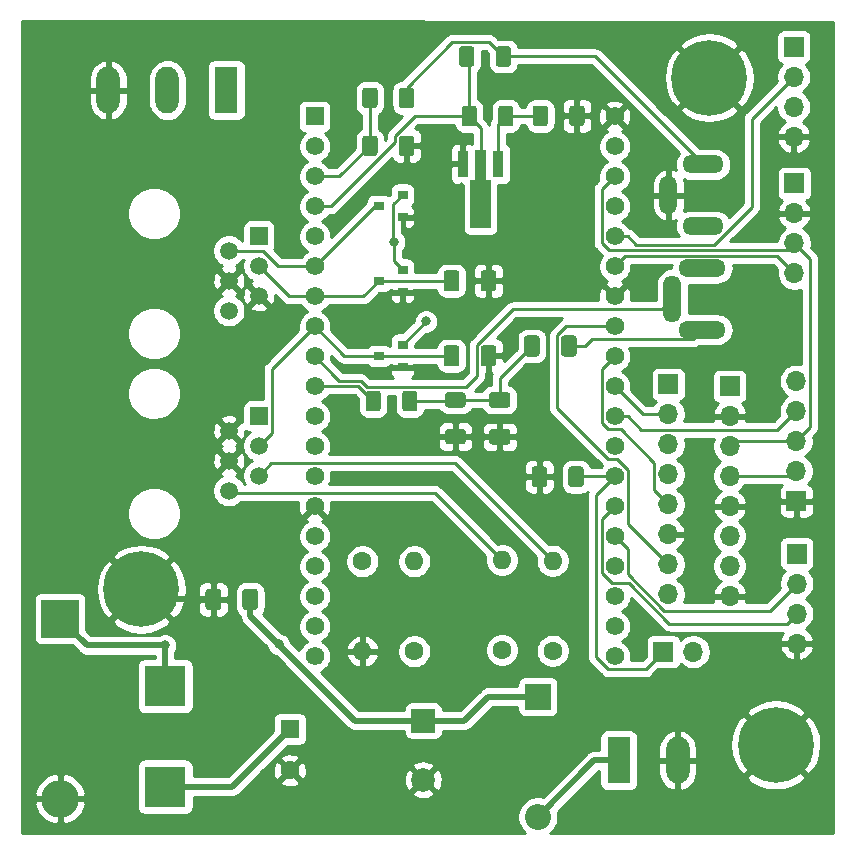
<source format=gbr>
%TF.GenerationSoftware,KiCad,Pcbnew,(5.1.12-1-10_14)*%
%TF.CreationDate,2021-12-21T21:30:39-06:00*%
%TF.ProjectId,Weather,57656174-6865-4722-9e6b-696361645f70,rev?*%
%TF.SameCoordinates,Original*%
%TF.FileFunction,Copper,L1,Top*%
%TF.FilePolarity,Positive*%
%FSLAX46Y46*%
G04 Gerber Fmt 4.6, Leading zero omitted, Abs format (unit mm)*
G04 Created by KiCad (PCBNEW (5.1.12-1-10_14)) date 2021-12-21 21:30:39*
%MOMM*%
%LPD*%
G01*
G04 APERTURE LIST*
%TA.AperFunction,ComponentPad*%
%ADD10C,0.800000*%
%TD*%
%TA.AperFunction,ComponentPad*%
%ADD11C,6.400000*%
%TD*%
%TA.AperFunction,ComponentPad*%
%ADD12O,1.600000X1.600000*%
%TD*%
%TA.AperFunction,ComponentPad*%
%ADD13C,1.600000*%
%TD*%
%TA.AperFunction,ComponentPad*%
%ADD14R,1.560000X1.560000*%
%TD*%
%TA.AperFunction,ComponentPad*%
%ADD15C,1.560000*%
%TD*%
%TA.AperFunction,ComponentPad*%
%ADD16O,1.700000X1.700000*%
%TD*%
%TA.AperFunction,ComponentPad*%
%ADD17R,1.700000X1.700000*%
%TD*%
%TA.AperFunction,ComponentPad*%
%ADD18R,1.980000X3.960000*%
%TD*%
%TA.AperFunction,ComponentPad*%
%ADD19O,1.980000X3.960000*%
%TD*%
%TA.AperFunction,ComponentPad*%
%ADD20C,2.000000*%
%TD*%
%TA.AperFunction,ComponentPad*%
%ADD21R,2.000000X2.000000*%
%TD*%
%TA.AperFunction,ComponentPad*%
%ADD22O,2.200000X2.200000*%
%TD*%
%TA.AperFunction,ComponentPad*%
%ADD23R,2.200000X2.200000*%
%TD*%
%TA.AperFunction,SMDPad,CuDef*%
%ADD24R,3.500000X3.500000*%
%TD*%
%TA.AperFunction,ComponentPad*%
%ADD25O,1.500000X3.300000*%
%TD*%
%TA.AperFunction,ComponentPad*%
%ADD26O,3.500000X1.500000*%
%TD*%
%TA.AperFunction,ComponentPad*%
%ADD27O,1.500000X4.000000*%
%TD*%
%TA.AperFunction,ComponentPad*%
%ADD28O,4.000000X1.500000*%
%TD*%
%TA.AperFunction,ComponentPad*%
%ADD29O,3.200000X3.200000*%
%TD*%
%TA.AperFunction,ComponentPad*%
%ADD30R,3.200000X3.200000*%
%TD*%
%TA.AperFunction,ComponentPad*%
%ADD31R,1.600000X1.600000*%
%TD*%
%TA.AperFunction,SMDPad,CuDef*%
%ADD32R,0.900000X0.800000*%
%TD*%
%TA.AperFunction,ComponentPad*%
%ADD33C,1.520000*%
%TD*%
%TA.AperFunction,ComponentPad*%
%ADD34R,1.520000X1.520000*%
%TD*%
%TA.AperFunction,SMDPad,CuDef*%
%ADD35R,0.900000X2.300000*%
%TD*%
%TA.AperFunction,SMDPad,CuDef*%
%ADD36C,0.100000*%
%TD*%
%TA.AperFunction,ViaPad*%
%ADD37C,0.800000*%
%TD*%
%TA.AperFunction,Conductor*%
%ADD38C,0.250000*%
%TD*%
%TA.AperFunction,Conductor*%
%ADD39C,0.500000*%
%TD*%
%TA.AperFunction,Conductor*%
%ADD40C,0.254000*%
%TD*%
%TA.AperFunction,Conductor*%
%ADD41C,0.100000*%
%TD*%
G04 APERTURE END LIST*
D10*
%TO.P,H3,1*%
%TO.N,GND*%
X171191256Y-125226744D03*
X169494200Y-124523800D03*
X167797144Y-125226744D03*
X167094200Y-126923800D03*
X167797144Y-128620856D03*
X169494200Y-129323800D03*
X171191256Y-128620856D03*
X171894200Y-126923800D03*
D11*
X169494200Y-126923800D03*
%TD*%
D12*
%TO.P,R15,2*%
%TO.N,SDA*%
X146304000Y-111277400D03*
D13*
%TO.P,R15,1*%
%TO.N,3.3v*%
X146304000Y-118897400D03*
%TD*%
D12*
%TO.P,R4,2*%
%TO.N,SCL*%
X150596600Y-111328200D03*
D13*
%TO.P,R4,1*%
%TO.N,3.3v*%
X150596600Y-118948200D03*
%TD*%
D14*
%TO.P,U1,1*%
%TO.N,3.3v*%
X130450001Y-73705001D03*
D15*
%TO.P,U1,2*%
%TO.N,N/C*%
X130450001Y-76245001D03*
%TO.P,U1,19*%
%TO.N,5v*%
X130450001Y-119425001D03*
%TO.P,U1,3*%
%TO.N,ADC*%
X130450001Y-78785001D03*
%TO.P,U1,4*%
%TO.N,trigger*%
X130450001Y-81325001D03*
%TO.P,U1,5*%
%TO.N,SOIL*%
X130450001Y-83865001D03*
%TO.P,U1,6*%
%TO.N,Wdir*%
X130450001Y-86405001D03*
%TO.P,U1,7*%
%TO.N,Wspd*%
X130450001Y-88945001D03*
%TO.P,U1,8*%
%TO.N,Rain*%
X130450001Y-91485001D03*
%TO.P,U1,9*%
%TO.N,PTT*%
X130450001Y-94025001D03*
%TO.P,U1,10*%
%TO.N,DAC*%
X130450001Y-96565001D03*
%TO.P,U1,11*%
%TO.N,N/C*%
X130450001Y-99105001D03*
%TO.P,U1,12*%
X130450001Y-101645001D03*
%TO.P,U1,13*%
X130450001Y-104185001D03*
%TO.P,U1,14*%
%TO.N,GND*%
X130450001Y-106725001D03*
%TO.P,U1,15*%
%TO.N,Chr*%
X130450001Y-109265001D03*
%TO.P,U1,16*%
%TO.N,N/C*%
X130450001Y-111805001D03*
%TO.P,U1,17*%
X130450001Y-114345001D03*
%TO.P,U1,18*%
X130450001Y-116885001D03*
%TO.P,U1,20*%
%TO.N,GND*%
X155850001Y-73705001D03*
%TO.P,U1,21*%
%TO.N,SPI_COPI*%
X155850001Y-76245001D03*
%TO.P,U1,22*%
%TO.N,SCL*%
X155850001Y-78785001D03*
%TO.P,U1,23*%
%TO.N,TX*%
X155850001Y-81325001D03*
%TO.P,U1,24*%
%TO.N,RX*%
X155850001Y-83865001D03*
%TO.P,U1,25*%
%TO.N,SDA*%
X155850001Y-86405001D03*
%TO.P,U1,26*%
%TO.N,GND*%
X155850001Y-88945001D03*
%TO.P,U1,27*%
%TO.N,SPI_CIPO*%
X155850001Y-91485001D03*
%TO.P,U1,28*%
%TO.N,SPI_SCK*%
X155850001Y-94025001D03*
%TO.P,U1,29*%
%TO.N,SD_CS*%
X155850001Y-96565001D03*
%TO.P,U1,30*%
%TO.N,MFP*%
X155850001Y-99105001D03*
%TO.P,U1,31*%
%TO.N,IRQ*%
X155850001Y-101645001D03*
%TO.P,U1,32*%
%TO.N,SD_safe*%
X155850001Y-104185001D03*
%TO.P,U1,33*%
%TO.N,Echo*%
X155850001Y-106725001D03*
%TO.P,U1,34*%
%TO.N,Trig*%
X155850001Y-109265001D03*
%TO.P,U1,35*%
%TO.N,N/C*%
X155850001Y-111805001D03*
%TO.P,U1,36*%
X155850001Y-114345001D03*
%TO.P,U1,37*%
X155850001Y-116885001D03*
%TO.P,U1,38*%
X155850001Y-119425001D03*
%TD*%
D16*
%TO.P,SW1,2*%
%TO.N,3.3v*%
X162509200Y-119024400D03*
D17*
%TO.P,SW1,1*%
%TO.N,SD_safe*%
X159969200Y-119024400D03*
%TD*%
D16*
%TO.P,J12,4*%
%TO.N,GND*%
X171018200Y-75438000D03*
%TO.P,J12,3*%
%TO.N,TX*%
X171018200Y-72898000D03*
%TO.P,J12,2*%
%TO.N,RX*%
X171018200Y-70358000D03*
D17*
%TO.P,J12,1*%
%TO.N,3.3v*%
X171018200Y-67818000D03*
%TD*%
D16*
%TO.P,J9,8*%
%TO.N,GND*%
X165582600Y-114325400D03*
%TO.P,J9,7*%
%TO.N,3.3v*%
X165582600Y-111785400D03*
%TO.P,J9,6*%
%TO.N,IRQ*%
X165582600Y-109245400D03*
%TO.P,J9,5*%
%TO.N,GND*%
X165582600Y-106705400D03*
%TO.P,J9,4*%
%TO.N,SDA*%
X165582600Y-104165400D03*
%TO.P,J9,3*%
%TO.N,SCL*%
X165582600Y-101625400D03*
%TO.P,J9,2*%
%TO.N,GND*%
X165582600Y-99085400D03*
D17*
%TO.P,J9,1*%
%TO.N,3.3v*%
X165582600Y-96545400D03*
%TD*%
D16*
%TO.P,J8,4*%
%TO.N,GND*%
X171272200Y-118338600D03*
%TO.P,J8,3*%
%TO.N,Echo*%
X171272200Y-115798600D03*
%TO.P,J8,2*%
%TO.N,Trig*%
X171272200Y-113258600D03*
D17*
%TO.P,J8,1*%
%TO.N,3.3v*%
X171272200Y-110718600D03*
%TD*%
D16*
%TO.P,J7,5*%
%TO.N,3.3v*%
X171221400Y-96113600D03*
%TO.P,J7,4*%
%TO.N,MFP*%
X171221400Y-98653600D03*
%TO.P,J7,3*%
%TO.N,SCL*%
X171221400Y-101193600D03*
%TO.P,J7,2*%
%TO.N,SDA*%
X171221400Y-103733600D03*
D17*
%TO.P,J7,1*%
%TO.N,GND*%
X171221400Y-106273600D03*
%TD*%
D16*
%TO.P,J6,4*%
%TO.N,SDA*%
X171069000Y-86995000D03*
%TO.P,J6,3*%
%TO.N,SCL*%
X171069000Y-84455000D03*
%TO.P,J6,2*%
%TO.N,GND*%
X171069000Y-81915000D03*
D17*
%TO.P,J6,1*%
%TO.N,3.3v*%
X171069000Y-79375000D03*
%TD*%
D16*
%TO.P,J4,8*%
%TO.N,N/C*%
X160375600Y-114173000D03*
%TO.P,J4,7*%
%TO.N,SPI_CIPO*%
X160375600Y-111633000D03*
%TO.P,J4,6*%
%TO.N,GND*%
X160375600Y-109093000D03*
%TO.P,J4,5*%
%TO.N,SPI_SCK*%
X160375600Y-106553000D03*
%TO.P,J4,4*%
%TO.N,3.3v*%
X160375600Y-104013000D03*
%TO.P,J4,3*%
%TO.N,SPI_COPI*%
X160375600Y-101473000D03*
%TO.P,J4,2*%
%TO.N,SD_CS*%
X160375600Y-98933000D03*
D17*
%TO.P,J4,1*%
%TO.N,N/C*%
X160375600Y-96393000D03*
%TD*%
D18*
%TO.P,J1,1*%
%TO.N,BAT*%
X156184600Y-128219200D03*
D19*
%TO.P,J1,2*%
%TO.N,GND*%
X161184600Y-128219200D03*
%TD*%
D20*
%TO.P,C6,2*%
%TO.N,GND*%
X139649200Y-129866400D03*
D21*
%TO.P,C6,1*%
%TO.N,Net-(C6-Pad1)*%
X139649200Y-124866400D03*
%TD*%
D10*
%TO.P,H2,1*%
%TO.N,GND*%
X165552456Y-68737144D03*
X163855400Y-68034200D03*
X162158344Y-68737144D03*
X161455400Y-70434200D03*
X162158344Y-72131256D03*
X163855400Y-72834200D03*
X165552456Y-72131256D03*
X166255400Y-70434200D03*
D11*
X163855400Y-70434200D03*
%TD*%
D10*
%TO.P,H1,1*%
%TO.N,GND*%
X114076144Y-112044144D03*
X113373200Y-113741200D03*
X114076144Y-115438256D03*
X115773200Y-116141200D03*
X117470256Y-115438256D03*
X118173200Y-113741200D03*
X117470256Y-112044144D03*
X115773200Y-111341200D03*
D11*
X115773200Y-113741200D03*
%TD*%
D22*
%TO.P,D5,2*%
%TO.N,BAT*%
X149352000Y-132994400D03*
D23*
%TO.P,D5,1*%
%TO.N,Net-(C6-Pad1)*%
X149352000Y-122834400D03*
%TD*%
%TO.P,C4,2*%
%TO.N,GND*%
%TA.AperFunction,SMDPad,CuDef*%
G36*
G01*
X144499300Y-88280002D02*
X144499300Y-86979998D01*
G75*
G02*
X144749298Y-86730000I249998J0D01*
G01*
X145574302Y-86730000D01*
G75*
G02*
X145824300Y-86979998I0J-249998D01*
G01*
X145824300Y-88280002D01*
G75*
G02*
X145574302Y-88530000I-249998J0D01*
G01*
X144749298Y-88530000D01*
G75*
G02*
X144499300Y-88280002I0J249998D01*
G01*
G37*
%TD.AperFunction*%
%TO.P,C4,1*%
%TO.N,Wspd*%
%TA.AperFunction,SMDPad,CuDef*%
G36*
G01*
X141374300Y-88280002D02*
X141374300Y-86979998D01*
G75*
G02*
X141624298Y-86730000I249998J0D01*
G01*
X142449302Y-86730000D01*
G75*
G02*
X142699300Y-86979998I0J-249998D01*
G01*
X142699300Y-88280002D01*
G75*
G02*
X142449302Y-88530000I-249998J0D01*
G01*
X141624298Y-88530000D01*
G75*
G02*
X141374300Y-88280002I0J249998D01*
G01*
G37*
%TD.AperFunction*%
%TD*%
%TO.P,C3,2*%
%TO.N,GND*%
%TA.AperFunction,SMDPad,CuDef*%
G36*
G01*
X144499300Y-94630002D02*
X144499300Y-93329998D01*
G75*
G02*
X144749298Y-93080000I249998J0D01*
G01*
X145574302Y-93080000D01*
G75*
G02*
X145824300Y-93329998I0J-249998D01*
G01*
X145824300Y-94630002D01*
G75*
G02*
X145574302Y-94880000I-249998J0D01*
G01*
X144749298Y-94880000D01*
G75*
G02*
X144499300Y-94630002I0J249998D01*
G01*
G37*
%TD.AperFunction*%
%TO.P,C3,1*%
%TO.N,Rain*%
%TA.AperFunction,SMDPad,CuDef*%
G36*
G01*
X141374300Y-94630002D02*
X141374300Y-93329998D01*
G75*
G02*
X141624298Y-93080000I249998J0D01*
G01*
X142449302Y-93080000D01*
G75*
G02*
X142699300Y-93329998I0J-249998D01*
G01*
X142699300Y-94630002D01*
G75*
G02*
X142449302Y-94880000I-249998J0D01*
G01*
X141624298Y-94880000D01*
G75*
G02*
X141374300Y-94630002I0J249998D01*
G01*
G37*
%TD.AperFunction*%
%TD*%
%TO.P,C2,2*%
%TO.N,Net-(C1-Pad2)*%
%TA.AperFunction,SMDPad,CuDef*%
G36*
G01*
X149506500Y-92491798D02*
X149506500Y-93791802D01*
G75*
G02*
X149256502Y-94041800I-249998J0D01*
G01*
X148431498Y-94041800D01*
G75*
G02*
X148181500Y-93791802I0J249998D01*
G01*
X148181500Y-92491798D01*
G75*
G02*
X148431498Y-92241800I249998J0D01*
G01*
X149256502Y-92241800D01*
G75*
G02*
X149506500Y-92491798I0J-249998D01*
G01*
G37*
%TD.AperFunction*%
%TO.P,C2,1*%
%TO.N,b_mic*%
%TA.AperFunction,SMDPad,CuDef*%
G36*
G01*
X152631500Y-92491798D02*
X152631500Y-93791802D01*
G75*
G02*
X152381502Y-94041800I-249998J0D01*
G01*
X151556498Y-94041800D01*
G75*
G02*
X151306500Y-93791802I0J249998D01*
G01*
X151306500Y-92491798D01*
G75*
G02*
X151556498Y-92241800I249998J0D01*
G01*
X152381502Y-92241800D01*
G75*
G02*
X152631500Y-92491798I0J-249998D01*
G01*
G37*
%TD.AperFunction*%
%TD*%
D24*
%TO.P,L1,2*%
%TO.N,Net-(D4-Pad1)*%
X117805200Y-121954400D03*
%TO.P,L1,1*%
%TO.N,5v*%
X117805200Y-130454400D03*
%TD*%
D25*
%TO.P,J11,S*%
%TO.N,GND*%
X160397400Y-80374800D03*
D26*
%TO.P,J11,T*%
%TO.N,B_spkr*%
X163347400Y-77774800D03*
%TO.P,J11,R*%
%TO.N,N/C*%
X163347400Y-82974800D03*
%TD*%
D27*
%TO.P,J5,S*%
%TO.N,PTT*%
X160721200Y-89163200D03*
D28*
%TO.P,J5,T*%
%TO.N,N/C*%
X163271200Y-86563200D03*
%TO.P,J5,R*%
%TO.N,b_mic*%
X163271200Y-91763200D03*
%TD*%
D29*
%TO.P,D4,2*%
%TO.N,GND*%
X108889800Y-131470400D03*
D30*
%TO.P,D4,1*%
%TO.N,Net-(D4-Pad1)*%
X108889800Y-116230400D03*
%TD*%
%TO.P,C7,2*%
%TO.N,GND*%
%TA.AperFunction,SMDPad,CuDef*%
G36*
G01*
X122530900Y-113954797D02*
X122530900Y-115254803D01*
G75*
G02*
X122280903Y-115504800I-249997J0D01*
G01*
X121455897Y-115504800D01*
G75*
G02*
X121205900Y-115254803I0J249997D01*
G01*
X121205900Y-113954797D01*
G75*
G02*
X121455897Y-113704800I249997J0D01*
G01*
X122280903Y-113704800D01*
G75*
G02*
X122530900Y-113954797I0J-249997D01*
G01*
G37*
%TD.AperFunction*%
%TO.P,C7,1*%
%TO.N,Net-(C6-Pad1)*%
%TA.AperFunction,SMDPad,CuDef*%
G36*
G01*
X125655900Y-113954797D02*
X125655900Y-115254803D01*
G75*
G02*
X125405903Y-115504800I-249997J0D01*
G01*
X124580897Y-115504800D01*
G75*
G02*
X124330900Y-115254803I0J249997D01*
G01*
X124330900Y-113954797D01*
G75*
G02*
X124580897Y-113704800I249997J0D01*
G01*
X125405903Y-113704800D01*
G75*
G02*
X125655900Y-113954797I0J-249997D01*
G01*
G37*
%TD.AperFunction*%
%TD*%
D13*
%TO.P,C5,2*%
%TO.N,GND*%
X128346200Y-129077600D03*
D31*
%TO.P,C5,1*%
%TO.N,5v*%
X128346200Y-125577600D03*
%TD*%
%TO.P,C1,1*%
%TO.N,GND*%
%TA.AperFunction,SMDPad,CuDef*%
G36*
G01*
X146776203Y-101501300D02*
X145476197Y-101501300D01*
G75*
G02*
X145226200Y-101251303I0J249997D01*
G01*
X145226200Y-100426297D01*
G75*
G02*
X145476197Y-100176300I249997J0D01*
G01*
X146776203Y-100176300D01*
G75*
G02*
X147026200Y-100426297I0J-249997D01*
G01*
X147026200Y-101251303D01*
G75*
G02*
X146776203Y-101501300I-249997J0D01*
G01*
G37*
%TD.AperFunction*%
%TO.P,C1,2*%
%TO.N,Net-(C1-Pad2)*%
%TA.AperFunction,SMDPad,CuDef*%
G36*
G01*
X146776203Y-98376300D02*
X145476197Y-98376300D01*
G75*
G02*
X145226200Y-98126303I0J249997D01*
G01*
X145226200Y-97301297D01*
G75*
G02*
X145476197Y-97051300I249997J0D01*
G01*
X146776203Y-97051300D01*
G75*
G02*
X147026200Y-97301297I0J-249997D01*
G01*
X147026200Y-98126303D01*
G75*
G02*
X146776203Y-98376300I-249997J0D01*
G01*
G37*
%TD.AperFunction*%
%TD*%
D32*
%TO.P,D1,3*%
%TO.N,Rain*%
X135890000Y-93980000D03*
%TO.P,D1,2*%
%TO.N,3.3v*%
X137890000Y-93030000D03*
%TO.P,D1,1*%
%TO.N,GND*%
X137890000Y-94930000D03*
%TD*%
%TO.P,D2,1*%
%TO.N,GND*%
X137890000Y-88580000D03*
%TO.P,D2,2*%
%TO.N,3.3v*%
X137890000Y-86680000D03*
%TO.P,D2,3*%
%TO.N,Wspd*%
X135890000Y-87630000D03*
%TD*%
%TO.P,D3,1*%
%TO.N,GND*%
X137890000Y-82230000D03*
%TO.P,D3,2*%
%TO.N,3.3v*%
X137890000Y-80330000D03*
%TO.P,D3,3*%
%TO.N,Wdir*%
X135890000Y-81280000D03*
%TD*%
D33*
%TO.P,J2,6*%
%TO.N,N/C*%
X123190000Y-90170000D03*
%TO.P,J2,5*%
%TO.N,GND*%
X125730000Y-88900000D03*
%TO.P,J2,4*%
X123190000Y-87630000D03*
%TO.P,J2,3*%
%TO.N,Wspd*%
X125730000Y-86360000D03*
%TO.P,J2,2*%
%TO.N,Wdir*%
X123190000Y-85090000D03*
D34*
%TO.P,J2,1*%
%TO.N,N/C*%
X125730000Y-83820000D03*
%TD*%
%TO.P,J3,1*%
%TO.N,3.3v*%
X125730000Y-99060000D03*
D33*
%TO.P,J3,2*%
%TO.N,GND*%
X123190000Y-100330000D03*
%TO.P,J3,3*%
%TO.N,Rain*%
X125730000Y-101600000D03*
%TO.P,J3,4*%
%TO.N,GND*%
X123190000Y-102870000D03*
%TO.P,J3,5*%
%TO.N,SCL*%
X125730000Y-104140000D03*
%TO.P,J3,6*%
%TO.N,SDA*%
X123190000Y-105410000D03*
%TD*%
D18*
%TO.P,J10,1*%
%TO.N,3.3v*%
X122979200Y-71475600D03*
D19*
%TO.P,J10,2*%
%TO.N,SOIL*%
X117979200Y-71475600D03*
%TO.P,J10,3*%
%TO.N,GND*%
X112979200Y-71475600D03*
%TD*%
%TO.P,R1,2*%
%TO.N,DAC*%
%TA.AperFunction,SMDPad,CuDef*%
G36*
G01*
X136056200Y-97190399D02*
X136056200Y-98440401D01*
G75*
G02*
X135806201Y-98690400I-249999J0D01*
G01*
X135006199Y-98690400D01*
G75*
G02*
X134756200Y-98440401I0J249999D01*
G01*
X134756200Y-97190399D01*
G75*
G02*
X135006199Y-96940400I249999J0D01*
G01*
X135806201Y-96940400D01*
G75*
G02*
X136056200Y-97190399I0J-249999D01*
G01*
G37*
%TD.AperFunction*%
%TO.P,R1,1*%
%TO.N,Net-(C1-Pad2)*%
%TA.AperFunction,SMDPad,CuDef*%
G36*
G01*
X139156200Y-97190399D02*
X139156200Y-98440401D01*
G75*
G02*
X138906201Y-98690400I-249999J0D01*
G01*
X138106199Y-98690400D01*
G75*
G02*
X137856200Y-98440401I0J249999D01*
G01*
X137856200Y-97190399D01*
G75*
G02*
X138106199Y-96940400I249999J0D01*
G01*
X138906201Y-96940400D01*
G75*
G02*
X139156200Y-97190399I0J-249999D01*
G01*
G37*
%TD.AperFunction*%
%TD*%
%TO.P,R2,2*%
%TO.N,B_spkr*%
%TA.AperFunction,SMDPad,CuDef*%
G36*
G01*
X137578000Y-72761001D02*
X137578000Y-71510999D01*
G75*
G02*
X137827999Y-71261000I249999J0D01*
G01*
X138628001Y-71261000D01*
G75*
G02*
X138878000Y-71510999I0J-249999D01*
G01*
X138878000Y-72761001D01*
G75*
G02*
X138628001Y-73011000I-249999J0D01*
G01*
X137827999Y-73011000D01*
G75*
G02*
X137578000Y-72761001I0J249999D01*
G01*
G37*
%TD.AperFunction*%
%TO.P,R2,1*%
%TO.N,ADC*%
%TA.AperFunction,SMDPad,CuDef*%
G36*
G01*
X134478000Y-72761001D02*
X134478000Y-71510999D01*
G75*
G02*
X134727999Y-71261000I249999J0D01*
G01*
X135528001Y-71261000D01*
G75*
G02*
X135778000Y-71510999I0J-249999D01*
G01*
X135778000Y-72761001D01*
G75*
G02*
X135528001Y-73011000I-249999J0D01*
G01*
X134727999Y-73011000D01*
G75*
G02*
X134478000Y-72761001I0J249999D01*
G01*
G37*
%TD.AperFunction*%
%TD*%
%TO.P,R3,2*%
%TO.N,GND*%
%TA.AperFunction,SMDPad,CuDef*%
G36*
G01*
X137578000Y-76825001D02*
X137578000Y-75574999D01*
G75*
G02*
X137827999Y-75325000I249999J0D01*
G01*
X138628001Y-75325000D01*
G75*
G02*
X138878000Y-75574999I0J-249999D01*
G01*
X138878000Y-76825001D01*
G75*
G02*
X138628001Y-77075000I-249999J0D01*
G01*
X137827999Y-77075000D01*
G75*
G02*
X137578000Y-76825001I0J249999D01*
G01*
G37*
%TD.AperFunction*%
%TO.P,R3,1*%
%TO.N,ADC*%
%TA.AperFunction,SMDPad,CuDef*%
G36*
G01*
X134478000Y-76825001D02*
X134478000Y-75574999D01*
G75*
G02*
X134727999Y-75325000I249999J0D01*
G01*
X135528001Y-75325000D01*
G75*
G02*
X135778000Y-75574999I0J-249999D01*
G01*
X135778000Y-76825001D01*
G75*
G02*
X135528001Y-77075000I-249999J0D01*
G01*
X134727999Y-77075000D01*
G75*
G02*
X134478000Y-76825001I0J249999D01*
G01*
G37*
%TD.AperFunction*%
%TD*%
%TO.P,R5,1*%
%TO.N,GND*%
%TA.AperFunction,SMDPad,CuDef*%
G36*
G01*
X142992001Y-101463800D02*
X141741999Y-101463800D01*
G75*
G02*
X141492000Y-101213801I0J249999D01*
G01*
X141492000Y-100413799D01*
G75*
G02*
X141741999Y-100163800I249999J0D01*
G01*
X142992001Y-100163800D01*
G75*
G02*
X143242000Y-100413799I0J-249999D01*
G01*
X143242000Y-101213801D01*
G75*
G02*
X142992001Y-101463800I-249999J0D01*
G01*
G37*
%TD.AperFunction*%
%TO.P,R5,2*%
%TO.N,Net-(C1-Pad2)*%
%TA.AperFunction,SMDPad,CuDef*%
G36*
G01*
X142992001Y-98363800D02*
X141741999Y-98363800D01*
G75*
G02*
X141492000Y-98113801I0J249999D01*
G01*
X141492000Y-97313799D01*
G75*
G02*
X141741999Y-97063800I249999J0D01*
G01*
X142992001Y-97063800D01*
G75*
G02*
X143242000Y-97313799I0J-249999D01*
G01*
X143242000Y-98113801D01*
G75*
G02*
X142992001Y-98363800I-249999J0D01*
G01*
G37*
%TD.AperFunction*%
%TD*%
D12*
%TO.P,R6,2*%
%TO.N,Chr*%
X138887200Y-111379000D03*
D13*
%TO.P,R6,1*%
%TO.N,BAT*%
X138887200Y-118999000D03*
%TD*%
%TO.P,R7,1*%
%TO.N,Chr*%
X134493000Y-111379000D03*
D12*
%TO.P,R7,2*%
%TO.N,GND*%
X134493000Y-118999000D03*
%TD*%
%TO.P,R8,2*%
%TO.N,B_spkr*%
%TA.AperFunction,SMDPad,CuDef*%
G36*
G01*
X145781000Y-69255801D02*
X145781000Y-68005799D01*
G75*
G02*
X146030999Y-67755800I249999J0D01*
G01*
X146831001Y-67755800D01*
G75*
G02*
X147081000Y-68005799I0J-249999D01*
G01*
X147081000Y-69255801D01*
G75*
G02*
X146831001Y-69505800I-249999J0D01*
G01*
X146030999Y-69505800D01*
G75*
G02*
X145781000Y-69255801I0J249999D01*
G01*
G37*
%TD.AperFunction*%
%TO.P,R8,1*%
%TO.N,trigger*%
%TA.AperFunction,SMDPad,CuDef*%
G36*
G01*
X142681000Y-69255801D02*
X142681000Y-68005799D01*
G75*
G02*
X142930999Y-67755800I249999J0D01*
G01*
X143731001Y-67755800D01*
G75*
G02*
X143981000Y-68005799I0J-249999D01*
G01*
X143981000Y-69255801D01*
G75*
G02*
X143731001Y-69505800I-249999J0D01*
G01*
X142930999Y-69505800D01*
G75*
G02*
X142681000Y-69255801I0J249999D01*
G01*
G37*
%TD.AperFunction*%
%TD*%
%TO.P,R9,2*%
%TO.N,trigger*%
%TA.AperFunction,SMDPad,CuDef*%
G36*
G01*
X144184200Y-73060399D02*
X144184200Y-74310401D01*
G75*
G02*
X143934201Y-74560400I-249999J0D01*
G01*
X143134199Y-74560400D01*
G75*
G02*
X142884200Y-74310401I0J249999D01*
G01*
X142884200Y-73060399D01*
G75*
G02*
X143134199Y-72810400I249999J0D01*
G01*
X143934201Y-72810400D01*
G75*
G02*
X144184200Y-73060399I0J-249999D01*
G01*
G37*
%TD.AperFunction*%
%TO.P,R9,1*%
%TO.N,Net-(R10-Pad2)*%
%TA.AperFunction,SMDPad,CuDef*%
G36*
G01*
X147284200Y-73060399D02*
X147284200Y-74310401D01*
G75*
G02*
X147034201Y-74560400I-249999J0D01*
G01*
X146234199Y-74560400D01*
G75*
G02*
X145984200Y-74310401I0J249999D01*
G01*
X145984200Y-73060399D01*
G75*
G02*
X146234199Y-72810400I249999J0D01*
G01*
X147034201Y-72810400D01*
G75*
G02*
X147284200Y-73060399I0J-249999D01*
G01*
G37*
%TD.AperFunction*%
%TD*%
%TO.P,R10,1*%
%TO.N,GND*%
%TA.AperFunction,SMDPad,CuDef*%
G36*
G01*
X153305200Y-73034999D02*
X153305200Y-74285001D01*
G75*
G02*
X153055201Y-74535000I-249999J0D01*
G01*
X152255199Y-74535000D01*
G75*
G02*
X152005200Y-74285001I0J249999D01*
G01*
X152005200Y-73034999D01*
G75*
G02*
X152255199Y-72785000I249999J0D01*
G01*
X153055201Y-72785000D01*
G75*
G02*
X153305200Y-73034999I0J-249999D01*
G01*
G37*
%TD.AperFunction*%
%TO.P,R10,2*%
%TO.N,Net-(R10-Pad2)*%
%TA.AperFunction,SMDPad,CuDef*%
G36*
G01*
X150205200Y-73034999D02*
X150205200Y-74285001D01*
G75*
G02*
X149955201Y-74535000I-249999J0D01*
G01*
X149155199Y-74535000D01*
G75*
G02*
X148905200Y-74285001I0J249999D01*
G01*
X148905200Y-73034999D01*
G75*
G02*
X149155199Y-72785000I249999J0D01*
G01*
X149955201Y-72785000D01*
G75*
G02*
X150205200Y-73034999I0J-249999D01*
G01*
G37*
%TD.AperFunction*%
%TD*%
%TO.P,R11,1*%
%TO.N,GND*%
%TA.AperFunction,SMDPad,CuDef*%
G36*
G01*
X148827800Y-104841201D02*
X148827800Y-103591199D01*
G75*
G02*
X149077799Y-103341200I249999J0D01*
G01*
X149877801Y-103341200D01*
G75*
G02*
X150127800Y-103591199I0J-249999D01*
G01*
X150127800Y-104841201D01*
G75*
G02*
X149877801Y-105091200I-249999J0D01*
G01*
X149077799Y-105091200D01*
G75*
G02*
X148827800Y-104841201I0J249999D01*
G01*
G37*
%TD.AperFunction*%
%TO.P,R11,2*%
%TO.N,SD_safe*%
%TA.AperFunction,SMDPad,CuDef*%
G36*
G01*
X151927800Y-104841201D02*
X151927800Y-103591199D01*
G75*
G02*
X152177799Y-103341200I249999J0D01*
G01*
X152977801Y-103341200D01*
G75*
G02*
X153227800Y-103591199I0J-249999D01*
G01*
X153227800Y-104841201D01*
G75*
G02*
X152977801Y-105091200I-249999J0D01*
G01*
X152177799Y-105091200D01*
G75*
G02*
X151927800Y-104841201I0J249999D01*
G01*
G37*
%TD.AperFunction*%
%TD*%
D35*
%TO.P,U2,1*%
%TO.N,Net-(R10-Pad2)*%
X146000600Y-77733000D03*
%TO.P,U2,3*%
%TO.N,GND*%
X143000600Y-77733000D03*
%TA.AperFunction,SMDPad,CuDef*%
D36*
%TO.P,U2,2*%
%TO.N,trigger*%
G36*
X143634100Y-83183000D02*
G01*
X143634100Y-79058000D01*
X144050600Y-79058000D01*
X144050600Y-76583000D01*
X144950600Y-76583000D01*
X144950600Y-79058000D01*
X145367100Y-79058000D01*
X145367100Y-83183000D01*
X143634100Y-83183000D01*
G37*
%TD.AperFunction*%
%TD*%
D37*
%TO.N,3.3v*%
X139877800Y-91059000D03*
X137185400Y-84353400D03*
%TO.N,Net-(D4-Pad1)*%
X117779800Y-118491000D03*
%TO.N,Net-(C6-Pad1)*%
X127406400Y-118414800D03*
%TD*%
D38*
%TO.N,GND*%
X155415000Y-73270000D02*
X155850001Y-73705001D01*
D39*
X116636800Y-114604800D02*
X115773200Y-113741200D01*
X121868400Y-114604800D02*
X116636800Y-114604800D01*
D38*
X155805000Y-73660000D02*
X155850001Y-73705001D01*
%TO.N,Net-(C1-Pad2)*%
X142265400Y-97815400D02*
X142367000Y-97713800D01*
X138506200Y-97815400D02*
X142265400Y-97815400D01*
X142367000Y-97713800D02*
X146126200Y-97713800D01*
X146126200Y-95859600D02*
X148844000Y-93141800D01*
X146126200Y-97713800D02*
X146126200Y-95859600D01*
%TO.N,b_mic*%
X162444398Y-92590002D02*
X163271200Y-91763200D01*
X153339800Y-93141800D02*
X153891598Y-92590002D01*
X153891598Y-92590002D02*
X162444398Y-92590002D01*
X151969000Y-93141800D02*
X153339800Y-93141800D01*
%TO.N,Rain*%
X132945000Y-93980000D02*
X130450001Y-91485001D01*
X135890000Y-93980000D02*
X132945000Y-93980000D01*
X135890000Y-93980000D02*
X142036800Y-93980000D01*
X126815001Y-95120001D02*
X130450001Y-91485001D01*
X126815001Y-100514999D02*
X126815001Y-95120001D01*
X125730000Y-101600000D02*
X126815001Y-100514999D01*
%TO.N,Wspd*%
X128315001Y-88945001D02*
X130450001Y-88945001D01*
X125730000Y-86360000D02*
X128315001Y-88945001D01*
X134574999Y-88945001D02*
X135890000Y-87630000D01*
X130450001Y-88945001D02*
X134574999Y-88945001D01*
X142036800Y-87630000D02*
X135890000Y-87630000D01*
%TO.N,3.3v*%
X137906800Y-93030000D02*
X137890000Y-93030000D01*
X139877800Y-91059000D02*
X137906800Y-93030000D01*
X137114999Y-84282999D02*
X137185400Y-84353400D01*
X137114999Y-81105001D02*
X137114999Y-84282999D01*
X137890000Y-80330000D02*
X137114999Y-81105001D01*
X137185400Y-85975400D02*
X137890000Y-86680000D01*
X137185400Y-84353400D02*
X137185400Y-85975400D01*
%TO.N,Wdir*%
X127380803Y-86405001D02*
X130450001Y-86405001D01*
X126065802Y-85090000D02*
X127380803Y-86405001D01*
X123190000Y-85090000D02*
X126065802Y-85090000D01*
X135575002Y-81280000D02*
X130450001Y-86405001D01*
X135890000Y-81280000D02*
X135575002Y-81280000D01*
D39*
%TO.N,BAT*%
X154127200Y-128219200D02*
X149352000Y-132994400D01*
X156184600Y-128219200D02*
X154127200Y-128219200D01*
D38*
%TO.N,SPI_CIPO*%
X150981490Y-98411892D02*
X150981490Y-92253620D01*
X155319600Y-102750002D02*
X150981490Y-98411892D01*
X150981490Y-92253620D02*
X151750109Y-91485001D01*
X156050404Y-102750002D02*
X155319600Y-102750002D01*
X156955002Y-108212402D02*
X156955002Y-103654600D01*
X151750109Y-91485001D02*
X155850001Y-91485001D01*
X156955002Y-103654600D02*
X156050404Y-102750002D01*
X160375600Y-111633000D02*
X156955002Y-108212402D01*
%TO.N,SPI_SCK*%
X154745000Y-99635402D02*
X154745000Y-95130002D01*
X155319600Y-100210002D02*
X154745000Y-99635402D01*
X156380402Y-100210002D02*
X155319600Y-100210002D01*
X154745000Y-95130002D02*
X155850001Y-94025001D01*
X159200599Y-103030199D02*
X156380402Y-100210002D01*
X159200599Y-105377999D02*
X159200599Y-103030199D01*
X160375600Y-106553000D02*
X159200599Y-105377999D01*
%TO.N,SD_CS*%
X158218000Y-98933000D02*
X155850001Y-96565001D01*
X160375600Y-98933000D02*
X158218000Y-98933000D01*
%TO.N,PTT*%
X134342202Y-96114992D02*
X132539992Y-96114992D01*
X134842600Y-96615390D02*
X134342202Y-96114992D01*
X147216108Y-90050002D02*
X144174290Y-93091820D01*
X144170400Y-95707200D02*
X143262210Y-96615390D01*
X132539992Y-96114992D02*
X132080001Y-95655001D01*
X144170400Y-94872070D02*
X144170400Y-95707200D01*
X143262210Y-96615390D02*
X134842600Y-96615390D01*
X132080001Y-95655001D02*
X130450001Y-94025001D01*
X144174290Y-94868180D02*
X144170400Y-94872070D01*
X144174290Y-93091820D02*
X144174290Y-94868180D01*
X160721200Y-89163200D02*
X159834398Y-90050002D01*
X159834398Y-90050002D02*
X147216108Y-90050002D01*
%TO.N,B_spkr*%
X145230990Y-67430790D02*
X146431000Y-68630800D01*
X138228000Y-71261000D02*
X142058210Y-67430790D01*
X142058210Y-67430790D02*
X145230990Y-67430790D01*
X138228000Y-72136000D02*
X138228000Y-71261000D01*
X154203400Y-68630800D02*
X163347400Y-77774800D01*
X146431000Y-68630800D02*
X154203400Y-68630800D01*
%TO.N,SCL*%
X154745000Y-79890002D02*
X155850001Y-78785001D01*
X154745000Y-84395402D02*
X154745000Y-79890002D01*
X155387778Y-85038180D02*
X154745000Y-84395402D01*
X170485820Y-85038180D02*
X171069000Y-84455000D01*
X155387778Y-85038180D02*
X170485820Y-85038180D01*
X166014400Y-101193600D02*
X165582600Y-101625400D01*
X171221400Y-101193600D02*
X166014400Y-101193600D01*
X172396401Y-100018599D02*
X172396401Y-85782401D01*
X172396401Y-85782401D02*
X171069000Y-84455000D01*
X171221400Y-101193600D02*
X172396401Y-100018599D01*
X126790000Y-103080000D02*
X125730000Y-104140000D01*
X142348400Y-103080000D02*
X126790000Y-103080000D01*
X150596600Y-111328200D02*
X142348400Y-103080000D01*
%TO.N,SDA*%
X156766812Y-85488190D02*
X155850001Y-86405001D01*
X169562190Y-85488190D02*
X156766812Y-85488190D01*
X171069000Y-86995000D02*
X169562190Y-85488190D01*
X170789600Y-104165400D02*
X171221400Y-103733600D01*
X165582600Y-104165400D02*
X170789600Y-104165400D01*
X123400000Y-105620000D02*
X123190000Y-105410000D01*
X140646600Y-105620000D02*
X123400000Y-105620000D01*
X146304000Y-111277400D02*
X140646600Y-105620000D01*
%TO.N,MFP*%
X169614599Y-100260401D02*
X171221400Y-98653600D01*
X158108487Y-100260401D02*
X169614599Y-100260401D01*
X156953087Y-99105001D02*
X158108487Y-100260401D01*
X155850001Y-99105001D02*
X156953087Y-99105001D01*
%TO.N,DAC*%
X134155801Y-96565001D02*
X135406200Y-97815400D01*
X130450001Y-96565001D02*
X134155801Y-96565001D01*
%TO.N,ADC*%
X132542999Y-78785001D02*
X135128000Y-76200000D01*
X130450001Y-78785001D02*
X132542999Y-78785001D01*
X135128000Y-72136000D02*
X135128000Y-76200000D01*
%TO.N,trigger*%
X144500600Y-74651800D02*
X143534200Y-73685400D01*
X144500600Y-77820500D02*
X144500600Y-74651800D01*
X143534200Y-68834000D02*
X143331000Y-68630800D01*
X143534200Y-73685400D02*
X143534200Y-68834000D01*
X137252990Y-75913200D02*
X137252990Y-75336820D01*
X138904410Y-73685400D02*
X143534200Y-73685400D01*
X137252990Y-75336820D02*
X138904410Y-73685400D01*
X131841189Y-81325001D02*
X137252990Y-75913200D01*
X130450001Y-81325001D02*
X131841189Y-81325001D01*
%TO.N,Net-(R10-Pad2)*%
X146000600Y-74319000D02*
X146634200Y-73685400D01*
X146000600Y-77733000D02*
X146000600Y-74319000D01*
X149529800Y-73685400D02*
X149555200Y-73660000D01*
X146634200Y-73685400D02*
X149529800Y-73685400D01*
%TO.N,SD_safe*%
X155805000Y-104140000D02*
X155850001Y-104185001D01*
X156021411Y-104185001D02*
X155850001Y-104185001D01*
X152608999Y-104185001D02*
X152577800Y-104216200D01*
X155850001Y-104185001D02*
X152608999Y-104185001D01*
X158463598Y-120530002D02*
X159969200Y-119024400D01*
X155319600Y-120530002D02*
X158463598Y-120530002D01*
X154294990Y-105740012D02*
X155850001Y-104185001D01*
X154294990Y-119505392D02*
X154294990Y-105740012D01*
X155319600Y-120530002D02*
X154294990Y-119505392D01*
%TO.N,5v*%
X130913000Y-119888000D02*
X130450001Y-119425001D01*
D39*
X130302000Y-119573002D02*
X130450001Y-119425001D01*
X123469400Y-130454400D02*
X128346200Y-125577600D01*
X117805200Y-130454400D02*
X123469400Y-130454400D01*
%TO.N,Net-(D4-Pad1)*%
X117779800Y-121929000D02*
X117805200Y-121954400D01*
X117779800Y-118491000D02*
X117779800Y-121929000D01*
X111150400Y-118491000D02*
X108889800Y-116230400D01*
X117779800Y-118491000D02*
X111150400Y-118491000D01*
%TO.N,Net-(C6-Pad1)*%
X124993400Y-114604800D02*
X125145800Y-114604800D01*
X139649200Y-124866400D02*
X133858000Y-124866400D01*
X124993400Y-116001800D02*
X124993400Y-114604800D01*
X133858000Y-124866400D02*
X124993400Y-116001800D01*
X149352000Y-122834400D02*
X145161000Y-122834400D01*
X143129000Y-124866400D02*
X139649200Y-124866400D01*
X145161000Y-122834400D02*
X143129000Y-124866400D01*
D38*
%TO.N,Echo*%
X160475787Y-116648599D02*
X170422201Y-116648599D01*
X157067188Y-113240000D02*
X160475787Y-116648599D01*
X155649598Y-113240000D02*
X157067188Y-113240000D01*
X170422201Y-116648599D02*
X171272200Y-115798600D01*
X154745000Y-112335402D02*
X155649598Y-113240000D01*
X154745000Y-107830002D02*
X154745000Y-112335402D01*
X155850001Y-106725001D02*
X154745000Y-107830002D01*
%TO.N,Trig*%
X171272200Y-113258600D02*
X168986200Y-115544600D01*
X156955002Y-112491404D02*
X156955002Y-110370002D01*
X156955002Y-110370002D02*
X155850001Y-109265001D01*
X160008198Y-115544600D02*
X156955002Y-112491404D01*
X168986200Y-115544600D02*
X160008198Y-115544600D01*
%TO.N,RX*%
X156953087Y-83865001D02*
X157676256Y-84588170D01*
X155850001Y-83865001D02*
X156953087Y-83865001D01*
X157676256Y-84588170D02*
X164254323Y-84588170D01*
X171018200Y-70358000D02*
X167462200Y-73914000D01*
X167462200Y-81380293D02*
X164254323Y-84588170D01*
X167462200Y-73914000D02*
X167462200Y-81380293D01*
%TD*%
D40*
%TO.N,GND*%
X174340001Y-65708934D02*
X174340000Y-134388935D01*
X150413120Y-134372049D01*
X150457998Y-134342063D01*
X150699663Y-134100398D01*
X150889537Y-133816231D01*
X151020325Y-133500481D01*
X151087000Y-133165283D01*
X151087000Y-132823517D01*
X151035146Y-132562832D01*
X154493779Y-129104200D01*
X154556528Y-129104200D01*
X154556528Y-130199200D01*
X154568788Y-130323682D01*
X154605098Y-130443380D01*
X154664063Y-130553694D01*
X154743415Y-130650385D01*
X154840106Y-130729737D01*
X154950420Y-130788702D01*
X155070118Y-130825012D01*
X155194600Y-130837272D01*
X157174600Y-130837272D01*
X157299082Y-130825012D01*
X157418780Y-130788702D01*
X157529094Y-130729737D01*
X157625785Y-130650385D01*
X157705137Y-130553694D01*
X157764102Y-130443380D01*
X157800412Y-130323682D01*
X157812672Y-130199200D01*
X157812672Y-128346200D01*
X159559600Y-128346200D01*
X159559600Y-129336200D01*
X159615600Y-129650782D01*
X159731896Y-129948394D01*
X159904019Y-130217599D01*
X160125354Y-130448052D01*
X160387395Y-130630896D01*
X160680072Y-130759105D01*
X160805735Y-130789418D01*
X161057600Y-130669940D01*
X161057600Y-128346200D01*
X161311600Y-128346200D01*
X161311600Y-130669940D01*
X161563465Y-130789418D01*
X161689128Y-130759105D01*
X161981805Y-130630896D01*
X162243846Y-130448052D01*
X162465181Y-130217599D01*
X162637304Y-129948394D01*
X162753600Y-129650782D01*
X162758246Y-129624681D01*
X166972924Y-129624681D01*
X167333112Y-130114348D01*
X167997082Y-130474649D01*
X168718585Y-130698494D01*
X169469895Y-130777280D01*
X170222138Y-130707978D01*
X170946408Y-130493252D01*
X171614870Y-130141355D01*
X171655288Y-130114348D01*
X172015476Y-129624681D01*
X169494200Y-127103405D01*
X166972924Y-129624681D01*
X162758246Y-129624681D01*
X162809600Y-129336200D01*
X162809600Y-128346200D01*
X161311600Y-128346200D01*
X161057600Y-128346200D01*
X159559600Y-128346200D01*
X157812672Y-128346200D01*
X157812672Y-127102200D01*
X159559600Y-127102200D01*
X159559600Y-128092200D01*
X161057600Y-128092200D01*
X161057600Y-125768460D01*
X161311600Y-125768460D01*
X161311600Y-128092200D01*
X162809600Y-128092200D01*
X162809600Y-127102200D01*
X162773516Y-126899495D01*
X165640720Y-126899495D01*
X165710022Y-127651738D01*
X165924748Y-128376008D01*
X166276645Y-129044470D01*
X166303652Y-129084888D01*
X166793319Y-129445076D01*
X169314595Y-126923800D01*
X169673805Y-126923800D01*
X172195081Y-129445076D01*
X172684748Y-129084888D01*
X173045049Y-128420918D01*
X173268894Y-127699415D01*
X173347680Y-126948105D01*
X173278378Y-126195862D01*
X173063652Y-125471592D01*
X172711755Y-124803130D01*
X172684748Y-124762712D01*
X172195081Y-124402524D01*
X169673805Y-126923800D01*
X169314595Y-126923800D01*
X166793319Y-124402524D01*
X166303652Y-124762712D01*
X165943351Y-125426682D01*
X165719506Y-126148185D01*
X165640720Y-126899495D01*
X162773516Y-126899495D01*
X162753600Y-126787618D01*
X162637304Y-126490006D01*
X162465181Y-126220801D01*
X162243846Y-125990348D01*
X161981805Y-125807504D01*
X161689128Y-125679295D01*
X161563465Y-125648982D01*
X161311600Y-125768460D01*
X161057600Y-125768460D01*
X160805735Y-125648982D01*
X160680072Y-125679295D01*
X160387395Y-125807504D01*
X160125354Y-125990348D01*
X159904019Y-126220801D01*
X159731896Y-126490006D01*
X159615600Y-126787618D01*
X159559600Y-127102200D01*
X157812672Y-127102200D01*
X157812672Y-126239200D01*
X157800412Y-126114718D01*
X157764102Y-125995020D01*
X157705137Y-125884706D01*
X157625785Y-125788015D01*
X157529094Y-125708663D01*
X157418780Y-125649698D01*
X157299082Y-125613388D01*
X157174600Y-125601128D01*
X155194600Y-125601128D01*
X155070118Y-125613388D01*
X154950420Y-125649698D01*
X154840106Y-125708663D01*
X154743415Y-125788015D01*
X154664063Y-125884706D01*
X154605098Y-125995020D01*
X154568788Y-126114718D01*
X154556528Y-126239200D01*
X154556528Y-127334200D01*
X154170669Y-127334200D01*
X154127200Y-127329919D01*
X154083731Y-127334200D01*
X154083723Y-127334200D01*
X153953710Y-127347005D01*
X153786886Y-127397611D01*
X153633141Y-127479789D01*
X153532153Y-127562668D01*
X153532151Y-127562670D01*
X153498383Y-127590383D01*
X153470670Y-127624151D01*
X149783568Y-131311254D01*
X149522883Y-131259400D01*
X149181117Y-131259400D01*
X148845919Y-131326075D01*
X148530169Y-131456863D01*
X148246002Y-131646737D01*
X148004337Y-131888402D01*
X147814463Y-132172569D01*
X147683675Y-132488319D01*
X147617000Y-132823517D01*
X147617000Y-133165283D01*
X147683675Y-133500481D01*
X147814463Y-133816231D01*
X148004337Y-134100398D01*
X148246002Y-134342063D01*
X148288636Y-134370550D01*
X105660000Y-134340466D01*
X105660000Y-131944903D01*
X106705747Y-131944903D01*
X106840284Y-132361873D01*
X107053583Y-132744584D01*
X107337446Y-133078329D01*
X107680965Y-133350282D01*
X108070939Y-133549993D01*
X108415297Y-133654450D01*
X108762800Y-133542762D01*
X108762800Y-131597400D01*
X109016800Y-131597400D01*
X109016800Y-133542762D01*
X109364303Y-133654450D01*
X109708661Y-133549993D01*
X110098635Y-133350282D01*
X110442154Y-133078329D01*
X110726017Y-132744584D01*
X110939316Y-132361873D01*
X111073853Y-131944903D01*
X110962442Y-131597400D01*
X109016800Y-131597400D01*
X108762800Y-131597400D01*
X106817158Y-131597400D01*
X106705747Y-131944903D01*
X105660000Y-131944903D01*
X105660000Y-130995897D01*
X106705747Y-130995897D01*
X106817158Y-131343400D01*
X108762800Y-131343400D01*
X108762800Y-129398038D01*
X109016800Y-129398038D01*
X109016800Y-131343400D01*
X110962442Y-131343400D01*
X111073853Y-130995897D01*
X110939316Y-130578927D01*
X110726017Y-130196216D01*
X110442154Y-129862471D01*
X110098635Y-129590518D01*
X109708661Y-129390807D01*
X109364303Y-129286350D01*
X109016800Y-129398038D01*
X108762800Y-129398038D01*
X108415297Y-129286350D01*
X108070939Y-129390807D01*
X107680965Y-129590518D01*
X107337446Y-129862471D01*
X107053583Y-130196216D01*
X106840284Y-130578927D01*
X106705747Y-130995897D01*
X105660000Y-130995897D01*
X105660000Y-128704400D01*
X115417128Y-128704400D01*
X115417128Y-132204400D01*
X115429388Y-132328882D01*
X115465698Y-132448580D01*
X115524663Y-132558894D01*
X115604015Y-132655585D01*
X115700706Y-132734937D01*
X115811020Y-132793902D01*
X115930718Y-132830212D01*
X116055200Y-132842472D01*
X119555200Y-132842472D01*
X119679682Y-132830212D01*
X119799380Y-132793902D01*
X119909694Y-132734937D01*
X120006385Y-132655585D01*
X120085737Y-132558894D01*
X120144702Y-132448580D01*
X120181012Y-132328882D01*
X120193272Y-132204400D01*
X120193272Y-131339400D01*
X123425931Y-131339400D01*
X123469400Y-131343681D01*
X123512869Y-131339400D01*
X123512877Y-131339400D01*
X123642890Y-131326595D01*
X123809713Y-131275989D01*
X123963459Y-131193811D01*
X124098217Y-131083217D01*
X124125934Y-131049444D01*
X124173565Y-131001813D01*
X138693392Y-131001813D01*
X138789156Y-131266214D01*
X139078771Y-131407104D01*
X139390308Y-131488784D01*
X139711795Y-131508118D01*
X140030875Y-131464361D01*
X140335288Y-131359195D01*
X140509244Y-131266214D01*
X140605008Y-131001813D01*
X139649200Y-130046005D01*
X138693392Y-131001813D01*
X124173565Y-131001813D01*
X125105076Y-130070302D01*
X127533103Y-130070302D01*
X127604686Y-130314271D01*
X127860196Y-130435171D01*
X128134384Y-130503900D01*
X128416712Y-130517817D01*
X128696330Y-130476387D01*
X128962492Y-130381203D01*
X129087714Y-130314271D01*
X129159297Y-130070302D01*
X129017990Y-129928995D01*
X138007482Y-129928995D01*
X138051239Y-130248075D01*
X138156405Y-130552488D01*
X138249386Y-130726444D01*
X138513787Y-130822208D01*
X139469595Y-129866400D01*
X139828805Y-129866400D01*
X140784613Y-130822208D01*
X141049014Y-130726444D01*
X141189904Y-130436829D01*
X141271584Y-130125292D01*
X141290918Y-129803805D01*
X141247161Y-129484725D01*
X141141995Y-129180312D01*
X141049014Y-129006356D01*
X140784613Y-128910592D01*
X139828805Y-129866400D01*
X139469595Y-129866400D01*
X138513787Y-128910592D01*
X138249386Y-129006356D01*
X138108496Y-129295971D01*
X138026816Y-129607508D01*
X138007482Y-129928995D01*
X129017990Y-129928995D01*
X128346200Y-129257205D01*
X127533103Y-130070302D01*
X125105076Y-130070302D01*
X126027266Y-129148112D01*
X126905983Y-129148112D01*
X126947413Y-129427730D01*
X127042597Y-129693892D01*
X127109529Y-129819114D01*
X127353498Y-129890697D01*
X128166595Y-129077600D01*
X128525805Y-129077600D01*
X129338902Y-129890697D01*
X129582871Y-129819114D01*
X129703771Y-129563604D01*
X129772500Y-129289416D01*
X129786417Y-129007088D01*
X129745509Y-128730987D01*
X138693392Y-128730987D01*
X139649200Y-129686795D01*
X140605008Y-128730987D01*
X140509244Y-128466586D01*
X140219629Y-128325696D01*
X139908092Y-128244016D01*
X139586605Y-128224682D01*
X139267525Y-128268439D01*
X138963112Y-128373605D01*
X138789156Y-128466586D01*
X138693392Y-128730987D01*
X129745509Y-128730987D01*
X129744987Y-128727470D01*
X129649803Y-128461308D01*
X129582871Y-128336086D01*
X129338902Y-128264503D01*
X128525805Y-129077600D01*
X128166595Y-129077600D01*
X127353498Y-128264503D01*
X127109529Y-128336086D01*
X126988629Y-128591596D01*
X126919900Y-128865784D01*
X126905983Y-129148112D01*
X126027266Y-129148112D01*
X127090480Y-128084898D01*
X127533103Y-128084898D01*
X128346200Y-128897995D01*
X129159297Y-128084898D01*
X129087714Y-127840929D01*
X128832204Y-127720029D01*
X128558016Y-127651300D01*
X128275688Y-127637383D01*
X127996070Y-127678813D01*
X127729908Y-127773997D01*
X127604686Y-127840929D01*
X127533103Y-128084898D01*
X127090480Y-128084898D01*
X128159707Y-127015672D01*
X129146200Y-127015672D01*
X129270682Y-127003412D01*
X129390380Y-126967102D01*
X129500694Y-126908137D01*
X129597385Y-126828785D01*
X129676737Y-126732094D01*
X129735702Y-126621780D01*
X129772012Y-126502082D01*
X129784272Y-126377600D01*
X129784272Y-124777600D01*
X129772012Y-124653118D01*
X129735702Y-124533420D01*
X129676737Y-124423106D01*
X129597385Y-124326415D01*
X129500694Y-124247063D01*
X129390380Y-124188098D01*
X129270682Y-124151788D01*
X129146200Y-124139528D01*
X127546200Y-124139528D01*
X127421718Y-124151788D01*
X127302020Y-124188098D01*
X127191706Y-124247063D01*
X127095015Y-124326415D01*
X127015663Y-124423106D01*
X126956698Y-124533420D01*
X126920388Y-124653118D01*
X126908128Y-124777600D01*
X126908128Y-125764093D01*
X123102822Y-129569400D01*
X120193272Y-129569400D01*
X120193272Y-128704400D01*
X120181012Y-128579918D01*
X120144702Y-128460220D01*
X120085737Y-128349906D01*
X120006385Y-128253215D01*
X119909694Y-128173863D01*
X119799380Y-128114898D01*
X119679682Y-128078588D01*
X119555200Y-128066328D01*
X116055200Y-128066328D01*
X115930718Y-128078588D01*
X115811020Y-128114898D01*
X115700706Y-128173863D01*
X115604015Y-128253215D01*
X115524663Y-128349906D01*
X115465698Y-128460220D01*
X115429388Y-128579918D01*
X115417128Y-128704400D01*
X105660000Y-128704400D01*
X105660000Y-114630400D01*
X106651728Y-114630400D01*
X106651728Y-117830400D01*
X106663988Y-117954882D01*
X106700298Y-118074580D01*
X106759263Y-118184894D01*
X106838615Y-118281585D01*
X106935306Y-118360937D01*
X107045620Y-118419902D01*
X107165318Y-118456212D01*
X107289800Y-118468472D01*
X109876293Y-118468472D01*
X110493870Y-119086049D01*
X110521583Y-119119817D01*
X110555351Y-119147530D01*
X110555353Y-119147532D01*
X110583535Y-119170660D01*
X110656341Y-119230411D01*
X110810087Y-119312589D01*
X110976910Y-119363195D01*
X111106923Y-119376000D01*
X111106933Y-119376000D01*
X111150399Y-119380281D01*
X111193865Y-119376000D01*
X116894800Y-119376000D01*
X116894800Y-119566328D01*
X116055200Y-119566328D01*
X115930718Y-119578588D01*
X115811020Y-119614898D01*
X115700706Y-119673863D01*
X115604015Y-119753215D01*
X115524663Y-119849906D01*
X115465698Y-119960220D01*
X115429388Y-120079918D01*
X115417128Y-120204400D01*
X115417128Y-123704400D01*
X115429388Y-123828882D01*
X115465698Y-123948580D01*
X115524663Y-124058894D01*
X115604015Y-124155585D01*
X115700706Y-124234937D01*
X115811020Y-124293902D01*
X115930718Y-124330212D01*
X116055200Y-124342472D01*
X119555200Y-124342472D01*
X119679682Y-124330212D01*
X119799380Y-124293902D01*
X119909694Y-124234937D01*
X120006385Y-124155585D01*
X120085737Y-124058894D01*
X120144702Y-123948580D01*
X120181012Y-123828882D01*
X120193272Y-123704400D01*
X120193272Y-120204400D01*
X120181012Y-120079918D01*
X120144702Y-119960220D01*
X120085737Y-119849906D01*
X120006385Y-119753215D01*
X119909694Y-119673863D01*
X119799380Y-119614898D01*
X119679682Y-119578588D01*
X119555200Y-119566328D01*
X118664800Y-119566328D01*
X118664800Y-119029454D01*
X118697005Y-118981256D01*
X118775026Y-118792898D01*
X118814800Y-118592939D01*
X118814800Y-118389061D01*
X118775026Y-118189102D01*
X118697005Y-118000744D01*
X118583737Y-117831226D01*
X118439574Y-117687063D01*
X118270056Y-117573795D01*
X118081698Y-117495774D01*
X117881739Y-117456000D01*
X117677861Y-117456000D01*
X117477902Y-117495774D01*
X117289544Y-117573795D01*
X117241346Y-117606000D01*
X111516979Y-117606000D01*
X111127872Y-117216893D01*
X111127872Y-116442081D01*
X113251924Y-116442081D01*
X113612112Y-116931748D01*
X114276082Y-117292049D01*
X114997585Y-117515894D01*
X115748895Y-117594680D01*
X116501138Y-117525378D01*
X117225408Y-117310652D01*
X117893870Y-116958755D01*
X117934288Y-116931748D01*
X118294476Y-116442081D01*
X115773200Y-113920805D01*
X113251924Y-116442081D01*
X111127872Y-116442081D01*
X111127872Y-114630400D01*
X111115612Y-114505918D01*
X111079302Y-114386220D01*
X111020337Y-114275906D01*
X110940985Y-114179215D01*
X110844294Y-114099863D01*
X110733980Y-114040898D01*
X110614282Y-114004588D01*
X110489800Y-113992328D01*
X107289800Y-113992328D01*
X107165318Y-114004588D01*
X107045620Y-114040898D01*
X106935306Y-114099863D01*
X106838615Y-114179215D01*
X106759263Y-114275906D01*
X106700298Y-114386220D01*
X106663988Y-114505918D01*
X106651728Y-114630400D01*
X105660000Y-114630400D01*
X105660000Y-113716895D01*
X111919720Y-113716895D01*
X111989022Y-114469138D01*
X112203748Y-115193408D01*
X112555645Y-115861870D01*
X112582652Y-115902288D01*
X113072319Y-116262476D01*
X115593595Y-113741200D01*
X115952805Y-113741200D01*
X118474081Y-116262476D01*
X118963748Y-115902288D01*
X119179443Y-115504800D01*
X120567828Y-115504800D01*
X120580088Y-115629282D01*
X120616398Y-115748980D01*
X120675363Y-115859294D01*
X120754715Y-115955985D01*
X120851406Y-116035337D01*
X120961720Y-116094302D01*
X121081418Y-116130612D01*
X121205900Y-116142872D01*
X121582650Y-116139800D01*
X121741400Y-115981050D01*
X121741400Y-114731800D01*
X121995400Y-114731800D01*
X121995400Y-115981050D01*
X122154150Y-116139800D01*
X122530900Y-116142872D01*
X122655382Y-116130612D01*
X122775080Y-116094302D01*
X122885394Y-116035337D01*
X122982085Y-115955985D01*
X123061437Y-115859294D01*
X123120402Y-115748980D01*
X123156712Y-115629282D01*
X123168972Y-115504800D01*
X123165900Y-114890550D01*
X123007150Y-114731800D01*
X121995400Y-114731800D01*
X121741400Y-114731800D01*
X120729650Y-114731800D01*
X120570900Y-114890550D01*
X120567828Y-115504800D01*
X119179443Y-115504800D01*
X119324049Y-115238318D01*
X119547894Y-114516815D01*
X119626680Y-113765505D01*
X119621088Y-113704800D01*
X120567828Y-113704800D01*
X120570900Y-114319050D01*
X120729650Y-114477800D01*
X121741400Y-114477800D01*
X121741400Y-113228550D01*
X121995400Y-113228550D01*
X121995400Y-114477800D01*
X123007150Y-114477800D01*
X123165900Y-114319050D01*
X123167721Y-113954797D01*
X123692828Y-113954797D01*
X123692828Y-115254803D01*
X123709892Y-115428057D01*
X123760428Y-115594652D01*
X123842495Y-115748188D01*
X123952937Y-115882763D01*
X124087512Y-115993205D01*
X124104148Y-116002097D01*
X124108400Y-116045269D01*
X124108400Y-116045276D01*
X124113229Y-116094302D01*
X124121205Y-116175290D01*
X124122505Y-116179574D01*
X124171811Y-116342112D01*
X124253989Y-116495858D01*
X124364583Y-116630617D01*
X124398356Y-116658334D01*
X126399865Y-118659843D01*
X126411174Y-118716698D01*
X126489195Y-118905056D01*
X126602463Y-119074574D01*
X126746626Y-119218737D01*
X126916144Y-119332005D01*
X127104502Y-119410026D01*
X127161357Y-119421335D01*
X133201470Y-125461449D01*
X133229183Y-125495217D01*
X133262951Y-125522930D01*
X133262953Y-125522932D01*
X133363941Y-125605811D01*
X133517686Y-125687989D01*
X133658566Y-125730725D01*
X133684510Y-125738595D01*
X133814523Y-125751400D01*
X133814531Y-125751400D01*
X133858000Y-125755681D01*
X133901469Y-125751400D01*
X138011128Y-125751400D01*
X138011128Y-125866400D01*
X138023388Y-125990882D01*
X138059698Y-126110580D01*
X138118663Y-126220894D01*
X138198015Y-126317585D01*
X138294706Y-126396937D01*
X138405020Y-126455902D01*
X138524718Y-126492212D01*
X138649200Y-126504472D01*
X140649200Y-126504472D01*
X140773682Y-126492212D01*
X140893380Y-126455902D01*
X141003694Y-126396937D01*
X141100385Y-126317585D01*
X141179737Y-126220894D01*
X141238702Y-126110580D01*
X141275012Y-125990882D01*
X141287272Y-125866400D01*
X141287272Y-125751400D01*
X143085531Y-125751400D01*
X143129000Y-125755681D01*
X143172469Y-125751400D01*
X143172477Y-125751400D01*
X143302490Y-125738595D01*
X143469313Y-125687989D01*
X143623059Y-125605811D01*
X143757817Y-125495217D01*
X143785534Y-125461444D01*
X145527579Y-123719400D01*
X147613928Y-123719400D01*
X147613928Y-123934400D01*
X147626188Y-124058882D01*
X147662498Y-124178580D01*
X147721463Y-124288894D01*
X147800815Y-124385585D01*
X147897506Y-124464937D01*
X148007820Y-124523902D01*
X148127518Y-124560212D01*
X148252000Y-124572472D01*
X150452000Y-124572472D01*
X150576482Y-124560212D01*
X150696180Y-124523902D01*
X150806494Y-124464937D01*
X150903185Y-124385585D01*
X150982537Y-124288894D01*
X151017801Y-124222919D01*
X166972924Y-124222919D01*
X169494200Y-126744195D01*
X172015476Y-124222919D01*
X171655288Y-123733252D01*
X170991318Y-123372951D01*
X170269815Y-123149106D01*
X169518505Y-123070320D01*
X168766262Y-123139622D01*
X168041992Y-123354348D01*
X167373530Y-123706245D01*
X167333112Y-123733252D01*
X166972924Y-124222919D01*
X151017801Y-124222919D01*
X151041502Y-124178580D01*
X151077812Y-124058882D01*
X151090072Y-123934400D01*
X151090072Y-121734400D01*
X151077812Y-121609918D01*
X151041502Y-121490220D01*
X150982537Y-121379906D01*
X150903185Y-121283215D01*
X150806494Y-121203863D01*
X150696180Y-121144898D01*
X150576482Y-121108588D01*
X150452000Y-121096328D01*
X148252000Y-121096328D01*
X148127518Y-121108588D01*
X148007820Y-121144898D01*
X147897506Y-121203863D01*
X147800815Y-121283215D01*
X147721463Y-121379906D01*
X147662498Y-121490220D01*
X147626188Y-121609918D01*
X147613928Y-121734400D01*
X147613928Y-121949400D01*
X145204469Y-121949400D01*
X145161000Y-121945119D01*
X145117531Y-121949400D01*
X145117523Y-121949400D01*
X145002306Y-121960748D01*
X144987509Y-121962205D01*
X144953648Y-121972477D01*
X144820687Y-122012811D01*
X144666941Y-122094989D01*
X144666939Y-122094990D01*
X144666940Y-122094990D01*
X144565953Y-122177868D01*
X144565951Y-122177870D01*
X144532183Y-122205583D01*
X144504470Y-122239351D01*
X142762422Y-123981400D01*
X141287272Y-123981400D01*
X141287272Y-123866400D01*
X141275012Y-123741918D01*
X141238702Y-123622220D01*
X141179737Y-123511906D01*
X141100385Y-123415215D01*
X141003694Y-123335863D01*
X140893380Y-123276898D01*
X140773682Y-123240588D01*
X140649200Y-123228328D01*
X138649200Y-123228328D01*
X138524718Y-123240588D01*
X138405020Y-123276898D01*
X138294706Y-123335863D01*
X138198015Y-123415215D01*
X138118663Y-123511906D01*
X138059698Y-123622220D01*
X138023388Y-123741918D01*
X138011128Y-123866400D01*
X138011128Y-123981400D01*
X134224579Y-123981400D01*
X130980164Y-120736986D01*
X131120255Y-120678958D01*
X131352011Y-120524104D01*
X131425758Y-120450357D01*
X131453000Y-120428000D01*
X131475357Y-120400758D01*
X131549104Y-120327011D01*
X131703958Y-120095255D01*
X131810624Y-119837741D01*
X131865001Y-119564366D01*
X131865001Y-119348040D01*
X133101091Y-119348040D01*
X133195930Y-119612881D01*
X133340615Y-119854131D01*
X133529586Y-120062519D01*
X133755580Y-120230037D01*
X134009913Y-120350246D01*
X134143961Y-120390904D01*
X134366000Y-120268915D01*
X134366000Y-119126000D01*
X134620000Y-119126000D01*
X134620000Y-120268915D01*
X134842039Y-120390904D01*
X134976087Y-120350246D01*
X135230420Y-120230037D01*
X135456414Y-120062519D01*
X135645385Y-119854131D01*
X135790070Y-119612881D01*
X135884909Y-119348040D01*
X135763624Y-119126000D01*
X134620000Y-119126000D01*
X134366000Y-119126000D01*
X133222376Y-119126000D01*
X133101091Y-119348040D01*
X131865001Y-119348040D01*
X131865001Y-119285636D01*
X131810624Y-119012261D01*
X131703958Y-118754747D01*
X131633942Y-118649960D01*
X133101091Y-118649960D01*
X133222376Y-118872000D01*
X134366000Y-118872000D01*
X134366000Y-117729085D01*
X134620000Y-117729085D01*
X134620000Y-118872000D01*
X135763624Y-118872000D01*
X135771454Y-118857665D01*
X137452200Y-118857665D01*
X137452200Y-119140335D01*
X137507347Y-119417574D01*
X137615520Y-119678727D01*
X137772563Y-119913759D01*
X137972441Y-120113637D01*
X138207473Y-120270680D01*
X138468626Y-120378853D01*
X138745865Y-120434000D01*
X139028535Y-120434000D01*
X139305774Y-120378853D01*
X139566927Y-120270680D01*
X139801959Y-120113637D01*
X140001837Y-119913759D01*
X140158880Y-119678727D01*
X140267053Y-119417574D01*
X140322200Y-119140335D01*
X140322200Y-118857665D01*
X140301991Y-118756065D01*
X144869000Y-118756065D01*
X144869000Y-119038735D01*
X144924147Y-119315974D01*
X145032320Y-119577127D01*
X145189363Y-119812159D01*
X145389241Y-120012037D01*
X145624273Y-120169080D01*
X145885426Y-120277253D01*
X146162665Y-120332400D01*
X146445335Y-120332400D01*
X146722574Y-120277253D01*
X146983727Y-120169080D01*
X147218759Y-120012037D01*
X147418637Y-119812159D01*
X147575680Y-119577127D01*
X147683853Y-119315974D01*
X147739000Y-119038735D01*
X147739000Y-118806865D01*
X149161600Y-118806865D01*
X149161600Y-119089535D01*
X149216747Y-119366774D01*
X149324920Y-119627927D01*
X149481963Y-119862959D01*
X149681841Y-120062837D01*
X149916873Y-120219880D01*
X150178026Y-120328053D01*
X150455265Y-120383200D01*
X150737935Y-120383200D01*
X151015174Y-120328053D01*
X151276327Y-120219880D01*
X151511359Y-120062837D01*
X151711237Y-119862959D01*
X151868280Y-119627927D01*
X151976453Y-119366774D01*
X152031600Y-119089535D01*
X152031600Y-118806865D01*
X151976453Y-118529626D01*
X151868280Y-118268473D01*
X151711237Y-118033441D01*
X151511359Y-117833563D01*
X151276327Y-117676520D01*
X151015174Y-117568347D01*
X150737935Y-117513200D01*
X150455265Y-117513200D01*
X150178026Y-117568347D01*
X149916873Y-117676520D01*
X149681841Y-117833563D01*
X149481963Y-118033441D01*
X149324920Y-118268473D01*
X149216747Y-118529626D01*
X149161600Y-118806865D01*
X147739000Y-118806865D01*
X147739000Y-118756065D01*
X147683853Y-118478826D01*
X147575680Y-118217673D01*
X147418637Y-117982641D01*
X147218759Y-117782763D01*
X146983727Y-117625720D01*
X146722574Y-117517547D01*
X146445335Y-117462400D01*
X146162665Y-117462400D01*
X145885426Y-117517547D01*
X145624273Y-117625720D01*
X145389241Y-117782763D01*
X145189363Y-117982641D01*
X145032320Y-118217673D01*
X144924147Y-118478826D01*
X144869000Y-118756065D01*
X140301991Y-118756065D01*
X140267053Y-118580426D01*
X140158880Y-118319273D01*
X140001837Y-118084241D01*
X139801959Y-117884363D01*
X139566927Y-117727320D01*
X139305774Y-117619147D01*
X139028535Y-117564000D01*
X138745865Y-117564000D01*
X138468626Y-117619147D01*
X138207473Y-117727320D01*
X137972441Y-117884363D01*
X137772563Y-118084241D01*
X137615520Y-118319273D01*
X137507347Y-118580426D01*
X137452200Y-118857665D01*
X135771454Y-118857665D01*
X135884909Y-118649960D01*
X135790070Y-118385119D01*
X135645385Y-118143869D01*
X135456414Y-117935481D01*
X135230420Y-117767963D01*
X134976087Y-117647754D01*
X134842039Y-117607096D01*
X134620000Y-117729085D01*
X134366000Y-117729085D01*
X134143961Y-117607096D01*
X134009913Y-117647754D01*
X133755580Y-117767963D01*
X133529586Y-117935481D01*
X133340615Y-118143869D01*
X133195930Y-118385119D01*
X133101091Y-118649960D01*
X131633942Y-118649960D01*
X131549104Y-118522991D01*
X131352011Y-118325898D01*
X131120255Y-118171044D01*
X131081524Y-118155001D01*
X131120255Y-118138958D01*
X131352011Y-117984104D01*
X131549104Y-117787011D01*
X131703958Y-117555255D01*
X131810624Y-117297741D01*
X131865001Y-117024366D01*
X131865001Y-116745636D01*
X131810624Y-116472261D01*
X131703958Y-116214747D01*
X131549104Y-115982991D01*
X131352011Y-115785898D01*
X131120255Y-115631044D01*
X131081524Y-115615001D01*
X131120255Y-115598958D01*
X131352011Y-115444104D01*
X131549104Y-115247011D01*
X131703958Y-115015255D01*
X131810624Y-114757741D01*
X131865001Y-114484366D01*
X131865001Y-114205636D01*
X131810624Y-113932261D01*
X131703958Y-113674747D01*
X131549104Y-113442991D01*
X131352011Y-113245898D01*
X131120255Y-113091044D01*
X131081524Y-113075001D01*
X131120255Y-113058958D01*
X131352011Y-112904104D01*
X131549104Y-112707011D01*
X131703958Y-112475255D01*
X131810624Y-112217741D01*
X131865001Y-111944366D01*
X131865001Y-111665636D01*
X131810624Y-111392261D01*
X131746589Y-111237665D01*
X133058000Y-111237665D01*
X133058000Y-111520335D01*
X133113147Y-111797574D01*
X133221320Y-112058727D01*
X133378363Y-112293759D01*
X133578241Y-112493637D01*
X133813273Y-112650680D01*
X134074426Y-112758853D01*
X134351665Y-112814000D01*
X134634335Y-112814000D01*
X134911574Y-112758853D01*
X135172727Y-112650680D01*
X135407759Y-112493637D01*
X135607637Y-112293759D01*
X135764680Y-112058727D01*
X135872853Y-111797574D01*
X135928000Y-111520335D01*
X135928000Y-111237665D01*
X137452200Y-111237665D01*
X137452200Y-111520335D01*
X137507347Y-111797574D01*
X137615520Y-112058727D01*
X137772563Y-112293759D01*
X137972441Y-112493637D01*
X138207473Y-112650680D01*
X138468626Y-112758853D01*
X138745865Y-112814000D01*
X139028535Y-112814000D01*
X139305774Y-112758853D01*
X139566927Y-112650680D01*
X139801959Y-112493637D01*
X140001837Y-112293759D01*
X140158880Y-112058727D01*
X140267053Y-111797574D01*
X140322200Y-111520335D01*
X140322200Y-111237665D01*
X140267053Y-110960426D01*
X140158880Y-110699273D01*
X140001837Y-110464241D01*
X139801959Y-110264363D01*
X139566927Y-110107320D01*
X139305774Y-109999147D01*
X139028535Y-109944000D01*
X138745865Y-109944000D01*
X138468626Y-109999147D01*
X138207473Y-110107320D01*
X137972441Y-110264363D01*
X137772563Y-110464241D01*
X137615520Y-110699273D01*
X137507347Y-110960426D01*
X137452200Y-111237665D01*
X135928000Y-111237665D01*
X135872853Y-110960426D01*
X135764680Y-110699273D01*
X135607637Y-110464241D01*
X135407759Y-110264363D01*
X135172727Y-110107320D01*
X134911574Y-109999147D01*
X134634335Y-109944000D01*
X134351665Y-109944000D01*
X134074426Y-109999147D01*
X133813273Y-110107320D01*
X133578241Y-110264363D01*
X133378363Y-110464241D01*
X133221320Y-110699273D01*
X133113147Y-110960426D01*
X133058000Y-111237665D01*
X131746589Y-111237665D01*
X131703958Y-111134747D01*
X131549104Y-110902991D01*
X131352011Y-110705898D01*
X131120255Y-110551044D01*
X131081524Y-110535001D01*
X131120255Y-110518958D01*
X131352011Y-110364104D01*
X131549104Y-110167011D01*
X131703958Y-109935255D01*
X131810624Y-109677741D01*
X131865001Y-109404366D01*
X131865001Y-109125636D01*
X131810624Y-108852261D01*
X131703958Y-108594747D01*
X131549104Y-108362991D01*
X131352011Y-108165898D01*
X131120255Y-108011044D01*
X131084476Y-107996224D01*
X131179656Y-107945350D01*
X131248817Y-107703422D01*
X130450001Y-106904606D01*
X129651185Y-107703422D01*
X129720346Y-107945350D01*
X129822280Y-107993426D01*
X129779747Y-108011044D01*
X129547991Y-108165898D01*
X129350898Y-108362991D01*
X129196044Y-108594747D01*
X129089378Y-108852261D01*
X129035001Y-109125636D01*
X129035001Y-109404366D01*
X129089378Y-109677741D01*
X129196044Y-109935255D01*
X129350898Y-110167011D01*
X129547991Y-110364104D01*
X129779747Y-110518958D01*
X129818478Y-110535001D01*
X129779747Y-110551044D01*
X129547991Y-110705898D01*
X129350898Y-110902991D01*
X129196044Y-111134747D01*
X129089378Y-111392261D01*
X129035001Y-111665636D01*
X129035001Y-111944366D01*
X129089378Y-112217741D01*
X129196044Y-112475255D01*
X129350898Y-112707011D01*
X129547991Y-112904104D01*
X129779747Y-113058958D01*
X129818478Y-113075001D01*
X129779747Y-113091044D01*
X129547991Y-113245898D01*
X129350898Y-113442991D01*
X129196044Y-113674747D01*
X129089378Y-113932261D01*
X129035001Y-114205636D01*
X129035001Y-114484366D01*
X129089378Y-114757741D01*
X129196044Y-115015255D01*
X129350898Y-115247011D01*
X129547991Y-115444104D01*
X129779747Y-115598958D01*
X129818478Y-115615001D01*
X129779747Y-115631044D01*
X129547991Y-115785898D01*
X129350898Y-115982991D01*
X129196044Y-116214747D01*
X129089378Y-116472261D01*
X129035001Y-116745636D01*
X129035001Y-117024366D01*
X129089378Y-117297741D01*
X129196044Y-117555255D01*
X129350898Y-117787011D01*
X129547991Y-117984104D01*
X129779747Y-118138958D01*
X129818478Y-118155001D01*
X129779747Y-118171044D01*
X129547991Y-118325898D01*
X129350898Y-118522991D01*
X129196044Y-118754747D01*
X129138016Y-118894838D01*
X128412935Y-118169757D01*
X128401626Y-118112902D01*
X128323605Y-117924544D01*
X128210337Y-117755026D01*
X128066174Y-117610863D01*
X127896656Y-117497595D01*
X127708298Y-117419574D01*
X127651443Y-117408265D01*
X126075367Y-115832189D01*
X126144305Y-115748188D01*
X126226372Y-115594652D01*
X126276908Y-115428057D01*
X126293972Y-115254803D01*
X126293972Y-113954797D01*
X126276908Y-113781543D01*
X126226372Y-113614948D01*
X126144305Y-113461412D01*
X126033863Y-113326837D01*
X125899288Y-113216395D01*
X125745752Y-113134328D01*
X125579157Y-113083792D01*
X125405903Y-113066728D01*
X124580897Y-113066728D01*
X124407643Y-113083792D01*
X124241048Y-113134328D01*
X124087512Y-113216395D01*
X123952937Y-113326837D01*
X123842495Y-113461412D01*
X123760428Y-113614948D01*
X123709892Y-113781543D01*
X123692828Y-113954797D01*
X123167721Y-113954797D01*
X123168972Y-113704800D01*
X123156712Y-113580318D01*
X123120402Y-113460620D01*
X123061437Y-113350306D01*
X122982085Y-113253615D01*
X122885394Y-113174263D01*
X122775080Y-113115298D01*
X122655382Y-113078988D01*
X122530900Y-113066728D01*
X122154150Y-113069800D01*
X121995400Y-113228550D01*
X121741400Y-113228550D01*
X121582650Y-113069800D01*
X121205900Y-113066728D01*
X121081418Y-113078988D01*
X120961720Y-113115298D01*
X120851406Y-113174263D01*
X120754715Y-113253615D01*
X120675363Y-113350306D01*
X120616398Y-113460620D01*
X120580088Y-113580318D01*
X120567828Y-113704800D01*
X119621088Y-113704800D01*
X119557378Y-113013262D01*
X119342652Y-112288992D01*
X118990755Y-111620530D01*
X118963748Y-111580112D01*
X118474081Y-111219924D01*
X115952805Y-113741200D01*
X115593595Y-113741200D01*
X113072319Y-111219924D01*
X112582652Y-111580112D01*
X112222351Y-112244082D01*
X111998506Y-112965585D01*
X111919720Y-113716895D01*
X105660000Y-113716895D01*
X105660000Y-111040319D01*
X113251924Y-111040319D01*
X115773200Y-113561595D01*
X118294476Y-111040319D01*
X117934288Y-110550652D01*
X117270318Y-110190351D01*
X116548815Y-109966506D01*
X115797505Y-109887720D01*
X115045262Y-109957022D01*
X114320992Y-110171748D01*
X113652530Y-110523645D01*
X113612112Y-110550652D01*
X113251924Y-111040319D01*
X105660000Y-111040319D01*
X105660000Y-107087409D01*
X114580000Y-107087409D01*
X114580000Y-107532591D01*
X114666851Y-107969218D01*
X114837214Y-108380511D01*
X115084544Y-108750666D01*
X115399334Y-109065456D01*
X115769489Y-109312786D01*
X116180782Y-109483149D01*
X116617409Y-109570000D01*
X117062591Y-109570000D01*
X117499218Y-109483149D01*
X117910511Y-109312786D01*
X118280666Y-109065456D01*
X118595456Y-108750666D01*
X118842786Y-108380511D01*
X119013149Y-107969218D01*
X119100000Y-107532591D01*
X119100000Y-107087409D01*
X119013149Y-106650782D01*
X118842786Y-106239489D01*
X118595456Y-105869334D01*
X118280666Y-105554544D01*
X117910511Y-105307214D01*
X117499218Y-105136851D01*
X117062591Y-105050000D01*
X116617409Y-105050000D01*
X116180782Y-105136851D01*
X115769489Y-105307214D01*
X115399334Y-105554544D01*
X115084544Y-105869334D01*
X114837214Y-106239489D01*
X114666851Y-106650782D01*
X114580000Y-107087409D01*
X105660000Y-107087409D01*
X105660000Y-102942097D01*
X121790105Y-102942097D01*
X121831069Y-103213817D01*
X121924256Y-103472326D01*
X121985975Y-103587794D01*
X122225863Y-103654531D01*
X123010395Y-102870000D01*
X123369605Y-102870000D01*
X124154137Y-103654531D01*
X124394025Y-103587794D01*
X124510924Y-103339108D01*
X124577061Y-103072394D01*
X124589895Y-102797903D01*
X124548931Y-102526183D01*
X124455744Y-102267674D01*
X124394025Y-102152206D01*
X124154137Y-102085469D01*
X123369605Y-102870000D01*
X123010395Y-102870000D01*
X122225863Y-102085469D01*
X121985975Y-102152206D01*
X121869076Y-102400892D01*
X121802939Y-102667606D01*
X121790105Y-102942097D01*
X105660000Y-102942097D01*
X105660000Y-101294137D01*
X122405469Y-101294137D01*
X122472206Y-101534025D01*
X122606882Y-101597332D01*
X122587674Y-101604256D01*
X122472206Y-101665975D01*
X122405469Y-101905863D01*
X123190000Y-102690395D01*
X123974531Y-101905863D01*
X123907794Y-101665975D01*
X123773118Y-101602668D01*
X123792326Y-101595744D01*
X123907794Y-101534025D01*
X123974531Y-101294137D01*
X123190000Y-100509605D01*
X122405469Y-101294137D01*
X105660000Y-101294137D01*
X105660000Y-100402097D01*
X121790105Y-100402097D01*
X121831069Y-100673817D01*
X121924256Y-100932326D01*
X121985975Y-101047794D01*
X122225863Y-101114531D01*
X123010395Y-100330000D01*
X122225863Y-99545469D01*
X121985975Y-99612206D01*
X121869076Y-99860892D01*
X121802939Y-100127606D01*
X121790105Y-100402097D01*
X105660000Y-100402097D01*
X105660000Y-96927409D01*
X114580000Y-96927409D01*
X114580000Y-97372591D01*
X114666851Y-97809218D01*
X114837214Y-98220511D01*
X115084544Y-98590666D01*
X115399334Y-98905456D01*
X115769489Y-99152786D01*
X116180782Y-99323149D01*
X116617409Y-99410000D01*
X117062591Y-99410000D01*
X117284481Y-99365863D01*
X122405469Y-99365863D01*
X123190000Y-100150395D01*
X123974531Y-99365863D01*
X123907794Y-99125975D01*
X123659108Y-99009076D01*
X123392394Y-98942939D01*
X123117903Y-98930105D01*
X122846183Y-98971069D01*
X122587674Y-99064256D01*
X122472206Y-99125975D01*
X122405469Y-99365863D01*
X117284481Y-99365863D01*
X117499218Y-99323149D01*
X117910511Y-99152786D01*
X118280666Y-98905456D01*
X118595456Y-98590666D01*
X118842786Y-98220511D01*
X119013149Y-97809218D01*
X119100000Y-97372591D01*
X119100000Y-96927409D01*
X119013149Y-96490782D01*
X118842786Y-96079489D01*
X118595456Y-95709334D01*
X118280666Y-95394544D01*
X117910511Y-95147214D01*
X117499218Y-94976851D01*
X117062591Y-94890000D01*
X116617409Y-94890000D01*
X116180782Y-94976851D01*
X115769489Y-95147214D01*
X115399334Y-95394544D01*
X115084544Y-95709334D01*
X114837214Y-96079489D01*
X114666851Y-96490782D01*
X114580000Y-96927409D01*
X105660000Y-96927409D01*
X105660000Y-91847409D01*
X114580000Y-91847409D01*
X114580000Y-92292591D01*
X114666851Y-92729218D01*
X114837214Y-93140511D01*
X115084544Y-93510666D01*
X115399334Y-93825456D01*
X115769489Y-94072786D01*
X116180782Y-94243149D01*
X116617409Y-94330000D01*
X117062591Y-94330000D01*
X117499218Y-94243149D01*
X117910511Y-94072786D01*
X118280666Y-93825456D01*
X118595456Y-93510666D01*
X118842786Y-93140511D01*
X119013149Y-92729218D01*
X119100000Y-92292591D01*
X119100000Y-91847409D01*
X119013149Y-91410782D01*
X118842786Y-90999489D01*
X118595456Y-90629334D01*
X118280666Y-90314544D01*
X117910511Y-90067214D01*
X117826956Y-90032604D01*
X121795000Y-90032604D01*
X121795000Y-90307396D01*
X121848609Y-90576907D01*
X121953767Y-90830780D01*
X122106433Y-91059261D01*
X122300739Y-91253567D01*
X122529220Y-91406233D01*
X122783093Y-91511391D01*
X123052604Y-91565000D01*
X123327396Y-91565000D01*
X123596907Y-91511391D01*
X123850780Y-91406233D01*
X124079261Y-91253567D01*
X124273567Y-91059261D01*
X124426233Y-90830780D01*
X124531391Y-90576907D01*
X124585000Y-90307396D01*
X124585000Y-90032604D01*
X124551490Y-89864137D01*
X124945469Y-89864137D01*
X125012206Y-90104025D01*
X125260892Y-90220924D01*
X125527606Y-90287061D01*
X125802097Y-90299895D01*
X126073817Y-90258931D01*
X126332326Y-90165744D01*
X126447794Y-90104025D01*
X126514531Y-89864137D01*
X125730000Y-89079605D01*
X124945469Y-89864137D01*
X124551490Y-89864137D01*
X124531391Y-89763093D01*
X124426233Y-89509220D01*
X124273567Y-89280739D01*
X124079261Y-89086433D01*
X123908145Y-88972097D01*
X124330105Y-88972097D01*
X124371069Y-89243817D01*
X124464256Y-89502326D01*
X124525975Y-89617794D01*
X124765863Y-89684531D01*
X125550395Y-88900000D01*
X124765863Y-88115469D01*
X124525975Y-88182206D01*
X124409076Y-88430892D01*
X124342939Y-88697606D01*
X124330105Y-88972097D01*
X123908145Y-88972097D01*
X123850780Y-88933767D01*
X123774499Y-88902170D01*
X123792326Y-88895744D01*
X123907794Y-88834025D01*
X123974531Y-88594137D01*
X123190000Y-87809605D01*
X122405469Y-88594137D01*
X122472206Y-88834025D01*
X122611707Y-88899600D01*
X122529220Y-88933767D01*
X122300739Y-89086433D01*
X122106433Y-89280739D01*
X121953767Y-89509220D01*
X121848609Y-89763093D01*
X121795000Y-90032604D01*
X117826956Y-90032604D01*
X117499218Y-89896851D01*
X117062591Y-89810000D01*
X116617409Y-89810000D01*
X116180782Y-89896851D01*
X115769489Y-90067214D01*
X115399334Y-90314544D01*
X115084544Y-90629334D01*
X114837214Y-90999489D01*
X114666851Y-91410782D01*
X114580000Y-91847409D01*
X105660000Y-91847409D01*
X105660000Y-87702097D01*
X121790105Y-87702097D01*
X121831069Y-87973817D01*
X121924256Y-88232326D01*
X121985975Y-88347794D01*
X122225863Y-88414531D01*
X123010395Y-87630000D01*
X123369605Y-87630000D01*
X124154137Y-88414531D01*
X124394025Y-88347794D01*
X124510924Y-88099108D01*
X124577061Y-87832394D01*
X124589895Y-87557903D01*
X124548931Y-87286183D01*
X124455744Y-87027674D01*
X124394025Y-86912206D01*
X124154137Y-86845469D01*
X123369605Y-87630000D01*
X123010395Y-87630000D01*
X122225863Y-86845469D01*
X121985975Y-86912206D01*
X121869076Y-87160892D01*
X121802939Y-87427606D01*
X121790105Y-87702097D01*
X105660000Y-87702097D01*
X105660000Y-84952604D01*
X121795000Y-84952604D01*
X121795000Y-85227396D01*
X121848609Y-85496907D01*
X121953767Y-85750780D01*
X122106433Y-85979261D01*
X122300739Y-86173567D01*
X122529220Y-86326233D01*
X122605501Y-86357830D01*
X122587674Y-86364256D01*
X122472206Y-86425975D01*
X122405469Y-86665863D01*
X123190000Y-87450395D01*
X123974531Y-86665863D01*
X123907794Y-86425975D01*
X123768293Y-86360400D01*
X123850780Y-86326233D01*
X124079261Y-86173567D01*
X124273567Y-85979261D01*
X124359936Y-85850000D01*
X124431312Y-85850000D01*
X124388609Y-85953093D01*
X124335000Y-86222604D01*
X124335000Y-86497396D01*
X124388609Y-86766907D01*
X124493767Y-87020780D01*
X124646433Y-87249261D01*
X124840739Y-87443567D01*
X125069220Y-87596233D01*
X125145501Y-87627830D01*
X125127674Y-87634256D01*
X125012206Y-87695975D01*
X124945469Y-87935863D01*
X125730000Y-88720395D01*
X125744142Y-88706252D01*
X125923748Y-88885858D01*
X125909605Y-88900000D01*
X126694137Y-89684531D01*
X126934025Y-89617794D01*
X127050924Y-89369108D01*
X127117061Y-89102394D01*
X127129592Y-88834394D01*
X127751206Y-89456009D01*
X127775000Y-89485002D01*
X127803993Y-89508796D01*
X127803997Y-89508800D01*
X127859451Y-89554309D01*
X127890725Y-89579975D01*
X128022754Y-89650547D01*
X128166015Y-89694004D01*
X128277668Y-89705001D01*
X128277677Y-89705001D01*
X128315000Y-89708677D01*
X128352323Y-89705001D01*
X129256010Y-89705001D01*
X129350898Y-89847011D01*
X129547991Y-90044104D01*
X129779747Y-90198958D01*
X129818478Y-90215001D01*
X129779747Y-90231044D01*
X129547991Y-90385898D01*
X129350898Y-90582991D01*
X129196044Y-90814747D01*
X129089378Y-91072261D01*
X129035001Y-91345636D01*
X129035001Y-91624366D01*
X129068321Y-91791879D01*
X126303999Y-94556202D01*
X126275001Y-94580000D01*
X126251203Y-94608998D01*
X126251202Y-94608999D01*
X126180027Y-94695725D01*
X126109455Y-94827755D01*
X126090574Y-94890000D01*
X126065999Y-94971015D01*
X126055002Y-95082668D01*
X126051325Y-95120001D01*
X126055002Y-95157333D01*
X126055002Y-97661928D01*
X124970000Y-97661928D01*
X124845518Y-97674188D01*
X124725820Y-97710498D01*
X124615506Y-97769463D01*
X124518815Y-97848815D01*
X124439463Y-97945506D01*
X124380498Y-98055820D01*
X124344188Y-98175518D01*
X124331928Y-98300000D01*
X124331928Y-99594931D01*
X124154137Y-99545469D01*
X123369605Y-100330000D01*
X124154137Y-101114531D01*
X124394025Y-101047794D01*
X124510924Y-100799108D01*
X124577061Y-100532394D01*
X124586670Y-100326872D01*
X124615506Y-100350537D01*
X124725820Y-100409502D01*
X124845518Y-100445812D01*
X124933467Y-100454474D01*
X124840739Y-100516433D01*
X124646433Y-100710739D01*
X124493767Y-100939220D01*
X124388609Y-101193093D01*
X124335000Y-101462604D01*
X124335000Y-101737396D01*
X124388609Y-102006907D01*
X124493767Y-102260780D01*
X124646433Y-102489261D01*
X124840739Y-102683567D01*
X125069220Y-102836233D01*
X125150740Y-102870000D01*
X125069220Y-102903767D01*
X124840739Y-103056433D01*
X124646433Y-103250739D01*
X124493767Y-103479220D01*
X124388609Y-103733093D01*
X124335000Y-104002604D01*
X124335000Y-104277396D01*
X124388609Y-104546907D01*
X124493767Y-104800780D01*
X124533337Y-104860000D01*
X124472120Y-104860000D01*
X124426233Y-104749220D01*
X124273567Y-104520739D01*
X124079261Y-104326433D01*
X123850780Y-104173767D01*
X123774499Y-104142170D01*
X123792326Y-104135744D01*
X123907794Y-104074025D01*
X123974531Y-103834137D01*
X123190000Y-103049605D01*
X122405469Y-103834137D01*
X122472206Y-104074025D01*
X122611707Y-104139600D01*
X122529220Y-104173767D01*
X122300739Y-104326433D01*
X122106433Y-104520739D01*
X121953767Y-104749220D01*
X121848609Y-105003093D01*
X121795000Y-105272604D01*
X121795000Y-105547396D01*
X121848609Y-105816907D01*
X121953767Y-106070780D01*
X122106433Y-106299261D01*
X122300739Y-106493567D01*
X122529220Y-106646233D01*
X122783093Y-106751391D01*
X123052604Y-106805000D01*
X123327396Y-106805000D01*
X123596907Y-106751391D01*
X123850780Y-106646233D01*
X124079261Y-106493567D01*
X124192828Y-106380000D01*
X129077702Y-106380000D01*
X129043320Y-106517895D01*
X129029944Y-106796304D01*
X129071141Y-107071973D01*
X129165326Y-107334309D01*
X129229652Y-107454656D01*
X129471580Y-107523817D01*
X130270396Y-106725001D01*
X130256254Y-106710859D01*
X130435859Y-106531254D01*
X130450001Y-106545396D01*
X130464144Y-106531254D01*
X130643749Y-106710859D01*
X130629606Y-106725001D01*
X131428422Y-107523817D01*
X131670350Y-107454656D01*
X131789249Y-107202558D01*
X131856682Y-106932107D01*
X131870058Y-106653698D01*
X131829156Y-106380000D01*
X140331799Y-106380000D01*
X144905312Y-110953514D01*
X144869000Y-111136065D01*
X144869000Y-111418735D01*
X144924147Y-111695974D01*
X145032320Y-111957127D01*
X145189363Y-112192159D01*
X145389241Y-112392037D01*
X145624273Y-112549080D01*
X145885426Y-112657253D01*
X146162665Y-112712400D01*
X146445335Y-112712400D01*
X146722574Y-112657253D01*
X146983727Y-112549080D01*
X147218759Y-112392037D01*
X147418637Y-112192159D01*
X147575680Y-111957127D01*
X147683853Y-111695974D01*
X147739000Y-111418735D01*
X147739000Y-111136065D01*
X147683853Y-110858826D01*
X147575680Y-110597673D01*
X147418637Y-110362641D01*
X147218759Y-110162763D01*
X146983727Y-110005720D01*
X146722574Y-109897547D01*
X146445335Y-109842400D01*
X146162665Y-109842400D01*
X145980114Y-109878712D01*
X141210404Y-105109003D01*
X141186601Y-105079999D01*
X141070876Y-104985026D01*
X140938847Y-104914454D01*
X140795586Y-104870997D01*
X140683933Y-104860000D01*
X140683922Y-104860000D01*
X140646600Y-104856324D01*
X140609278Y-104860000D01*
X131700788Y-104860000D01*
X131703958Y-104855255D01*
X131810624Y-104597741D01*
X131865001Y-104324366D01*
X131865001Y-104045636D01*
X131824098Y-103840000D01*
X142033599Y-103840000D01*
X149197912Y-111004314D01*
X149161600Y-111186865D01*
X149161600Y-111469535D01*
X149216747Y-111746774D01*
X149324920Y-112007927D01*
X149481963Y-112242959D01*
X149681841Y-112442837D01*
X149916873Y-112599880D01*
X150178026Y-112708053D01*
X150455265Y-112763200D01*
X150737935Y-112763200D01*
X151015174Y-112708053D01*
X151276327Y-112599880D01*
X151511359Y-112442837D01*
X151711237Y-112242959D01*
X151868280Y-112007927D01*
X151976453Y-111746774D01*
X152031600Y-111469535D01*
X152031600Y-111186865D01*
X151976453Y-110909626D01*
X151868280Y-110648473D01*
X151711237Y-110413441D01*
X151511359Y-110213563D01*
X151276327Y-110056520D01*
X151015174Y-109948347D01*
X150737935Y-109893200D01*
X150455265Y-109893200D01*
X150272714Y-109929512D01*
X145434402Y-105091200D01*
X148189728Y-105091200D01*
X148201988Y-105215682D01*
X148238298Y-105335380D01*
X148297263Y-105445694D01*
X148376615Y-105542385D01*
X148473306Y-105621737D01*
X148583620Y-105680702D01*
X148703318Y-105717012D01*
X148827800Y-105729272D01*
X149192050Y-105726200D01*
X149350800Y-105567450D01*
X149350800Y-104343200D01*
X149604800Y-104343200D01*
X149604800Y-105567450D01*
X149763550Y-105726200D01*
X150127800Y-105729272D01*
X150252282Y-105717012D01*
X150371980Y-105680702D01*
X150482294Y-105621737D01*
X150578985Y-105542385D01*
X150658337Y-105445694D01*
X150717302Y-105335380D01*
X150753612Y-105215682D01*
X150765872Y-105091200D01*
X150762800Y-104501950D01*
X150604050Y-104343200D01*
X149604800Y-104343200D01*
X149350800Y-104343200D01*
X148351550Y-104343200D01*
X148192800Y-104501950D01*
X148189728Y-105091200D01*
X145434402Y-105091200D01*
X143684402Y-103341200D01*
X148189728Y-103341200D01*
X148192800Y-103930450D01*
X148351550Y-104089200D01*
X149350800Y-104089200D01*
X149350800Y-102864950D01*
X149604800Y-102864950D01*
X149604800Y-104089200D01*
X150604050Y-104089200D01*
X150762800Y-103930450D01*
X150765872Y-103341200D01*
X150753612Y-103216718D01*
X150717302Y-103097020D01*
X150658337Y-102986706D01*
X150578985Y-102890015D01*
X150482294Y-102810663D01*
X150371980Y-102751698D01*
X150252282Y-102715388D01*
X150127800Y-102703128D01*
X149763550Y-102706200D01*
X149604800Y-102864950D01*
X149350800Y-102864950D01*
X149192050Y-102706200D01*
X148827800Y-102703128D01*
X148703318Y-102715388D01*
X148583620Y-102751698D01*
X148473306Y-102810663D01*
X148376615Y-102890015D01*
X148297263Y-102986706D01*
X148238298Y-103097020D01*
X148201988Y-103216718D01*
X148189728Y-103341200D01*
X143684402Y-103341200D01*
X142912204Y-102569003D01*
X142888401Y-102539999D01*
X142772676Y-102445026D01*
X142640647Y-102374454D01*
X142497386Y-102330997D01*
X142385733Y-102320000D01*
X142385722Y-102320000D01*
X142348400Y-102316324D01*
X142311078Y-102320000D01*
X131700788Y-102320000D01*
X131703958Y-102315255D01*
X131810624Y-102057741D01*
X131865001Y-101784366D01*
X131865001Y-101505636D01*
X131856680Y-101463800D01*
X140853928Y-101463800D01*
X140866188Y-101588282D01*
X140902498Y-101707980D01*
X140961463Y-101818294D01*
X141040815Y-101914985D01*
X141137506Y-101994337D01*
X141247820Y-102053302D01*
X141367518Y-102089612D01*
X141492000Y-102101872D01*
X142081250Y-102098800D01*
X142240000Y-101940050D01*
X142240000Y-100940800D01*
X142494000Y-100940800D01*
X142494000Y-101940050D01*
X142652750Y-102098800D01*
X143242000Y-102101872D01*
X143366482Y-102089612D01*
X143486180Y-102053302D01*
X143596494Y-101994337D01*
X143693185Y-101914985D01*
X143772537Y-101818294D01*
X143831502Y-101707980D01*
X143867812Y-101588282D01*
X143876378Y-101501300D01*
X144588128Y-101501300D01*
X144600388Y-101625782D01*
X144636698Y-101745480D01*
X144695663Y-101855794D01*
X144775015Y-101952485D01*
X144871706Y-102031837D01*
X144982020Y-102090802D01*
X145101718Y-102127112D01*
X145226200Y-102139372D01*
X145840450Y-102136300D01*
X145999200Y-101977550D01*
X145999200Y-100965800D01*
X146253200Y-100965800D01*
X146253200Y-101977550D01*
X146411950Y-102136300D01*
X147026200Y-102139372D01*
X147150682Y-102127112D01*
X147270380Y-102090802D01*
X147380694Y-102031837D01*
X147477385Y-101952485D01*
X147556737Y-101855794D01*
X147615702Y-101745480D01*
X147652012Y-101625782D01*
X147664272Y-101501300D01*
X147661200Y-101124550D01*
X147502450Y-100965800D01*
X146253200Y-100965800D01*
X145999200Y-100965800D01*
X144749950Y-100965800D01*
X144591200Y-101124550D01*
X144588128Y-101501300D01*
X143876378Y-101501300D01*
X143880072Y-101463800D01*
X143877000Y-101099550D01*
X143718250Y-100940800D01*
X142494000Y-100940800D01*
X142240000Y-100940800D01*
X141015750Y-100940800D01*
X140857000Y-101099550D01*
X140853928Y-101463800D01*
X131856680Y-101463800D01*
X131810624Y-101232261D01*
X131703958Y-100974747D01*
X131549104Y-100742991D01*
X131352011Y-100545898D01*
X131120255Y-100391044D01*
X131081524Y-100375001D01*
X131120255Y-100358958D01*
X131352011Y-100204104D01*
X131392315Y-100163800D01*
X140853928Y-100163800D01*
X140857000Y-100528050D01*
X141015750Y-100686800D01*
X142240000Y-100686800D01*
X142240000Y-99687550D01*
X142494000Y-99687550D01*
X142494000Y-100686800D01*
X143718250Y-100686800D01*
X143877000Y-100528050D01*
X143879966Y-100176300D01*
X144588128Y-100176300D01*
X144591200Y-100553050D01*
X144749950Y-100711800D01*
X145999200Y-100711800D01*
X145999200Y-99700050D01*
X146253200Y-99700050D01*
X146253200Y-100711800D01*
X147502450Y-100711800D01*
X147661200Y-100553050D01*
X147664272Y-100176300D01*
X147652012Y-100051818D01*
X147615702Y-99932120D01*
X147556737Y-99821806D01*
X147477385Y-99725115D01*
X147380694Y-99645763D01*
X147270380Y-99586798D01*
X147150682Y-99550488D01*
X147026200Y-99538228D01*
X146411950Y-99541300D01*
X146253200Y-99700050D01*
X145999200Y-99700050D01*
X145840450Y-99541300D01*
X145226200Y-99538228D01*
X145101718Y-99550488D01*
X144982020Y-99586798D01*
X144871706Y-99645763D01*
X144775015Y-99725115D01*
X144695663Y-99821806D01*
X144636698Y-99932120D01*
X144600388Y-100051818D01*
X144588128Y-100176300D01*
X143879966Y-100176300D01*
X143880072Y-100163800D01*
X143867812Y-100039318D01*
X143831502Y-99919620D01*
X143772537Y-99809306D01*
X143693185Y-99712615D01*
X143596494Y-99633263D01*
X143486180Y-99574298D01*
X143366482Y-99537988D01*
X143242000Y-99525728D01*
X142652750Y-99528800D01*
X142494000Y-99687550D01*
X142240000Y-99687550D01*
X142081250Y-99528800D01*
X141492000Y-99525728D01*
X141367518Y-99537988D01*
X141247820Y-99574298D01*
X141137506Y-99633263D01*
X141040815Y-99712615D01*
X140961463Y-99809306D01*
X140902498Y-99919620D01*
X140866188Y-100039318D01*
X140853928Y-100163800D01*
X131392315Y-100163800D01*
X131549104Y-100007011D01*
X131703958Y-99775255D01*
X131810624Y-99517741D01*
X131865001Y-99244366D01*
X131865001Y-98965636D01*
X131810624Y-98692261D01*
X131703958Y-98434747D01*
X131549104Y-98202991D01*
X131352011Y-98005898D01*
X131120255Y-97851044D01*
X131081524Y-97835001D01*
X131120255Y-97818958D01*
X131352011Y-97664104D01*
X131549104Y-97467011D01*
X131643992Y-97325001D01*
X133841000Y-97325001D01*
X134118128Y-97602129D01*
X134118128Y-98440401D01*
X134135192Y-98613655D01*
X134185728Y-98780251D01*
X134267795Y-98933787D01*
X134378238Y-99068362D01*
X134512813Y-99178805D01*
X134666349Y-99260872D01*
X134832945Y-99311408D01*
X135006199Y-99328472D01*
X135806201Y-99328472D01*
X135979455Y-99311408D01*
X136146051Y-99260872D01*
X136299587Y-99178805D01*
X136434162Y-99068362D01*
X136544605Y-98933787D01*
X136626672Y-98780251D01*
X136677208Y-98613655D01*
X136694272Y-98440401D01*
X136694272Y-97375390D01*
X137218128Y-97375390D01*
X137218128Y-98440401D01*
X137235192Y-98613655D01*
X137285728Y-98780251D01*
X137367795Y-98933787D01*
X137478238Y-99068362D01*
X137612813Y-99178805D01*
X137766349Y-99260872D01*
X137932945Y-99311408D01*
X138106199Y-99328472D01*
X138906201Y-99328472D01*
X139079455Y-99311408D01*
X139246051Y-99260872D01*
X139399587Y-99178805D01*
X139534162Y-99068362D01*
X139644605Y-98933787D01*
X139726672Y-98780251D01*
X139777208Y-98613655D01*
X139780976Y-98575400D01*
X140986604Y-98575400D01*
X141003595Y-98607187D01*
X141114038Y-98741762D01*
X141248613Y-98852205D01*
X141402149Y-98934272D01*
X141568745Y-98984808D01*
X141741999Y-99001872D01*
X142992001Y-99001872D01*
X143165255Y-98984808D01*
X143331851Y-98934272D01*
X143485387Y-98852205D01*
X143619962Y-98741762D01*
X143730405Y-98607187D01*
X143801702Y-98473800D01*
X144659816Y-98473800D01*
X144737795Y-98619688D01*
X144848237Y-98754263D01*
X144982812Y-98864705D01*
X145136348Y-98946772D01*
X145302943Y-98997308D01*
X145476197Y-99014372D01*
X146776203Y-99014372D01*
X146949457Y-98997308D01*
X147116052Y-98946772D01*
X147269588Y-98864705D01*
X147404163Y-98754263D01*
X147514605Y-98619688D01*
X147596672Y-98466152D01*
X147647208Y-98299557D01*
X147664272Y-98126303D01*
X147664272Y-97301297D01*
X147647208Y-97128043D01*
X147596672Y-96961448D01*
X147514605Y-96807912D01*
X147404163Y-96673337D01*
X147269588Y-96562895D01*
X147116052Y-96480828D01*
X146949457Y-96430292D01*
X146886200Y-96424062D01*
X146886200Y-96174401D01*
X148385282Y-94675320D01*
X148431498Y-94679872D01*
X149256502Y-94679872D01*
X149429756Y-94662808D01*
X149596352Y-94612272D01*
X149749887Y-94530205D01*
X149884462Y-94419762D01*
X149994905Y-94285187D01*
X150076972Y-94131652D01*
X150127508Y-93965056D01*
X150144572Y-93791802D01*
X150144572Y-92491798D01*
X150127508Y-92318544D01*
X150076972Y-92151948D01*
X149994905Y-91998413D01*
X149884462Y-91863838D01*
X149749887Y-91753395D01*
X149596352Y-91671328D01*
X149429756Y-91620792D01*
X149256502Y-91603728D01*
X148431498Y-91603728D01*
X148258244Y-91620792D01*
X148091648Y-91671328D01*
X147938113Y-91753395D01*
X147803538Y-91863838D01*
X147693095Y-91998413D01*
X147611028Y-92151948D01*
X147560492Y-92318544D01*
X147543428Y-92491798D01*
X147543428Y-93367570D01*
X146460225Y-94450773D01*
X146459300Y-94265750D01*
X146300550Y-94107000D01*
X145288800Y-94107000D01*
X145288800Y-95356250D01*
X145447550Y-95515000D01*
X145448633Y-95515009D01*
X145420654Y-95567354D01*
X145394068Y-95655000D01*
X145377587Y-95709334D01*
X145377198Y-95710615D01*
X145362524Y-95859600D01*
X145366201Y-95896932D01*
X145366201Y-96424062D01*
X145302943Y-96430292D01*
X145136348Y-96480828D01*
X144982812Y-96562895D01*
X144848237Y-96673337D01*
X144737795Y-96807912D01*
X144659816Y-96953800D01*
X143998601Y-96953800D01*
X144681403Y-96270999D01*
X144710401Y-96247201D01*
X144805374Y-96131476D01*
X144875946Y-95999447D01*
X144919403Y-95856186D01*
X144930400Y-95744533D01*
X144934077Y-95707200D01*
X144930400Y-95669867D01*
X144930400Y-95460650D01*
X145034800Y-95356250D01*
X145034800Y-94107000D01*
X145014800Y-94107000D01*
X145014800Y-93853000D01*
X145034800Y-93853000D01*
X145034800Y-93833000D01*
X145288800Y-93833000D01*
X145288800Y-93853000D01*
X146300550Y-93853000D01*
X146459300Y-93694250D01*
X146462372Y-93080000D01*
X146450112Y-92955518D01*
X146413802Y-92835820D01*
X146354837Y-92725506D01*
X146275485Y-92628815D01*
X146178794Y-92549463D01*
X146068480Y-92490498D01*
X145948782Y-92454188D01*
X145892287Y-92448624D01*
X147530910Y-90810002D01*
X151400713Y-90810002D01*
X151325833Y-90850027D01*
X151325831Y-90850028D01*
X151325832Y-90850028D01*
X151239105Y-90921202D01*
X151239101Y-90921206D01*
X151210108Y-90945000D01*
X151186314Y-90973993D01*
X150470487Y-91689821D01*
X150441490Y-91713619D01*
X150417692Y-91742617D01*
X150417691Y-91742618D01*
X150346516Y-91829344D01*
X150275944Y-91961374D01*
X150232488Y-92104635D01*
X150217814Y-92253620D01*
X150221491Y-92290952D01*
X150221490Y-98374569D01*
X150217814Y-98411892D01*
X150221490Y-98449214D01*
X150221490Y-98449224D01*
X150232487Y-98560877D01*
X150246535Y-98607187D01*
X150275944Y-98704138D01*
X150346516Y-98836168D01*
X150369936Y-98864705D01*
X150441489Y-98951893D01*
X150470493Y-98975696D01*
X154755800Y-103261004D01*
X154763501Y-103270388D01*
X154750898Y-103282991D01*
X154656010Y-103425001D01*
X153849503Y-103425001D01*
X153848808Y-103417945D01*
X153798272Y-103251349D01*
X153716205Y-103097813D01*
X153605762Y-102963238D01*
X153471187Y-102852795D01*
X153317651Y-102770728D01*
X153151055Y-102720192D01*
X152977801Y-102703128D01*
X152177799Y-102703128D01*
X152004545Y-102720192D01*
X151837949Y-102770728D01*
X151684413Y-102852795D01*
X151549838Y-102963238D01*
X151439395Y-103097813D01*
X151357328Y-103251349D01*
X151306792Y-103417945D01*
X151289728Y-103591199D01*
X151289728Y-104841201D01*
X151306792Y-105014455D01*
X151357328Y-105181051D01*
X151439395Y-105334587D01*
X151549838Y-105469162D01*
X151684413Y-105579605D01*
X151837949Y-105661672D01*
X152004545Y-105712208D01*
X152177799Y-105729272D01*
X152977801Y-105729272D01*
X153151055Y-105712208D01*
X153317651Y-105661672D01*
X153471187Y-105579605D01*
X153575394Y-105494084D01*
X153565414Y-105526985D01*
X153549453Y-105579605D01*
X153545988Y-105591027D01*
X153531314Y-105740012D01*
X153534991Y-105777344D01*
X153534990Y-119468070D01*
X153531314Y-119505392D01*
X153534990Y-119542714D01*
X153534990Y-119542724D01*
X153545987Y-119654377D01*
X153575969Y-119753215D01*
X153589444Y-119797638D01*
X153660016Y-119929668D01*
X153685090Y-119960220D01*
X153754989Y-120045393D01*
X153783992Y-120069196D01*
X154755801Y-121041005D01*
X154779599Y-121070003D01*
X154895324Y-121164976D01*
X155027353Y-121235548D01*
X155170614Y-121279005D01*
X155282267Y-121290002D01*
X155282276Y-121290002D01*
X155319599Y-121293678D01*
X155356922Y-121290002D01*
X158426276Y-121290002D01*
X158463598Y-121293678D01*
X158500920Y-121290002D01*
X158500931Y-121290002D01*
X158612584Y-121279005D01*
X158755845Y-121235548D01*
X158887874Y-121164976D01*
X159003599Y-121070003D01*
X159027402Y-121040999D01*
X159555929Y-120512472D01*
X160819200Y-120512472D01*
X160943682Y-120500212D01*
X161063380Y-120463902D01*
X161173694Y-120404937D01*
X161270385Y-120325585D01*
X161349737Y-120228894D01*
X161408702Y-120118580D01*
X161430713Y-120046020D01*
X161562568Y-120177875D01*
X161805789Y-120340390D01*
X162076042Y-120452332D01*
X162362940Y-120509400D01*
X162655460Y-120509400D01*
X162942358Y-120452332D01*
X163212611Y-120340390D01*
X163455832Y-120177875D01*
X163662675Y-119971032D01*
X163825190Y-119727811D01*
X163937132Y-119457558D01*
X163994200Y-119170660D01*
X163994200Y-118878140D01*
X163957869Y-118695490D01*
X169830724Y-118695490D01*
X169875375Y-118842699D01*
X170000559Y-119105520D01*
X170174612Y-119338869D01*
X170390845Y-119533778D01*
X170640948Y-119682757D01*
X170915309Y-119780081D01*
X171145200Y-119659414D01*
X171145200Y-118465600D01*
X171399200Y-118465600D01*
X171399200Y-119659414D01*
X171629091Y-119780081D01*
X171903452Y-119682757D01*
X172153555Y-119533778D01*
X172369788Y-119338869D01*
X172543841Y-119105520D01*
X172669025Y-118842699D01*
X172713676Y-118695490D01*
X172592355Y-118465600D01*
X171399200Y-118465600D01*
X171145200Y-118465600D01*
X169952045Y-118465600D01*
X169830724Y-118695490D01*
X163957869Y-118695490D01*
X163937132Y-118591242D01*
X163825190Y-118320989D01*
X163662675Y-118077768D01*
X163455832Y-117870925D01*
X163212611Y-117708410D01*
X162942358Y-117596468D01*
X162655460Y-117539400D01*
X162362940Y-117539400D01*
X162076042Y-117596468D01*
X161805789Y-117708410D01*
X161562568Y-117870925D01*
X161430713Y-118002780D01*
X161408702Y-117930220D01*
X161349737Y-117819906D01*
X161270385Y-117723215D01*
X161173694Y-117643863D01*
X161063380Y-117584898D01*
X160943682Y-117548588D01*
X160819200Y-117536328D01*
X159119200Y-117536328D01*
X158994718Y-117548588D01*
X158875020Y-117584898D01*
X158764706Y-117643863D01*
X158668015Y-117723215D01*
X158588663Y-117819906D01*
X158529698Y-117930220D01*
X158493388Y-118049918D01*
X158481128Y-118174400D01*
X158481128Y-119437671D01*
X158148797Y-119770002D01*
X157224098Y-119770002D01*
X157265001Y-119564366D01*
X157265001Y-119285636D01*
X157210624Y-119012261D01*
X157103958Y-118754747D01*
X156949104Y-118522991D01*
X156752011Y-118325898D01*
X156520255Y-118171044D01*
X156481524Y-118155001D01*
X156520255Y-118138958D01*
X156752011Y-117984104D01*
X156949104Y-117787011D01*
X157103958Y-117555255D01*
X157210624Y-117297741D01*
X157265001Y-117024366D01*
X157265001Y-116745636D01*
X157210624Y-116472261D01*
X157103958Y-116214747D01*
X156949104Y-115982991D01*
X156752011Y-115785898D01*
X156520255Y-115631044D01*
X156481524Y-115615001D01*
X156520255Y-115598958D01*
X156752011Y-115444104D01*
X156949104Y-115247011D01*
X157103958Y-115015255D01*
X157210624Y-114757741D01*
X157260314Y-114507928D01*
X159911988Y-117159602D01*
X159935786Y-117188600D01*
X159964784Y-117212398D01*
X160051510Y-117283573D01*
X160183540Y-117354145D01*
X160326801Y-117397602D01*
X160438454Y-117408599D01*
X160438464Y-117408599D01*
X160475787Y-117412275D01*
X160513110Y-117408599D01*
X170122200Y-117408599D01*
X170000559Y-117571680D01*
X169875375Y-117834501D01*
X169830724Y-117981710D01*
X169952045Y-118211600D01*
X171145200Y-118211600D01*
X171145200Y-118191600D01*
X171399200Y-118191600D01*
X171399200Y-118211600D01*
X172592355Y-118211600D01*
X172713676Y-117981710D01*
X172669025Y-117834501D01*
X172543841Y-117571680D01*
X172369788Y-117338331D01*
X172153555Y-117143422D01*
X172036666Y-117073795D01*
X172218832Y-116952075D01*
X172425675Y-116745232D01*
X172588190Y-116502011D01*
X172700132Y-116231758D01*
X172757200Y-115944860D01*
X172757200Y-115652340D01*
X172700132Y-115365442D01*
X172588190Y-115095189D01*
X172425675Y-114851968D01*
X172218832Y-114645125D01*
X172044440Y-114528600D01*
X172218832Y-114412075D01*
X172425675Y-114205232D01*
X172588190Y-113962011D01*
X172700132Y-113691758D01*
X172757200Y-113404860D01*
X172757200Y-113112340D01*
X172700132Y-112825442D01*
X172588190Y-112555189D01*
X172425675Y-112311968D01*
X172293820Y-112180113D01*
X172366380Y-112158102D01*
X172476694Y-112099137D01*
X172573385Y-112019785D01*
X172652737Y-111923094D01*
X172711702Y-111812780D01*
X172748012Y-111693082D01*
X172760272Y-111568600D01*
X172760272Y-109868600D01*
X172748012Y-109744118D01*
X172711702Y-109624420D01*
X172652737Y-109514106D01*
X172573385Y-109417415D01*
X172476694Y-109338063D01*
X172366380Y-109279098D01*
X172246682Y-109242788D01*
X172122200Y-109230528D01*
X170422200Y-109230528D01*
X170297718Y-109242788D01*
X170178020Y-109279098D01*
X170067706Y-109338063D01*
X169971015Y-109417415D01*
X169891663Y-109514106D01*
X169832698Y-109624420D01*
X169796388Y-109744118D01*
X169784128Y-109868600D01*
X169784128Y-111568600D01*
X169796388Y-111693082D01*
X169832698Y-111812780D01*
X169891663Y-111923094D01*
X169971015Y-112019785D01*
X170067706Y-112099137D01*
X170178020Y-112158102D01*
X170250580Y-112180113D01*
X170118725Y-112311968D01*
X169956210Y-112555189D01*
X169844268Y-112825442D01*
X169787200Y-113112340D01*
X169787200Y-113404860D01*
X169830990Y-113625008D01*
X168671399Y-114784600D01*
X166993044Y-114784600D01*
X167024076Y-114682290D01*
X166902755Y-114452400D01*
X165709600Y-114452400D01*
X165709600Y-114472400D01*
X165455600Y-114472400D01*
X165455600Y-114452400D01*
X164262445Y-114452400D01*
X164141124Y-114682290D01*
X164172156Y-114784600D01*
X161729619Y-114784600D01*
X161803532Y-114606158D01*
X161860600Y-114319260D01*
X161860600Y-114026740D01*
X161803532Y-113739842D01*
X161691590Y-113469589D01*
X161529075Y-113226368D01*
X161322232Y-113019525D01*
X161147840Y-112903000D01*
X161322232Y-112786475D01*
X161529075Y-112579632D01*
X161691590Y-112336411D01*
X161803532Y-112066158D01*
X161860600Y-111779260D01*
X161860600Y-111486740D01*
X161803532Y-111199842D01*
X161691590Y-110929589D01*
X161529075Y-110686368D01*
X161322232Y-110479525D01*
X161140066Y-110357805D01*
X161256955Y-110288178D01*
X161473188Y-110093269D01*
X161647241Y-109859920D01*
X161772425Y-109597099D01*
X161817076Y-109449890D01*
X161695755Y-109220000D01*
X160502600Y-109220000D01*
X160502600Y-109240000D01*
X160248600Y-109240000D01*
X160248600Y-109220000D01*
X160228600Y-109220000D01*
X160228600Y-109099140D01*
X164097600Y-109099140D01*
X164097600Y-109391660D01*
X164154668Y-109678558D01*
X164266610Y-109948811D01*
X164429125Y-110192032D01*
X164635968Y-110398875D01*
X164810360Y-110515400D01*
X164635968Y-110631925D01*
X164429125Y-110838768D01*
X164266610Y-111081989D01*
X164154668Y-111352242D01*
X164097600Y-111639140D01*
X164097600Y-111931660D01*
X164154668Y-112218558D01*
X164266610Y-112488811D01*
X164429125Y-112732032D01*
X164635968Y-112938875D01*
X164818134Y-113060595D01*
X164701245Y-113130222D01*
X164485012Y-113325131D01*
X164310959Y-113558480D01*
X164185775Y-113821301D01*
X164141124Y-113968510D01*
X164262445Y-114198400D01*
X165455600Y-114198400D01*
X165455600Y-114178400D01*
X165709600Y-114178400D01*
X165709600Y-114198400D01*
X166902755Y-114198400D01*
X167024076Y-113968510D01*
X166979425Y-113821301D01*
X166854241Y-113558480D01*
X166680188Y-113325131D01*
X166463955Y-113130222D01*
X166347066Y-113060595D01*
X166529232Y-112938875D01*
X166736075Y-112732032D01*
X166898590Y-112488811D01*
X167010532Y-112218558D01*
X167067600Y-111931660D01*
X167067600Y-111639140D01*
X167010532Y-111352242D01*
X166898590Y-111081989D01*
X166736075Y-110838768D01*
X166529232Y-110631925D01*
X166354840Y-110515400D01*
X166529232Y-110398875D01*
X166736075Y-110192032D01*
X166898590Y-109948811D01*
X167010532Y-109678558D01*
X167067600Y-109391660D01*
X167067600Y-109099140D01*
X167010532Y-108812242D01*
X166898590Y-108541989D01*
X166736075Y-108298768D01*
X166529232Y-108091925D01*
X166347066Y-107970205D01*
X166463955Y-107900578D01*
X166680188Y-107705669D01*
X166854241Y-107472320D01*
X166979425Y-107209499D01*
X167005479Y-107123600D01*
X169733328Y-107123600D01*
X169745588Y-107248082D01*
X169781898Y-107367780D01*
X169840863Y-107478094D01*
X169920215Y-107574785D01*
X170016906Y-107654137D01*
X170127220Y-107713102D01*
X170246918Y-107749412D01*
X170371400Y-107761672D01*
X170935650Y-107758600D01*
X171094400Y-107599850D01*
X171094400Y-106400600D01*
X171348400Y-106400600D01*
X171348400Y-107599850D01*
X171507150Y-107758600D01*
X172071400Y-107761672D01*
X172195882Y-107749412D01*
X172315580Y-107713102D01*
X172425894Y-107654137D01*
X172522585Y-107574785D01*
X172601937Y-107478094D01*
X172660902Y-107367780D01*
X172697212Y-107248082D01*
X172709472Y-107123600D01*
X172706400Y-106559350D01*
X172547650Y-106400600D01*
X171348400Y-106400600D01*
X171094400Y-106400600D01*
X169895150Y-106400600D01*
X169736400Y-106559350D01*
X169733328Y-107123600D01*
X167005479Y-107123600D01*
X167024076Y-107062290D01*
X166902755Y-106832400D01*
X165709600Y-106832400D01*
X165709600Y-106852400D01*
X165455600Y-106852400D01*
X165455600Y-106832400D01*
X164262445Y-106832400D01*
X164141124Y-107062290D01*
X164185775Y-107209499D01*
X164310959Y-107472320D01*
X164485012Y-107705669D01*
X164701245Y-107900578D01*
X164818134Y-107970205D01*
X164635968Y-108091925D01*
X164429125Y-108298768D01*
X164266610Y-108541989D01*
X164154668Y-108812242D01*
X164097600Y-109099140D01*
X160228600Y-109099140D01*
X160228600Y-108966000D01*
X160248600Y-108966000D01*
X160248600Y-108946000D01*
X160502600Y-108946000D01*
X160502600Y-108966000D01*
X161695755Y-108966000D01*
X161817076Y-108736110D01*
X161772425Y-108588901D01*
X161647241Y-108326080D01*
X161473188Y-108092731D01*
X161256955Y-107897822D01*
X161140066Y-107828195D01*
X161322232Y-107706475D01*
X161529075Y-107499632D01*
X161691590Y-107256411D01*
X161803532Y-106986158D01*
X161860600Y-106699260D01*
X161860600Y-106406740D01*
X161803532Y-106119842D01*
X161691590Y-105849589D01*
X161529075Y-105606368D01*
X161322232Y-105399525D01*
X161147840Y-105283000D01*
X161322232Y-105166475D01*
X161529075Y-104959632D01*
X161691590Y-104716411D01*
X161803532Y-104446158D01*
X161860600Y-104159260D01*
X161860600Y-103866740D01*
X161803532Y-103579842D01*
X161691590Y-103309589D01*
X161529075Y-103066368D01*
X161322232Y-102859525D01*
X161147840Y-102743000D01*
X161322232Y-102626475D01*
X161529075Y-102419632D01*
X161691590Y-102176411D01*
X161803532Y-101906158D01*
X161860600Y-101619260D01*
X161860600Y-101326740D01*
X161803532Y-101039842D01*
X161795479Y-101020401D01*
X164225847Y-101020401D01*
X164154668Y-101192242D01*
X164097600Y-101479140D01*
X164097600Y-101771660D01*
X164154668Y-102058558D01*
X164266610Y-102328811D01*
X164429125Y-102572032D01*
X164635968Y-102778875D01*
X164810360Y-102895400D01*
X164635968Y-103011925D01*
X164429125Y-103218768D01*
X164266610Y-103461989D01*
X164154668Y-103732242D01*
X164097600Y-104019140D01*
X164097600Y-104311660D01*
X164154668Y-104598558D01*
X164266610Y-104868811D01*
X164429125Y-105112032D01*
X164635968Y-105318875D01*
X164818134Y-105440595D01*
X164701245Y-105510222D01*
X164485012Y-105705131D01*
X164310959Y-105938480D01*
X164185775Y-106201301D01*
X164141124Y-106348510D01*
X164262445Y-106578400D01*
X165455600Y-106578400D01*
X165455600Y-106558400D01*
X165709600Y-106558400D01*
X165709600Y-106578400D01*
X166902755Y-106578400D01*
X167024076Y-106348510D01*
X166979425Y-106201301D01*
X166854241Y-105938480D01*
X166680188Y-105705131D01*
X166463955Y-105510222D01*
X166347066Y-105440595D01*
X166529232Y-105318875D01*
X166736075Y-105112032D01*
X166860778Y-104925400D01*
X169977503Y-104925400D01*
X169920215Y-104972415D01*
X169840863Y-105069106D01*
X169781898Y-105179420D01*
X169745588Y-105299118D01*
X169733328Y-105423600D01*
X169736400Y-105987850D01*
X169895150Y-106146600D01*
X171094400Y-106146600D01*
X171094400Y-106126600D01*
X171348400Y-106126600D01*
X171348400Y-106146600D01*
X172547650Y-106146600D01*
X172706400Y-105987850D01*
X172709472Y-105423600D01*
X172697212Y-105299118D01*
X172660902Y-105179420D01*
X172601937Y-105069106D01*
X172522585Y-104972415D01*
X172425894Y-104893063D01*
X172315580Y-104834098D01*
X172243020Y-104812087D01*
X172374875Y-104680232D01*
X172537390Y-104437011D01*
X172649332Y-104166758D01*
X172706400Y-103879860D01*
X172706400Y-103587340D01*
X172649332Y-103300442D01*
X172537390Y-103030189D01*
X172374875Y-102786968D01*
X172168032Y-102580125D01*
X171993640Y-102463600D01*
X172168032Y-102347075D01*
X172374875Y-102140232D01*
X172537390Y-101897011D01*
X172649332Y-101626758D01*
X172706400Y-101339860D01*
X172706400Y-101047340D01*
X172662610Y-100827192D01*
X172907405Y-100582397D01*
X172936402Y-100558600D01*
X173031375Y-100442875D01*
X173101947Y-100310846D01*
X173145404Y-100167585D01*
X173156401Y-100055932D01*
X173156401Y-100055923D01*
X173160077Y-100018600D01*
X173156401Y-99981277D01*
X173156401Y-85819723D01*
X173160077Y-85782400D01*
X173156401Y-85745077D01*
X173156401Y-85745068D01*
X173145404Y-85633415D01*
X173101947Y-85490154D01*
X173031375Y-85358125D01*
X173008643Y-85330426D01*
X172960200Y-85271397D01*
X172960196Y-85271393D01*
X172936402Y-85242400D01*
X172907409Y-85218606D01*
X172510210Y-84821407D01*
X172554000Y-84601260D01*
X172554000Y-84308740D01*
X172496932Y-84021842D01*
X172384990Y-83751589D01*
X172222475Y-83508368D01*
X172015632Y-83301525D01*
X171833466Y-83179805D01*
X171950355Y-83110178D01*
X172166588Y-82915269D01*
X172340641Y-82681920D01*
X172465825Y-82419099D01*
X172510476Y-82271890D01*
X172389155Y-82042000D01*
X171196000Y-82042000D01*
X171196000Y-82062000D01*
X170942000Y-82062000D01*
X170942000Y-82042000D01*
X169748845Y-82042000D01*
X169627524Y-82271890D01*
X169672175Y-82419099D01*
X169797359Y-82681920D01*
X169971412Y-82915269D01*
X170187645Y-83110178D01*
X170304534Y-83179805D01*
X170122368Y-83301525D01*
X169915525Y-83508368D01*
X169753010Y-83751589D01*
X169641068Y-84021842D01*
X169590079Y-84278180D01*
X165639114Y-84278180D01*
X167973203Y-81944092D01*
X168002201Y-81920294D01*
X168097174Y-81804569D01*
X168167746Y-81672540D01*
X168211203Y-81529279D01*
X168222200Y-81417626D01*
X168222200Y-81417617D01*
X168225876Y-81380294D01*
X168222200Y-81342971D01*
X168222200Y-78525000D01*
X169580928Y-78525000D01*
X169580928Y-80225000D01*
X169593188Y-80349482D01*
X169629498Y-80469180D01*
X169688463Y-80579494D01*
X169767815Y-80676185D01*
X169864506Y-80755537D01*
X169974820Y-80814502D01*
X170055466Y-80838966D01*
X169971412Y-80914731D01*
X169797359Y-81148080D01*
X169672175Y-81410901D01*
X169627524Y-81558110D01*
X169748845Y-81788000D01*
X170942000Y-81788000D01*
X170942000Y-81768000D01*
X171196000Y-81768000D01*
X171196000Y-81788000D01*
X172389155Y-81788000D01*
X172510476Y-81558110D01*
X172465825Y-81410901D01*
X172340641Y-81148080D01*
X172166588Y-80914731D01*
X172082534Y-80838966D01*
X172163180Y-80814502D01*
X172273494Y-80755537D01*
X172370185Y-80676185D01*
X172449537Y-80579494D01*
X172508502Y-80469180D01*
X172544812Y-80349482D01*
X172557072Y-80225000D01*
X172557072Y-78525000D01*
X172544812Y-78400518D01*
X172508502Y-78280820D01*
X172449537Y-78170506D01*
X172370185Y-78073815D01*
X172273494Y-77994463D01*
X172163180Y-77935498D01*
X172043482Y-77899188D01*
X171919000Y-77886928D01*
X170219000Y-77886928D01*
X170094518Y-77899188D01*
X169974820Y-77935498D01*
X169864506Y-77994463D01*
X169767815Y-78073815D01*
X169688463Y-78170506D01*
X169629498Y-78280820D01*
X169593188Y-78400518D01*
X169580928Y-78525000D01*
X168222200Y-78525000D01*
X168222200Y-75794890D01*
X169576724Y-75794890D01*
X169621375Y-75942099D01*
X169746559Y-76204920D01*
X169920612Y-76438269D01*
X170136845Y-76633178D01*
X170386948Y-76782157D01*
X170661309Y-76879481D01*
X170891200Y-76758814D01*
X170891200Y-75565000D01*
X171145200Y-75565000D01*
X171145200Y-76758814D01*
X171375091Y-76879481D01*
X171649452Y-76782157D01*
X171899555Y-76633178D01*
X172115788Y-76438269D01*
X172289841Y-76204920D01*
X172415025Y-75942099D01*
X172459676Y-75794890D01*
X172338355Y-75565000D01*
X171145200Y-75565000D01*
X170891200Y-75565000D01*
X169698045Y-75565000D01*
X169576724Y-75794890D01*
X168222200Y-75794890D01*
X168222200Y-74228801D01*
X169533200Y-72917802D01*
X169533200Y-73044260D01*
X169590268Y-73331158D01*
X169702210Y-73601411D01*
X169864725Y-73844632D01*
X170071568Y-74051475D01*
X170253734Y-74173195D01*
X170136845Y-74242822D01*
X169920612Y-74437731D01*
X169746559Y-74671080D01*
X169621375Y-74933901D01*
X169576724Y-75081110D01*
X169698045Y-75311000D01*
X170891200Y-75311000D01*
X170891200Y-75291000D01*
X171145200Y-75291000D01*
X171145200Y-75311000D01*
X172338355Y-75311000D01*
X172459676Y-75081110D01*
X172415025Y-74933901D01*
X172289841Y-74671080D01*
X172115788Y-74437731D01*
X171899555Y-74242822D01*
X171782666Y-74173195D01*
X171964832Y-74051475D01*
X172171675Y-73844632D01*
X172334190Y-73601411D01*
X172446132Y-73331158D01*
X172503200Y-73044260D01*
X172503200Y-72751740D01*
X172446132Y-72464842D01*
X172334190Y-72194589D01*
X172171675Y-71951368D01*
X171964832Y-71744525D01*
X171790440Y-71628000D01*
X171964832Y-71511475D01*
X172171675Y-71304632D01*
X172334190Y-71061411D01*
X172446132Y-70791158D01*
X172503200Y-70504260D01*
X172503200Y-70211740D01*
X172446132Y-69924842D01*
X172334190Y-69654589D01*
X172171675Y-69411368D01*
X172039820Y-69279513D01*
X172112380Y-69257502D01*
X172222694Y-69198537D01*
X172319385Y-69119185D01*
X172398737Y-69022494D01*
X172457702Y-68912180D01*
X172494012Y-68792482D01*
X172506272Y-68668000D01*
X172506272Y-66968000D01*
X172494012Y-66843518D01*
X172457702Y-66723820D01*
X172398737Y-66613506D01*
X172319385Y-66516815D01*
X172222694Y-66437463D01*
X172112380Y-66378498D01*
X171992682Y-66342188D01*
X171868200Y-66329928D01*
X170168200Y-66329928D01*
X170043718Y-66342188D01*
X169924020Y-66378498D01*
X169813706Y-66437463D01*
X169717015Y-66516815D01*
X169637663Y-66613506D01*
X169578698Y-66723820D01*
X169542388Y-66843518D01*
X169530128Y-66968000D01*
X169530128Y-68668000D01*
X169542388Y-68792482D01*
X169578698Y-68912180D01*
X169637663Y-69022494D01*
X169717015Y-69119185D01*
X169813706Y-69198537D01*
X169924020Y-69257502D01*
X169996580Y-69279513D01*
X169864725Y-69411368D01*
X169702210Y-69654589D01*
X169590268Y-69924842D01*
X169533200Y-70211740D01*
X169533200Y-70504260D01*
X169576990Y-70724407D01*
X166951203Y-73350196D01*
X166922199Y-73373999D01*
X166867071Y-73441174D01*
X166827226Y-73489724D01*
X166757480Y-73620208D01*
X166756654Y-73621754D01*
X166713197Y-73765015D01*
X166702200Y-73876668D01*
X166702200Y-73876678D01*
X166698524Y-73914000D01*
X166702200Y-73951322D01*
X166702201Y-81065490D01*
X165525987Y-82241705D01*
X165504557Y-82201612D01*
X165331481Y-81990719D01*
X165120588Y-81817643D01*
X164879981Y-81689036D01*
X164618907Y-81609840D01*
X164415437Y-81589800D01*
X162279363Y-81589800D01*
X162075893Y-81609840D01*
X161814819Y-81689036D01*
X161697648Y-81751665D01*
X161731011Y-81669560D01*
X161782400Y-81401800D01*
X161782400Y-80501800D01*
X160524400Y-80501800D01*
X160524400Y-82494456D01*
X160738585Y-82617118D01*
X160810084Y-82602973D01*
X161042652Y-82504800D01*
X160982440Y-82703293D01*
X160955699Y-82974800D01*
X160982440Y-83246307D01*
X161061636Y-83507381D01*
X161190243Y-83747988D01*
X161256047Y-83828170D01*
X157991058Y-83828170D01*
X157516890Y-83354003D01*
X157493088Y-83325000D01*
X157377363Y-83230027D01*
X157245334Y-83159455D01*
X157102073Y-83115998D01*
X157047766Y-83110649D01*
X156949104Y-82962991D01*
X156752011Y-82765898D01*
X156520255Y-82611044D01*
X156481524Y-82595001D01*
X156520255Y-82578958D01*
X156752011Y-82424104D01*
X156949104Y-82227011D01*
X157103958Y-81995255D01*
X157210624Y-81737741D01*
X157265001Y-81464366D01*
X157265001Y-81185636D01*
X157210624Y-80912261D01*
X157103958Y-80654747D01*
X157001763Y-80501800D01*
X159012400Y-80501800D01*
X159012400Y-81401800D01*
X159063789Y-81669560D01*
X159166428Y-81922149D01*
X159316372Y-82149861D01*
X159507860Y-82343945D01*
X159733532Y-82496942D01*
X159984716Y-82602973D01*
X160056215Y-82617118D01*
X160270400Y-82494456D01*
X160270400Y-80501800D01*
X159012400Y-80501800D01*
X157001763Y-80501800D01*
X156949104Y-80422991D01*
X156752011Y-80225898D01*
X156520255Y-80071044D01*
X156481524Y-80055001D01*
X156520255Y-80038958D01*
X156752011Y-79884104D01*
X156949104Y-79687011D01*
X157103958Y-79455255D01*
X157148467Y-79347800D01*
X159012400Y-79347800D01*
X159012400Y-80247800D01*
X160270400Y-80247800D01*
X160270400Y-78255144D01*
X160056215Y-78132482D01*
X159984716Y-78146627D01*
X159733532Y-78252658D01*
X159507860Y-78405655D01*
X159316372Y-78599739D01*
X159166428Y-78827451D01*
X159063789Y-79080040D01*
X159012400Y-79347800D01*
X157148467Y-79347800D01*
X157210624Y-79197741D01*
X157265001Y-78924366D01*
X157265001Y-78645636D01*
X157210624Y-78372261D01*
X157103958Y-78114747D01*
X156949104Y-77882991D01*
X156752011Y-77685898D01*
X156520255Y-77531044D01*
X156481524Y-77515001D01*
X156520255Y-77498958D01*
X156752011Y-77344104D01*
X156949104Y-77147011D01*
X157103958Y-76915255D01*
X157210624Y-76657741D01*
X157265001Y-76384366D01*
X157265001Y-76105636D01*
X157210624Y-75832261D01*
X157103958Y-75574747D01*
X156949104Y-75342991D01*
X156752011Y-75145898D01*
X156520255Y-74991044D01*
X156484476Y-74976224D01*
X156579656Y-74925350D01*
X156648817Y-74683422D01*
X155850001Y-73884606D01*
X155051185Y-74683422D01*
X155120346Y-74925350D01*
X155222280Y-74973426D01*
X155179747Y-74991044D01*
X154947991Y-75145898D01*
X154750898Y-75342991D01*
X154596044Y-75574747D01*
X154489378Y-75832261D01*
X154435001Y-76105636D01*
X154435001Y-76384366D01*
X154489378Y-76657741D01*
X154596044Y-76915255D01*
X154750898Y-77147011D01*
X154947991Y-77344104D01*
X155179747Y-77498958D01*
X155218478Y-77515001D01*
X155179747Y-77531044D01*
X154947991Y-77685898D01*
X154750898Y-77882991D01*
X154596044Y-78114747D01*
X154489378Y-78372261D01*
X154435001Y-78645636D01*
X154435001Y-78924366D01*
X154468321Y-79091879D01*
X154233998Y-79326203D01*
X154205000Y-79350001D01*
X154181202Y-79378999D01*
X154181201Y-79379000D01*
X154110026Y-79465726D01*
X154039454Y-79597756D01*
X154031356Y-79624454D01*
X153995998Y-79741016D01*
X153991174Y-79789999D01*
X153981324Y-79890002D01*
X153985001Y-79927334D01*
X153985000Y-84358079D01*
X153981324Y-84395402D01*
X153985000Y-84432724D01*
X153985000Y-84432734D01*
X153995997Y-84544387D01*
X154017115Y-84614004D01*
X154039454Y-84687648D01*
X154110026Y-84819678D01*
X154137550Y-84853216D01*
X154204999Y-84935403D01*
X154234002Y-84959205D01*
X154764343Y-85489546D01*
X154750898Y-85502991D01*
X154596044Y-85734747D01*
X154489378Y-85992261D01*
X154435001Y-86265636D01*
X154435001Y-86544366D01*
X154489378Y-86817741D01*
X154596044Y-87075255D01*
X154750898Y-87307011D01*
X154947991Y-87504104D01*
X155179747Y-87658958D01*
X155215526Y-87673778D01*
X155120346Y-87724652D01*
X155051185Y-87966580D01*
X155850001Y-88765396D01*
X156648817Y-87966580D01*
X156579656Y-87724652D01*
X156477722Y-87676576D01*
X156520255Y-87658958D01*
X156752011Y-87504104D01*
X156949104Y-87307011D01*
X157103958Y-87075255D01*
X157210624Y-86817741D01*
X157265001Y-86544366D01*
X157265001Y-86265636D01*
X157261531Y-86248190D01*
X160669437Y-86248190D01*
X160656240Y-86291693D01*
X160632748Y-86530211D01*
X160449693Y-86548240D01*
X160188619Y-86627436D01*
X159948012Y-86756043D01*
X159737119Y-86929120D01*
X159564043Y-87140013D01*
X159435436Y-87380620D01*
X159356240Y-87641694D01*
X159336200Y-87845164D01*
X159336201Y-89290002D01*
X157222300Y-89290002D01*
X157256682Y-89152107D01*
X157270058Y-88873698D01*
X157228861Y-88598029D01*
X157134676Y-88335693D01*
X157070350Y-88215346D01*
X156828422Y-88146185D01*
X156029606Y-88945001D01*
X156043749Y-88959144D01*
X155864144Y-89138749D01*
X155850001Y-89124606D01*
X155835859Y-89138749D01*
X155656254Y-88959144D01*
X155670396Y-88945001D01*
X154871580Y-88146185D01*
X154629652Y-88215346D01*
X154510753Y-88467444D01*
X154443320Y-88737895D01*
X154429944Y-89016304D01*
X154470846Y-89290002D01*
X147253430Y-89290002D01*
X147216107Y-89286326D01*
X147178784Y-89290002D01*
X147178775Y-89290002D01*
X147067122Y-89300999D01*
X146923861Y-89344456D01*
X146791832Y-89415028D01*
X146676107Y-89510001D01*
X146652309Y-89538999D01*
X143663293Y-92528016D01*
X143634289Y-92551819D01*
X143601646Y-92591595D01*
X143539316Y-92667544D01*
X143483994Y-92771044D01*
X143468744Y-92799574D01*
X143425287Y-92942835D01*
X143414290Y-93054488D01*
X143414290Y-93054498D01*
X143410614Y-93091820D01*
X143414290Y-93129143D01*
X143414291Y-94795233D01*
X143410400Y-94834738D01*
X143410400Y-94834748D01*
X143406724Y-94872070D01*
X143410400Y-94909392D01*
X143410400Y-95392398D01*
X142947409Y-95855390D01*
X138700766Y-95855390D01*
X138791185Y-95781185D01*
X138870537Y-95684494D01*
X138929502Y-95574180D01*
X138965812Y-95454482D01*
X138978072Y-95330000D01*
X138975000Y-95215750D01*
X138816250Y-95057000D01*
X138017000Y-95057000D01*
X138017000Y-95077000D01*
X137763000Y-95077000D01*
X137763000Y-95057000D01*
X136963750Y-95057000D01*
X136805000Y-95215750D01*
X136801928Y-95330000D01*
X136814188Y-95454482D01*
X136850498Y-95574180D01*
X136909463Y-95684494D01*
X136988815Y-95781185D01*
X137079234Y-95855390D01*
X135157401Y-95855390D01*
X134906006Y-95603995D01*
X134882203Y-95574991D01*
X134766478Y-95480018D01*
X134634449Y-95409446D01*
X134491188Y-95365989D01*
X134379535Y-95354992D01*
X134379524Y-95354992D01*
X134342202Y-95351316D01*
X134304880Y-95354992D01*
X132854793Y-95354992D01*
X132643805Y-95144004D01*
X132643800Y-95143998D01*
X131831681Y-94331879D01*
X131865001Y-94164366D01*
X131865001Y-93974804D01*
X132381205Y-94491008D01*
X132404999Y-94520001D01*
X132433992Y-94543795D01*
X132433996Y-94543799D01*
X132478108Y-94580000D01*
X132520724Y-94614974D01*
X132652753Y-94685546D01*
X132796014Y-94729003D01*
X132907667Y-94740000D01*
X132907676Y-94740000D01*
X132944999Y-94743676D01*
X132982322Y-94740000D01*
X134913982Y-94740000D01*
X134988815Y-94831185D01*
X135085506Y-94910537D01*
X135195820Y-94969502D01*
X135315518Y-95005812D01*
X135440000Y-95018072D01*
X136340000Y-95018072D01*
X136464482Y-95005812D01*
X136584180Y-94969502D01*
X136694494Y-94910537D01*
X136791185Y-94831185D01*
X136866018Y-94740000D01*
X136900750Y-94740000D01*
X136963750Y-94803000D01*
X137763000Y-94803000D01*
X137763000Y-94783000D01*
X138017000Y-94783000D01*
X138017000Y-94803000D01*
X138816250Y-94803000D01*
X138879250Y-94740000D01*
X140747062Y-94740000D01*
X140753292Y-94803256D01*
X140803828Y-94969852D01*
X140885895Y-95123387D01*
X140996338Y-95257962D01*
X141130913Y-95368405D01*
X141284448Y-95450472D01*
X141451044Y-95501008D01*
X141624298Y-95518072D01*
X142449302Y-95518072D01*
X142622556Y-95501008D01*
X142789152Y-95450472D01*
X142942687Y-95368405D01*
X143077262Y-95257962D01*
X143187705Y-95123387D01*
X143269772Y-94969852D01*
X143320308Y-94803256D01*
X143337372Y-94630002D01*
X143337372Y-93329998D01*
X143320308Y-93156744D01*
X143269772Y-92990148D01*
X143187705Y-92836613D01*
X143077262Y-92702038D01*
X142942687Y-92591595D01*
X142789152Y-92509528D01*
X142622556Y-92458992D01*
X142449302Y-92441928D01*
X141624298Y-92441928D01*
X141451044Y-92458992D01*
X141284448Y-92509528D01*
X141130913Y-92591595D01*
X140996338Y-92702038D01*
X140885895Y-92836613D01*
X140803828Y-92990148D01*
X140753292Y-93156744D01*
X140747062Y-93220000D01*
X138978072Y-93220000D01*
X138978072Y-93033529D01*
X139917602Y-92094000D01*
X139979739Y-92094000D01*
X140179698Y-92054226D01*
X140368056Y-91976205D01*
X140537574Y-91862937D01*
X140681737Y-91718774D01*
X140795005Y-91549256D01*
X140873026Y-91360898D01*
X140912800Y-91160939D01*
X140912800Y-90957061D01*
X140873026Y-90757102D01*
X140795005Y-90568744D01*
X140681737Y-90399226D01*
X140537574Y-90255063D01*
X140368056Y-90141795D01*
X140179698Y-90063774D01*
X139979739Y-90024000D01*
X139775861Y-90024000D01*
X139575902Y-90063774D01*
X139387544Y-90141795D01*
X139218026Y-90255063D01*
X139073863Y-90399226D01*
X138960595Y-90568744D01*
X138882574Y-90757102D01*
X138842800Y-90957061D01*
X138842800Y-91019198D01*
X137870071Y-91991928D01*
X137440000Y-91991928D01*
X137315518Y-92004188D01*
X137195820Y-92040498D01*
X137085506Y-92099463D01*
X136988815Y-92178815D01*
X136909463Y-92275506D01*
X136850498Y-92385820D01*
X136814188Y-92505518D01*
X136801928Y-92630000D01*
X136801928Y-93141905D01*
X136791185Y-93128815D01*
X136694494Y-93049463D01*
X136584180Y-92990498D01*
X136464482Y-92954188D01*
X136340000Y-92941928D01*
X135440000Y-92941928D01*
X135315518Y-92954188D01*
X135195820Y-92990498D01*
X135085506Y-93049463D01*
X134988815Y-93128815D01*
X134913982Y-93220000D01*
X133259803Y-93220000D01*
X131831681Y-91791879D01*
X131865001Y-91624366D01*
X131865001Y-91345636D01*
X131810624Y-91072261D01*
X131703958Y-90814747D01*
X131549104Y-90582991D01*
X131352011Y-90385898D01*
X131120255Y-90231044D01*
X131081524Y-90215001D01*
X131120255Y-90198958D01*
X131352011Y-90044104D01*
X131549104Y-89847011D01*
X131643992Y-89705001D01*
X134537677Y-89705001D01*
X134574999Y-89708677D01*
X134612321Y-89705001D01*
X134612332Y-89705001D01*
X134723985Y-89694004D01*
X134867246Y-89650547D01*
X134999275Y-89579975D01*
X135115000Y-89485002D01*
X135138803Y-89455998D01*
X135614801Y-88980000D01*
X136801928Y-88980000D01*
X136814188Y-89104482D01*
X136850498Y-89224180D01*
X136909463Y-89334494D01*
X136988815Y-89431185D01*
X137085506Y-89510537D01*
X137195820Y-89569502D01*
X137315518Y-89605812D01*
X137440000Y-89618072D01*
X137604250Y-89615000D01*
X137763000Y-89456250D01*
X137763000Y-88707000D01*
X138017000Y-88707000D01*
X138017000Y-89456250D01*
X138175750Y-89615000D01*
X138340000Y-89618072D01*
X138464482Y-89605812D01*
X138584180Y-89569502D01*
X138694494Y-89510537D01*
X138791185Y-89431185D01*
X138870537Y-89334494D01*
X138929502Y-89224180D01*
X138965812Y-89104482D01*
X138978072Y-88980000D01*
X138975000Y-88865750D01*
X138816250Y-88707000D01*
X138017000Y-88707000D01*
X137763000Y-88707000D01*
X136963750Y-88707000D01*
X136805000Y-88865750D01*
X136801928Y-88980000D01*
X135614801Y-88980000D01*
X135926730Y-88668072D01*
X136340000Y-88668072D01*
X136464482Y-88655812D01*
X136584180Y-88619502D01*
X136694494Y-88560537D01*
X136791185Y-88481185D01*
X136866018Y-88390000D01*
X136900750Y-88390000D01*
X136963750Y-88453000D01*
X137763000Y-88453000D01*
X137763000Y-88433000D01*
X138017000Y-88433000D01*
X138017000Y-88453000D01*
X138816250Y-88453000D01*
X138879250Y-88390000D01*
X140747062Y-88390000D01*
X140753292Y-88453256D01*
X140803828Y-88619852D01*
X140885895Y-88773387D01*
X140996338Y-88907962D01*
X141130913Y-89018405D01*
X141284448Y-89100472D01*
X141451044Y-89151008D01*
X141624298Y-89168072D01*
X142449302Y-89168072D01*
X142622556Y-89151008D01*
X142789152Y-89100472D01*
X142942687Y-89018405D01*
X143077262Y-88907962D01*
X143187705Y-88773387D01*
X143269772Y-88619852D01*
X143297028Y-88530000D01*
X143861228Y-88530000D01*
X143873488Y-88654482D01*
X143909798Y-88774180D01*
X143968763Y-88884494D01*
X144048115Y-88981185D01*
X144144806Y-89060537D01*
X144255120Y-89119502D01*
X144374818Y-89155812D01*
X144499300Y-89168072D01*
X144876050Y-89165000D01*
X145034800Y-89006250D01*
X145034800Y-87757000D01*
X145288800Y-87757000D01*
X145288800Y-89006250D01*
X145447550Y-89165000D01*
X145824300Y-89168072D01*
X145948782Y-89155812D01*
X146068480Y-89119502D01*
X146178794Y-89060537D01*
X146275485Y-88981185D01*
X146354837Y-88884494D01*
X146413802Y-88774180D01*
X146450112Y-88654482D01*
X146462372Y-88530000D01*
X146459300Y-87915750D01*
X146300550Y-87757000D01*
X145288800Y-87757000D01*
X145034800Y-87757000D01*
X144023050Y-87757000D01*
X143864300Y-87915750D01*
X143861228Y-88530000D01*
X143297028Y-88530000D01*
X143320308Y-88453256D01*
X143337372Y-88280002D01*
X143337372Y-86979998D01*
X143320308Y-86806744D01*
X143297029Y-86730000D01*
X143861228Y-86730000D01*
X143864300Y-87344250D01*
X144023050Y-87503000D01*
X145034800Y-87503000D01*
X145034800Y-86253750D01*
X145288800Y-86253750D01*
X145288800Y-87503000D01*
X146300550Y-87503000D01*
X146459300Y-87344250D01*
X146462372Y-86730000D01*
X146450112Y-86605518D01*
X146413802Y-86485820D01*
X146354837Y-86375506D01*
X146275485Y-86278815D01*
X146178794Y-86199463D01*
X146068480Y-86140498D01*
X145948782Y-86104188D01*
X145824300Y-86091928D01*
X145447550Y-86095000D01*
X145288800Y-86253750D01*
X145034800Y-86253750D01*
X144876050Y-86095000D01*
X144499300Y-86091928D01*
X144374818Y-86104188D01*
X144255120Y-86140498D01*
X144144806Y-86199463D01*
X144048115Y-86278815D01*
X143968763Y-86375506D01*
X143909798Y-86485820D01*
X143873488Y-86605518D01*
X143861228Y-86730000D01*
X143297029Y-86730000D01*
X143269772Y-86640148D01*
X143187705Y-86486613D01*
X143077262Y-86352038D01*
X142942687Y-86241595D01*
X142789152Y-86159528D01*
X142622556Y-86108992D01*
X142449302Y-86091928D01*
X141624298Y-86091928D01*
X141451044Y-86108992D01*
X141284448Y-86159528D01*
X141130913Y-86241595D01*
X140996338Y-86352038D01*
X140885895Y-86486613D01*
X140803828Y-86640148D01*
X140753292Y-86806744D01*
X140747062Y-86870000D01*
X138978072Y-86870000D01*
X138978072Y-86280000D01*
X138965812Y-86155518D01*
X138929502Y-86035820D01*
X138870537Y-85925506D01*
X138791185Y-85828815D01*
X138694494Y-85749463D01*
X138584180Y-85690498D01*
X138464482Y-85654188D01*
X138340000Y-85641928D01*
X137945400Y-85641928D01*
X137945400Y-85057111D01*
X137989337Y-85013174D01*
X138102605Y-84843656D01*
X138180626Y-84655298D01*
X138220400Y-84455339D01*
X138220400Y-84251461D01*
X138180626Y-84051502D01*
X138102605Y-83863144D01*
X137989337Y-83693626D01*
X137874999Y-83579288D01*
X137874999Y-82357000D01*
X138017000Y-82357000D01*
X138017000Y-83106250D01*
X138175750Y-83265000D01*
X138340000Y-83268072D01*
X138464482Y-83255812D01*
X138584180Y-83219502D01*
X138694494Y-83160537D01*
X138791185Y-83081185D01*
X138870537Y-82984494D01*
X138929502Y-82874180D01*
X138965812Y-82754482D01*
X138978072Y-82630000D01*
X138975000Y-82515750D01*
X138816250Y-82357000D01*
X138017000Y-82357000D01*
X137874999Y-82357000D01*
X137874999Y-82083000D01*
X138017000Y-82083000D01*
X138017000Y-82103000D01*
X138816250Y-82103000D01*
X138975000Y-81944250D01*
X138978072Y-81830000D01*
X138965812Y-81705518D01*
X138929502Y-81585820D01*
X138870537Y-81475506D01*
X138791185Y-81378815D01*
X138694494Y-81299463D01*
X138658082Y-81280000D01*
X138694494Y-81260537D01*
X138791185Y-81181185D01*
X138870537Y-81084494D01*
X138929502Y-80974180D01*
X138965812Y-80854482D01*
X138978072Y-80730000D01*
X138978072Y-79930000D01*
X138965812Y-79805518D01*
X138929502Y-79685820D01*
X138870537Y-79575506D01*
X138791185Y-79478815D01*
X138694494Y-79399463D01*
X138584180Y-79340498D01*
X138464482Y-79304188D01*
X138340000Y-79291928D01*
X137440000Y-79291928D01*
X137315518Y-79304188D01*
X137195820Y-79340498D01*
X137085506Y-79399463D01*
X136988815Y-79478815D01*
X136909463Y-79575506D01*
X136850498Y-79685820D01*
X136814188Y-79805518D01*
X136801928Y-79930000D01*
X136801928Y-80343271D01*
X136750101Y-80395098D01*
X136694494Y-80349463D01*
X136584180Y-80290498D01*
X136464482Y-80254188D01*
X136340000Y-80241928D01*
X135440000Y-80241928D01*
X135315518Y-80254188D01*
X135195820Y-80290498D01*
X135085506Y-80349463D01*
X134988815Y-80428815D01*
X134909463Y-80525506D01*
X134850498Y-80635820D01*
X134814188Y-80755518D01*
X134801928Y-80880000D01*
X134801928Y-80978272D01*
X131865001Y-83915200D01*
X131865001Y-83725636D01*
X131810624Y-83452261D01*
X131703958Y-83194747D01*
X131549104Y-82962991D01*
X131352011Y-82765898D01*
X131120255Y-82611044D01*
X131081524Y-82595001D01*
X131120255Y-82578958D01*
X131352011Y-82424104D01*
X131549104Y-82227011D01*
X131643992Y-82085001D01*
X131803867Y-82085001D01*
X131841189Y-82088677D01*
X131878511Y-82085001D01*
X131878522Y-82085001D01*
X131990175Y-82074004D01*
X132133436Y-82030547D01*
X132265465Y-81959975D01*
X132381190Y-81865002D01*
X132404993Y-81835998D01*
X136972977Y-77268015D01*
X136988498Y-77319180D01*
X137047463Y-77429494D01*
X137126815Y-77526185D01*
X137223506Y-77605537D01*
X137333820Y-77664502D01*
X137453518Y-77700812D01*
X137578000Y-77713072D01*
X137942250Y-77710000D01*
X138101000Y-77551250D01*
X138101000Y-76327000D01*
X138355000Y-76327000D01*
X138355000Y-77551250D01*
X138513750Y-77710000D01*
X138878000Y-77713072D01*
X139002482Y-77700812D01*
X139122180Y-77664502D01*
X139232494Y-77605537D01*
X139329185Y-77526185D01*
X139408537Y-77429494D01*
X139467502Y-77319180D01*
X139503812Y-77199482D01*
X139516072Y-77075000D01*
X139513508Y-76583000D01*
X141912528Y-76583000D01*
X141915600Y-77447250D01*
X142074350Y-77606000D01*
X142873600Y-77606000D01*
X142873600Y-76106750D01*
X142714850Y-75948000D01*
X142550600Y-75944928D01*
X142426118Y-75957188D01*
X142306420Y-75993498D01*
X142196106Y-76052463D01*
X142099415Y-76131815D01*
X142020063Y-76228506D01*
X141961098Y-76338820D01*
X141924788Y-76458518D01*
X141912528Y-76583000D01*
X139513508Y-76583000D01*
X139513000Y-76485750D01*
X139354250Y-76327000D01*
X138355000Y-76327000D01*
X138101000Y-76327000D01*
X138081000Y-76327000D01*
X138081000Y-76073000D01*
X138101000Y-76073000D01*
X138101000Y-76053000D01*
X138355000Y-76053000D01*
X138355000Y-76073000D01*
X139354250Y-76073000D01*
X139513000Y-75914250D01*
X139516072Y-75325000D01*
X139503812Y-75200518D01*
X139467502Y-75080820D01*
X139408537Y-74970506D01*
X139329185Y-74873815D01*
X139232494Y-74794463D01*
X139122180Y-74735498D01*
X139002482Y-74699188D01*
X138968746Y-74695865D01*
X139219212Y-74445400D01*
X142259424Y-74445400D01*
X142263192Y-74483655D01*
X142313728Y-74650251D01*
X142395795Y-74803787D01*
X142506238Y-74938362D01*
X142640813Y-75048805D01*
X142794349Y-75130872D01*
X142960945Y-75181408D01*
X143134199Y-75198472D01*
X143740601Y-75198472D01*
X143740601Y-76017990D01*
X143694780Y-75993498D01*
X143575082Y-75957188D01*
X143450600Y-75944928D01*
X143286350Y-75948000D01*
X143127600Y-76106750D01*
X143127600Y-77606000D01*
X143147600Y-77606000D01*
X143147600Y-77860000D01*
X143127600Y-77860000D01*
X143127600Y-77880000D01*
X142873600Y-77880000D01*
X142873600Y-77860000D01*
X142074350Y-77860000D01*
X141915600Y-78018750D01*
X141912528Y-78883000D01*
X141924788Y-79007482D01*
X141961098Y-79127180D01*
X142020063Y-79237494D01*
X142099415Y-79334185D01*
X142196106Y-79413537D01*
X142306420Y-79472502D01*
X142426118Y-79508812D01*
X142550600Y-79521072D01*
X142714850Y-79518000D01*
X142873598Y-79359252D01*
X142873598Y-79518000D01*
X142996028Y-79518000D01*
X142996028Y-83183000D01*
X143008288Y-83307482D01*
X143044598Y-83427180D01*
X143103563Y-83537494D01*
X143182915Y-83634185D01*
X143279606Y-83713537D01*
X143389920Y-83772502D01*
X143509618Y-83808812D01*
X143634100Y-83821072D01*
X145367100Y-83821072D01*
X145491582Y-83808812D01*
X145611280Y-83772502D01*
X145721594Y-83713537D01*
X145818285Y-83634185D01*
X145897637Y-83537494D01*
X145956602Y-83427180D01*
X145992912Y-83307482D01*
X146005172Y-83183000D01*
X146005172Y-79521072D01*
X146450600Y-79521072D01*
X146575082Y-79508812D01*
X146694780Y-79472502D01*
X146805094Y-79413537D01*
X146901785Y-79334185D01*
X146981137Y-79237494D01*
X147040102Y-79127180D01*
X147076412Y-79007482D01*
X147088672Y-78883000D01*
X147088672Y-76583000D01*
X147076412Y-76458518D01*
X147040102Y-76338820D01*
X146981137Y-76228506D01*
X146901785Y-76131815D01*
X146805094Y-76052463D01*
X146760600Y-76028680D01*
X146760600Y-75198472D01*
X147034201Y-75198472D01*
X147207455Y-75181408D01*
X147374051Y-75130872D01*
X147527587Y-75048805D01*
X147662162Y-74938362D01*
X147772605Y-74803787D01*
X147854672Y-74650251D01*
X147905208Y-74483655D01*
X147908976Y-74445400D01*
X148282926Y-74445400D01*
X148284192Y-74458255D01*
X148334728Y-74624851D01*
X148416795Y-74778387D01*
X148527238Y-74912962D01*
X148661813Y-75023405D01*
X148815349Y-75105472D01*
X148981945Y-75156008D01*
X149155199Y-75173072D01*
X149955201Y-75173072D01*
X150128455Y-75156008D01*
X150295051Y-75105472D01*
X150448587Y-75023405D01*
X150583162Y-74912962D01*
X150693605Y-74778387D01*
X150775672Y-74624851D01*
X150802927Y-74535000D01*
X151367128Y-74535000D01*
X151379388Y-74659482D01*
X151415698Y-74779180D01*
X151474663Y-74889494D01*
X151554015Y-74986185D01*
X151650706Y-75065537D01*
X151761020Y-75124502D01*
X151880718Y-75160812D01*
X152005200Y-75173072D01*
X152369450Y-75170000D01*
X152528200Y-75011250D01*
X152528200Y-73787000D01*
X152782200Y-73787000D01*
X152782200Y-75011250D01*
X152940950Y-75170000D01*
X153305200Y-75173072D01*
X153429682Y-75160812D01*
X153549380Y-75124502D01*
X153659694Y-75065537D01*
X153756385Y-74986185D01*
X153835737Y-74889494D01*
X153894702Y-74779180D01*
X153931012Y-74659482D01*
X153943272Y-74535000D01*
X153940200Y-73945750D01*
X153781450Y-73787000D01*
X152782200Y-73787000D01*
X152528200Y-73787000D01*
X151528950Y-73787000D01*
X151370200Y-73945750D01*
X151367128Y-74535000D01*
X150802927Y-74535000D01*
X150826208Y-74458255D01*
X150843272Y-74285001D01*
X150843272Y-73776304D01*
X154429944Y-73776304D01*
X154471141Y-74051973D01*
X154565326Y-74314309D01*
X154629652Y-74434656D01*
X154871580Y-74503817D01*
X155670396Y-73705001D01*
X156029606Y-73705001D01*
X156828422Y-74503817D01*
X157070350Y-74434656D01*
X157189249Y-74182558D01*
X157256682Y-73912107D01*
X157270058Y-73633698D01*
X157228861Y-73358029D01*
X157134676Y-73095693D01*
X157070350Y-72975346D01*
X156828422Y-72906185D01*
X156029606Y-73705001D01*
X155670396Y-73705001D01*
X154871580Y-72906185D01*
X154629652Y-72975346D01*
X154510753Y-73227444D01*
X154443320Y-73497895D01*
X154429944Y-73776304D01*
X150843272Y-73776304D01*
X150843272Y-73034999D01*
X150826208Y-72861745D01*
X150802928Y-72785000D01*
X151367128Y-72785000D01*
X151370200Y-73374250D01*
X151528950Y-73533000D01*
X152528200Y-73533000D01*
X152528200Y-72308750D01*
X152782200Y-72308750D01*
X152782200Y-73533000D01*
X153781450Y-73533000D01*
X153940200Y-73374250D01*
X153943272Y-72785000D01*
X153937519Y-72726580D01*
X155051185Y-72726580D01*
X155850001Y-73525396D01*
X156648817Y-72726580D01*
X156579656Y-72484652D01*
X156327558Y-72365753D01*
X156057107Y-72298320D01*
X155778698Y-72284944D01*
X155503029Y-72326141D01*
X155240693Y-72420326D01*
X155120346Y-72484652D01*
X155051185Y-72726580D01*
X153937519Y-72726580D01*
X153931012Y-72660518D01*
X153894702Y-72540820D01*
X153835737Y-72430506D01*
X153756385Y-72333815D01*
X153659694Y-72254463D01*
X153549380Y-72195498D01*
X153429682Y-72159188D01*
X153305200Y-72146928D01*
X152940950Y-72150000D01*
X152782200Y-72308750D01*
X152528200Y-72308750D01*
X152369450Y-72150000D01*
X152005200Y-72146928D01*
X151880718Y-72159188D01*
X151761020Y-72195498D01*
X151650706Y-72254463D01*
X151554015Y-72333815D01*
X151474663Y-72430506D01*
X151415698Y-72540820D01*
X151379388Y-72660518D01*
X151367128Y-72785000D01*
X150802928Y-72785000D01*
X150775672Y-72695149D01*
X150693605Y-72541613D01*
X150583162Y-72407038D01*
X150448587Y-72296595D01*
X150295051Y-72214528D01*
X150128455Y-72163992D01*
X149955201Y-72146928D01*
X149155199Y-72146928D01*
X148981945Y-72163992D01*
X148815349Y-72214528D01*
X148661813Y-72296595D01*
X148527238Y-72407038D01*
X148416795Y-72541613D01*
X148334728Y-72695149D01*
X148284192Y-72861745D01*
X148277923Y-72925400D01*
X147908976Y-72925400D01*
X147905208Y-72887145D01*
X147854672Y-72720549D01*
X147772605Y-72567013D01*
X147662162Y-72432438D01*
X147527587Y-72321995D01*
X147374051Y-72239928D01*
X147207455Y-72189392D01*
X147034201Y-72172328D01*
X146234199Y-72172328D01*
X146060945Y-72189392D01*
X145894349Y-72239928D01*
X145740813Y-72321995D01*
X145606238Y-72432438D01*
X145495795Y-72567013D01*
X145413728Y-72720549D01*
X145363192Y-72887145D01*
X145346128Y-73060399D01*
X145346128Y-73931202D01*
X145295054Y-74026754D01*
X145251598Y-74170015D01*
X145236924Y-74319000D01*
X145240601Y-74356332D01*
X145240601Y-74473138D01*
X145206146Y-74359553D01*
X145181962Y-74314309D01*
X145135574Y-74227523D01*
X145064399Y-74140797D01*
X145040601Y-74111799D01*
X145011603Y-74088001D01*
X144822272Y-73898670D01*
X144822272Y-73060399D01*
X144805208Y-72887145D01*
X144754672Y-72720549D01*
X144672605Y-72567013D01*
X144562162Y-72432438D01*
X144427587Y-72321995D01*
X144294200Y-72250698D01*
X144294200Y-69936911D01*
X144358962Y-69883762D01*
X144469405Y-69749187D01*
X144551472Y-69595651D01*
X144602008Y-69429055D01*
X144619072Y-69255801D01*
X144619072Y-68190790D01*
X144916189Y-68190790D01*
X145142928Y-68417530D01*
X145142928Y-69255801D01*
X145159992Y-69429055D01*
X145210528Y-69595651D01*
X145292595Y-69749187D01*
X145403038Y-69883762D01*
X145537613Y-69994205D01*
X145691149Y-70076272D01*
X145857745Y-70126808D01*
X146030999Y-70143872D01*
X146831001Y-70143872D01*
X147004255Y-70126808D01*
X147170851Y-70076272D01*
X147324387Y-69994205D01*
X147458962Y-69883762D01*
X147569405Y-69749187D01*
X147651472Y-69595651D01*
X147702008Y-69429055D01*
X147705776Y-69390800D01*
X153888599Y-69390800D01*
X161329602Y-76831804D01*
X161190243Y-77001612D01*
X161061636Y-77242219D01*
X160982440Y-77503293D01*
X160955699Y-77774800D01*
X160982440Y-78046307D01*
X161042652Y-78244800D01*
X160810084Y-78146627D01*
X160738585Y-78132482D01*
X160524400Y-78255144D01*
X160524400Y-80247800D01*
X161782400Y-80247800D01*
X161782400Y-79347800D01*
X161731011Y-79080040D01*
X161697648Y-78997935D01*
X161814819Y-79060564D01*
X162075893Y-79139760D01*
X162279363Y-79159800D01*
X164415437Y-79159800D01*
X164618907Y-79139760D01*
X164879981Y-79060564D01*
X165120588Y-78931957D01*
X165331481Y-78758881D01*
X165504557Y-78547988D01*
X165633164Y-78307381D01*
X165712360Y-78046307D01*
X165739101Y-77774800D01*
X165712360Y-77503293D01*
X165633164Y-77242219D01*
X165504557Y-77001612D01*
X165331481Y-76790719D01*
X165120588Y-76617643D01*
X164879981Y-76489036D01*
X164618907Y-76409840D01*
X164415437Y-76389800D01*
X163037202Y-76389800D01*
X159782483Y-73135081D01*
X161334124Y-73135081D01*
X161694312Y-73624748D01*
X162358282Y-73985049D01*
X163079785Y-74208894D01*
X163831095Y-74287680D01*
X164583338Y-74218378D01*
X165307608Y-74003652D01*
X165976070Y-73651755D01*
X166016488Y-73624748D01*
X166376676Y-73135081D01*
X163855400Y-70613805D01*
X161334124Y-73135081D01*
X159782483Y-73135081D01*
X157057297Y-70409895D01*
X160001920Y-70409895D01*
X160071222Y-71162138D01*
X160285948Y-71886408D01*
X160637845Y-72554870D01*
X160664852Y-72595288D01*
X161154519Y-72955476D01*
X163675795Y-70434200D01*
X164035005Y-70434200D01*
X166556281Y-72955476D01*
X167045948Y-72595288D01*
X167406249Y-71931318D01*
X167630094Y-71209815D01*
X167708880Y-70458505D01*
X167639578Y-69706262D01*
X167424852Y-68981992D01*
X167072955Y-68313530D01*
X167045948Y-68273112D01*
X166556281Y-67912924D01*
X164035005Y-70434200D01*
X163675795Y-70434200D01*
X161154519Y-67912924D01*
X160664852Y-68273112D01*
X160304551Y-68937082D01*
X160080706Y-69658585D01*
X160001920Y-70409895D01*
X157057297Y-70409895D01*
X154767204Y-68119803D01*
X154743401Y-68090799D01*
X154627676Y-67995826D01*
X154495647Y-67925254D01*
X154352386Y-67881797D01*
X154240733Y-67870800D01*
X154240722Y-67870800D01*
X154203400Y-67867124D01*
X154166078Y-67870800D01*
X147705776Y-67870800D01*
X147702008Y-67832545D01*
X147671909Y-67733319D01*
X161334124Y-67733319D01*
X163855400Y-70254595D01*
X166376676Y-67733319D01*
X166016488Y-67243652D01*
X165352518Y-66883351D01*
X164631015Y-66659506D01*
X163879705Y-66580720D01*
X163127462Y-66650022D01*
X162403192Y-66864748D01*
X161734730Y-67216645D01*
X161694312Y-67243652D01*
X161334124Y-67733319D01*
X147671909Y-67733319D01*
X147651472Y-67665949D01*
X147569405Y-67512413D01*
X147458962Y-67377838D01*
X147324387Y-67267395D01*
X147170851Y-67185328D01*
X147004255Y-67134792D01*
X146831001Y-67117728D01*
X146030999Y-67117728D01*
X145996161Y-67121159D01*
X145794793Y-66919792D01*
X145770991Y-66890789D01*
X145655266Y-66795816D01*
X145523237Y-66725244D01*
X145379976Y-66681787D01*
X145268323Y-66670790D01*
X145268312Y-66670790D01*
X145230990Y-66667114D01*
X145193668Y-66670790D01*
X142095533Y-66670790D01*
X142058210Y-66667114D01*
X142020887Y-66670790D01*
X142020877Y-66670790D01*
X141909224Y-66681787D01*
X141770657Y-66723820D01*
X141765963Y-66725244D01*
X141633933Y-66795816D01*
X141575809Y-66843518D01*
X141518209Y-66890789D01*
X141494411Y-66919787D01*
X137787258Y-70626941D01*
X137654745Y-70639992D01*
X137488149Y-70690528D01*
X137334613Y-70772595D01*
X137200038Y-70883038D01*
X137089595Y-71017613D01*
X137007528Y-71171149D01*
X136956992Y-71337745D01*
X136939928Y-71510999D01*
X136939928Y-72761001D01*
X136956992Y-72934255D01*
X137007528Y-73100851D01*
X137089595Y-73254387D01*
X137200038Y-73388962D01*
X137334613Y-73499405D01*
X137488149Y-73581472D01*
X137654745Y-73632008D01*
X137827999Y-73649072D01*
X137865936Y-73649072D01*
X136741988Y-74773021D01*
X136712990Y-74796819D01*
X136689192Y-74825817D01*
X136689191Y-74825818D01*
X136618016Y-74912544D01*
X136578654Y-74986185D01*
X136547444Y-75044573D01*
X136503987Y-75187834D01*
X136492990Y-75299487D01*
X136492990Y-75299498D01*
X136489314Y-75336820D01*
X136492990Y-75374142D01*
X136492990Y-75598398D01*
X136416072Y-75675316D01*
X136416072Y-75574999D01*
X136399008Y-75401745D01*
X136348472Y-75235149D01*
X136266405Y-75081613D01*
X136155962Y-74947038D01*
X136021387Y-74836595D01*
X135888000Y-74765298D01*
X135888000Y-73570702D01*
X136021387Y-73499405D01*
X136155962Y-73388962D01*
X136266405Y-73254387D01*
X136348472Y-73100851D01*
X136399008Y-72934255D01*
X136416072Y-72761001D01*
X136416072Y-71510999D01*
X136399008Y-71337745D01*
X136348472Y-71171149D01*
X136266405Y-71017613D01*
X136155962Y-70883038D01*
X136021387Y-70772595D01*
X135867851Y-70690528D01*
X135701255Y-70639992D01*
X135528001Y-70622928D01*
X134727999Y-70622928D01*
X134554745Y-70639992D01*
X134388149Y-70690528D01*
X134234613Y-70772595D01*
X134100038Y-70883038D01*
X133989595Y-71017613D01*
X133907528Y-71171149D01*
X133856992Y-71337745D01*
X133839928Y-71510999D01*
X133839928Y-72761001D01*
X133856992Y-72934255D01*
X133907528Y-73100851D01*
X133989595Y-73254387D01*
X134100038Y-73388962D01*
X134234613Y-73499405D01*
X134368000Y-73570702D01*
X134368001Y-74765298D01*
X134234613Y-74836595D01*
X134100038Y-74947038D01*
X133989595Y-75081613D01*
X133907528Y-75235149D01*
X133856992Y-75401745D01*
X133839928Y-75574999D01*
X133839928Y-76413270D01*
X132228198Y-78025001D01*
X131643992Y-78025001D01*
X131549104Y-77882991D01*
X131352011Y-77685898D01*
X131120255Y-77531044D01*
X131081524Y-77515001D01*
X131120255Y-77498958D01*
X131352011Y-77344104D01*
X131549104Y-77147011D01*
X131703958Y-76915255D01*
X131810624Y-76657741D01*
X131865001Y-76384366D01*
X131865001Y-76105636D01*
X131810624Y-75832261D01*
X131703958Y-75574747D01*
X131549104Y-75342991D01*
X131352011Y-75145898D01*
X131306565Y-75115532D01*
X131354483Y-75110813D01*
X131474181Y-75074503D01*
X131584495Y-75015538D01*
X131681186Y-74936186D01*
X131760538Y-74839495D01*
X131819503Y-74729181D01*
X131855813Y-74609483D01*
X131868073Y-74485001D01*
X131868073Y-72925001D01*
X131855813Y-72800519D01*
X131819503Y-72680821D01*
X131760538Y-72570507D01*
X131681186Y-72473816D01*
X131584495Y-72394464D01*
X131474181Y-72335499D01*
X131354483Y-72299189D01*
X131230001Y-72286929D01*
X129670001Y-72286929D01*
X129545519Y-72299189D01*
X129425821Y-72335499D01*
X129315507Y-72394464D01*
X129218816Y-72473816D01*
X129139464Y-72570507D01*
X129080499Y-72680821D01*
X129044189Y-72800519D01*
X129031929Y-72925001D01*
X129031929Y-74485001D01*
X129044189Y-74609483D01*
X129080499Y-74729181D01*
X129139464Y-74839495D01*
X129218816Y-74936186D01*
X129315507Y-75015538D01*
X129425821Y-75074503D01*
X129545519Y-75110813D01*
X129593437Y-75115532D01*
X129547991Y-75145898D01*
X129350898Y-75342991D01*
X129196044Y-75574747D01*
X129089378Y-75832261D01*
X129035001Y-76105636D01*
X129035001Y-76384366D01*
X129089378Y-76657741D01*
X129196044Y-76915255D01*
X129350898Y-77147011D01*
X129547991Y-77344104D01*
X129779747Y-77498958D01*
X129818478Y-77515001D01*
X129779747Y-77531044D01*
X129547991Y-77685898D01*
X129350898Y-77882991D01*
X129196044Y-78114747D01*
X129089378Y-78372261D01*
X129035001Y-78645636D01*
X129035001Y-78924366D01*
X129089378Y-79197741D01*
X129196044Y-79455255D01*
X129350898Y-79687011D01*
X129547991Y-79884104D01*
X129779747Y-80038958D01*
X129818478Y-80055001D01*
X129779747Y-80071044D01*
X129547991Y-80225898D01*
X129350898Y-80422991D01*
X129196044Y-80654747D01*
X129089378Y-80912261D01*
X129035001Y-81185636D01*
X129035001Y-81464366D01*
X129089378Y-81737741D01*
X129196044Y-81995255D01*
X129350898Y-82227011D01*
X129547991Y-82424104D01*
X129779747Y-82578958D01*
X129818478Y-82595001D01*
X129779747Y-82611044D01*
X129547991Y-82765898D01*
X129350898Y-82962991D01*
X129196044Y-83194747D01*
X129089378Y-83452261D01*
X129035001Y-83725636D01*
X129035001Y-84004366D01*
X129089378Y-84277741D01*
X129196044Y-84535255D01*
X129350898Y-84767011D01*
X129547991Y-84964104D01*
X129779747Y-85118958D01*
X129818478Y-85135001D01*
X129779747Y-85151044D01*
X129547991Y-85305898D01*
X129350898Y-85502991D01*
X129256010Y-85645001D01*
X127695605Y-85645001D01*
X127004562Y-84953959D01*
X127020537Y-84934494D01*
X127079502Y-84824180D01*
X127115812Y-84704482D01*
X127128072Y-84580000D01*
X127128072Y-83060000D01*
X127115812Y-82935518D01*
X127079502Y-82815820D01*
X127020537Y-82705506D01*
X126941185Y-82608815D01*
X126844494Y-82529463D01*
X126734180Y-82470498D01*
X126614482Y-82434188D01*
X126490000Y-82421928D01*
X124970000Y-82421928D01*
X124845518Y-82434188D01*
X124725820Y-82470498D01*
X124615506Y-82529463D01*
X124518815Y-82608815D01*
X124439463Y-82705506D01*
X124380498Y-82815820D01*
X124344188Y-82935518D01*
X124331928Y-83060000D01*
X124331928Y-84288082D01*
X124273567Y-84200739D01*
X124079261Y-84006433D01*
X123850780Y-83853767D01*
X123596907Y-83748609D01*
X123327396Y-83695000D01*
X123052604Y-83695000D01*
X122783093Y-83748609D01*
X122529220Y-83853767D01*
X122300739Y-84006433D01*
X122106433Y-84200739D01*
X121953767Y-84429220D01*
X121848609Y-84683093D01*
X121795000Y-84952604D01*
X105660000Y-84952604D01*
X105660000Y-81687409D01*
X114580000Y-81687409D01*
X114580000Y-82132591D01*
X114666851Y-82569218D01*
X114837214Y-82980511D01*
X115084544Y-83350666D01*
X115399334Y-83665456D01*
X115769489Y-83912786D01*
X116180782Y-84083149D01*
X116617409Y-84170000D01*
X117062591Y-84170000D01*
X117499218Y-84083149D01*
X117910511Y-83912786D01*
X118280666Y-83665456D01*
X118595456Y-83350666D01*
X118842786Y-82980511D01*
X119013149Y-82569218D01*
X119100000Y-82132591D01*
X119100000Y-81687409D01*
X119013149Y-81250782D01*
X118842786Y-80839489D01*
X118595456Y-80469334D01*
X118280666Y-80154544D01*
X117910511Y-79907214D01*
X117499218Y-79736851D01*
X117062591Y-79650000D01*
X116617409Y-79650000D01*
X116180782Y-79736851D01*
X115769489Y-79907214D01*
X115399334Y-80154544D01*
X115084544Y-80469334D01*
X114837214Y-80839489D01*
X114666851Y-81250782D01*
X114580000Y-81687409D01*
X105660000Y-81687409D01*
X105660000Y-71602600D01*
X111354200Y-71602600D01*
X111354200Y-72592600D01*
X111410200Y-72907182D01*
X111526496Y-73204794D01*
X111698619Y-73473999D01*
X111919954Y-73704452D01*
X112181995Y-73887296D01*
X112474672Y-74015505D01*
X112600335Y-74045818D01*
X112852200Y-73926340D01*
X112852200Y-71602600D01*
X113106200Y-71602600D01*
X113106200Y-73926340D01*
X113358065Y-74045818D01*
X113483728Y-74015505D01*
X113776405Y-73887296D01*
X114038446Y-73704452D01*
X114259781Y-73473999D01*
X114431904Y-73204794D01*
X114548200Y-72907182D01*
X114604200Y-72592600D01*
X114604200Y-72545423D01*
X116354200Y-72545423D01*
X116377713Y-72784155D01*
X116470632Y-73090468D01*
X116621525Y-73372769D01*
X116824592Y-73620208D01*
X117072030Y-73823275D01*
X117354331Y-73974168D01*
X117660644Y-74067087D01*
X117979200Y-74098462D01*
X118297755Y-74067087D01*
X118604068Y-73974168D01*
X118886369Y-73823275D01*
X119133808Y-73620208D01*
X119336875Y-73372770D01*
X119487768Y-73090469D01*
X119580687Y-72784156D01*
X119604200Y-72545424D01*
X119604200Y-70405776D01*
X119580687Y-70167044D01*
X119487768Y-69860731D01*
X119336875Y-69578430D01*
X119268899Y-69495600D01*
X121351128Y-69495600D01*
X121351128Y-73455600D01*
X121363388Y-73580082D01*
X121399698Y-73699780D01*
X121458663Y-73810094D01*
X121538015Y-73906785D01*
X121634706Y-73986137D01*
X121745020Y-74045102D01*
X121864718Y-74081412D01*
X121989200Y-74093672D01*
X123969200Y-74093672D01*
X124093682Y-74081412D01*
X124213380Y-74045102D01*
X124323694Y-73986137D01*
X124420385Y-73906785D01*
X124499737Y-73810094D01*
X124558702Y-73699780D01*
X124595012Y-73580082D01*
X124607272Y-73455600D01*
X124607272Y-69495600D01*
X124595012Y-69371118D01*
X124558702Y-69251420D01*
X124499737Y-69141106D01*
X124420385Y-69044415D01*
X124323694Y-68965063D01*
X124213380Y-68906098D01*
X124093682Y-68869788D01*
X123969200Y-68857528D01*
X121989200Y-68857528D01*
X121864718Y-68869788D01*
X121745020Y-68906098D01*
X121634706Y-68965063D01*
X121538015Y-69044415D01*
X121458663Y-69141106D01*
X121399698Y-69251420D01*
X121363388Y-69371118D01*
X121351128Y-69495600D01*
X119268899Y-69495600D01*
X119133808Y-69330992D01*
X118886370Y-69127925D01*
X118604069Y-68977032D01*
X118297756Y-68884113D01*
X117979200Y-68852738D01*
X117660645Y-68884113D01*
X117354332Y-68977032D01*
X117072031Y-69127925D01*
X116824593Y-69330992D01*
X116621526Y-69578430D01*
X116470633Y-69860731D01*
X116377714Y-70167044D01*
X116354201Y-70405776D01*
X116354200Y-72545423D01*
X114604200Y-72545423D01*
X114604200Y-71602600D01*
X113106200Y-71602600D01*
X112852200Y-71602600D01*
X111354200Y-71602600D01*
X105660000Y-71602600D01*
X105660000Y-70358600D01*
X111354200Y-70358600D01*
X111354200Y-71348600D01*
X112852200Y-71348600D01*
X112852200Y-69024860D01*
X113106200Y-69024860D01*
X113106200Y-71348600D01*
X114604200Y-71348600D01*
X114604200Y-70358600D01*
X114548200Y-70044018D01*
X114431904Y-69746406D01*
X114259781Y-69477201D01*
X114038446Y-69246748D01*
X113776405Y-69063904D01*
X113483728Y-68935695D01*
X113358065Y-68905382D01*
X113106200Y-69024860D01*
X112852200Y-69024860D01*
X112600335Y-68905382D01*
X112474672Y-68935695D01*
X112181995Y-69063904D01*
X111919954Y-69246748D01*
X111698619Y-69477201D01*
X111526496Y-69746406D01*
X111410200Y-70044018D01*
X111354200Y-70358600D01*
X105660000Y-70358600D01*
X105660000Y-65660465D01*
X174340001Y-65708934D01*
%TA.AperFunction,Conductor*%
D41*
G36*
X174340001Y-65708934D02*
G01*
X174340000Y-134388935D01*
X150413120Y-134372049D01*
X150457998Y-134342063D01*
X150699663Y-134100398D01*
X150889537Y-133816231D01*
X151020325Y-133500481D01*
X151087000Y-133165283D01*
X151087000Y-132823517D01*
X151035146Y-132562832D01*
X154493779Y-129104200D01*
X154556528Y-129104200D01*
X154556528Y-130199200D01*
X154568788Y-130323682D01*
X154605098Y-130443380D01*
X154664063Y-130553694D01*
X154743415Y-130650385D01*
X154840106Y-130729737D01*
X154950420Y-130788702D01*
X155070118Y-130825012D01*
X155194600Y-130837272D01*
X157174600Y-130837272D01*
X157299082Y-130825012D01*
X157418780Y-130788702D01*
X157529094Y-130729737D01*
X157625785Y-130650385D01*
X157705137Y-130553694D01*
X157764102Y-130443380D01*
X157800412Y-130323682D01*
X157812672Y-130199200D01*
X157812672Y-128346200D01*
X159559600Y-128346200D01*
X159559600Y-129336200D01*
X159615600Y-129650782D01*
X159731896Y-129948394D01*
X159904019Y-130217599D01*
X160125354Y-130448052D01*
X160387395Y-130630896D01*
X160680072Y-130759105D01*
X160805735Y-130789418D01*
X161057600Y-130669940D01*
X161057600Y-128346200D01*
X161311600Y-128346200D01*
X161311600Y-130669940D01*
X161563465Y-130789418D01*
X161689128Y-130759105D01*
X161981805Y-130630896D01*
X162243846Y-130448052D01*
X162465181Y-130217599D01*
X162637304Y-129948394D01*
X162753600Y-129650782D01*
X162758246Y-129624681D01*
X166972924Y-129624681D01*
X167333112Y-130114348D01*
X167997082Y-130474649D01*
X168718585Y-130698494D01*
X169469895Y-130777280D01*
X170222138Y-130707978D01*
X170946408Y-130493252D01*
X171614870Y-130141355D01*
X171655288Y-130114348D01*
X172015476Y-129624681D01*
X169494200Y-127103405D01*
X166972924Y-129624681D01*
X162758246Y-129624681D01*
X162809600Y-129336200D01*
X162809600Y-128346200D01*
X161311600Y-128346200D01*
X161057600Y-128346200D01*
X159559600Y-128346200D01*
X157812672Y-128346200D01*
X157812672Y-127102200D01*
X159559600Y-127102200D01*
X159559600Y-128092200D01*
X161057600Y-128092200D01*
X161057600Y-125768460D01*
X161311600Y-125768460D01*
X161311600Y-128092200D01*
X162809600Y-128092200D01*
X162809600Y-127102200D01*
X162773516Y-126899495D01*
X165640720Y-126899495D01*
X165710022Y-127651738D01*
X165924748Y-128376008D01*
X166276645Y-129044470D01*
X166303652Y-129084888D01*
X166793319Y-129445076D01*
X169314595Y-126923800D01*
X169673805Y-126923800D01*
X172195081Y-129445076D01*
X172684748Y-129084888D01*
X173045049Y-128420918D01*
X173268894Y-127699415D01*
X173347680Y-126948105D01*
X173278378Y-126195862D01*
X173063652Y-125471592D01*
X172711755Y-124803130D01*
X172684748Y-124762712D01*
X172195081Y-124402524D01*
X169673805Y-126923800D01*
X169314595Y-126923800D01*
X166793319Y-124402524D01*
X166303652Y-124762712D01*
X165943351Y-125426682D01*
X165719506Y-126148185D01*
X165640720Y-126899495D01*
X162773516Y-126899495D01*
X162753600Y-126787618D01*
X162637304Y-126490006D01*
X162465181Y-126220801D01*
X162243846Y-125990348D01*
X161981805Y-125807504D01*
X161689128Y-125679295D01*
X161563465Y-125648982D01*
X161311600Y-125768460D01*
X161057600Y-125768460D01*
X160805735Y-125648982D01*
X160680072Y-125679295D01*
X160387395Y-125807504D01*
X160125354Y-125990348D01*
X159904019Y-126220801D01*
X159731896Y-126490006D01*
X159615600Y-126787618D01*
X159559600Y-127102200D01*
X157812672Y-127102200D01*
X157812672Y-126239200D01*
X157800412Y-126114718D01*
X157764102Y-125995020D01*
X157705137Y-125884706D01*
X157625785Y-125788015D01*
X157529094Y-125708663D01*
X157418780Y-125649698D01*
X157299082Y-125613388D01*
X157174600Y-125601128D01*
X155194600Y-125601128D01*
X155070118Y-125613388D01*
X154950420Y-125649698D01*
X154840106Y-125708663D01*
X154743415Y-125788015D01*
X154664063Y-125884706D01*
X154605098Y-125995020D01*
X154568788Y-126114718D01*
X154556528Y-126239200D01*
X154556528Y-127334200D01*
X154170669Y-127334200D01*
X154127200Y-127329919D01*
X154083731Y-127334200D01*
X154083723Y-127334200D01*
X153953710Y-127347005D01*
X153786886Y-127397611D01*
X153633141Y-127479789D01*
X153532153Y-127562668D01*
X153532151Y-127562670D01*
X153498383Y-127590383D01*
X153470670Y-127624151D01*
X149783568Y-131311254D01*
X149522883Y-131259400D01*
X149181117Y-131259400D01*
X148845919Y-131326075D01*
X148530169Y-131456863D01*
X148246002Y-131646737D01*
X148004337Y-131888402D01*
X147814463Y-132172569D01*
X147683675Y-132488319D01*
X147617000Y-132823517D01*
X147617000Y-133165283D01*
X147683675Y-133500481D01*
X147814463Y-133816231D01*
X148004337Y-134100398D01*
X148246002Y-134342063D01*
X148288636Y-134370550D01*
X105660000Y-134340466D01*
X105660000Y-131944903D01*
X106705747Y-131944903D01*
X106840284Y-132361873D01*
X107053583Y-132744584D01*
X107337446Y-133078329D01*
X107680965Y-133350282D01*
X108070939Y-133549993D01*
X108415297Y-133654450D01*
X108762800Y-133542762D01*
X108762800Y-131597400D01*
X109016800Y-131597400D01*
X109016800Y-133542762D01*
X109364303Y-133654450D01*
X109708661Y-133549993D01*
X110098635Y-133350282D01*
X110442154Y-133078329D01*
X110726017Y-132744584D01*
X110939316Y-132361873D01*
X111073853Y-131944903D01*
X110962442Y-131597400D01*
X109016800Y-131597400D01*
X108762800Y-131597400D01*
X106817158Y-131597400D01*
X106705747Y-131944903D01*
X105660000Y-131944903D01*
X105660000Y-130995897D01*
X106705747Y-130995897D01*
X106817158Y-131343400D01*
X108762800Y-131343400D01*
X108762800Y-129398038D01*
X109016800Y-129398038D01*
X109016800Y-131343400D01*
X110962442Y-131343400D01*
X111073853Y-130995897D01*
X110939316Y-130578927D01*
X110726017Y-130196216D01*
X110442154Y-129862471D01*
X110098635Y-129590518D01*
X109708661Y-129390807D01*
X109364303Y-129286350D01*
X109016800Y-129398038D01*
X108762800Y-129398038D01*
X108415297Y-129286350D01*
X108070939Y-129390807D01*
X107680965Y-129590518D01*
X107337446Y-129862471D01*
X107053583Y-130196216D01*
X106840284Y-130578927D01*
X106705747Y-130995897D01*
X105660000Y-130995897D01*
X105660000Y-128704400D01*
X115417128Y-128704400D01*
X115417128Y-132204400D01*
X115429388Y-132328882D01*
X115465698Y-132448580D01*
X115524663Y-132558894D01*
X115604015Y-132655585D01*
X115700706Y-132734937D01*
X115811020Y-132793902D01*
X115930718Y-132830212D01*
X116055200Y-132842472D01*
X119555200Y-132842472D01*
X119679682Y-132830212D01*
X119799380Y-132793902D01*
X119909694Y-132734937D01*
X120006385Y-132655585D01*
X120085737Y-132558894D01*
X120144702Y-132448580D01*
X120181012Y-132328882D01*
X120193272Y-132204400D01*
X120193272Y-131339400D01*
X123425931Y-131339400D01*
X123469400Y-131343681D01*
X123512869Y-131339400D01*
X123512877Y-131339400D01*
X123642890Y-131326595D01*
X123809713Y-131275989D01*
X123963459Y-131193811D01*
X124098217Y-131083217D01*
X124125934Y-131049444D01*
X124173565Y-131001813D01*
X138693392Y-131001813D01*
X138789156Y-131266214D01*
X139078771Y-131407104D01*
X139390308Y-131488784D01*
X139711795Y-131508118D01*
X140030875Y-131464361D01*
X140335288Y-131359195D01*
X140509244Y-131266214D01*
X140605008Y-131001813D01*
X139649200Y-130046005D01*
X138693392Y-131001813D01*
X124173565Y-131001813D01*
X125105076Y-130070302D01*
X127533103Y-130070302D01*
X127604686Y-130314271D01*
X127860196Y-130435171D01*
X128134384Y-130503900D01*
X128416712Y-130517817D01*
X128696330Y-130476387D01*
X128962492Y-130381203D01*
X129087714Y-130314271D01*
X129159297Y-130070302D01*
X129017990Y-129928995D01*
X138007482Y-129928995D01*
X138051239Y-130248075D01*
X138156405Y-130552488D01*
X138249386Y-130726444D01*
X138513787Y-130822208D01*
X139469595Y-129866400D01*
X139828805Y-129866400D01*
X140784613Y-130822208D01*
X141049014Y-130726444D01*
X141189904Y-130436829D01*
X141271584Y-130125292D01*
X141290918Y-129803805D01*
X141247161Y-129484725D01*
X141141995Y-129180312D01*
X141049014Y-129006356D01*
X140784613Y-128910592D01*
X139828805Y-129866400D01*
X139469595Y-129866400D01*
X138513787Y-128910592D01*
X138249386Y-129006356D01*
X138108496Y-129295971D01*
X138026816Y-129607508D01*
X138007482Y-129928995D01*
X129017990Y-129928995D01*
X128346200Y-129257205D01*
X127533103Y-130070302D01*
X125105076Y-130070302D01*
X126027266Y-129148112D01*
X126905983Y-129148112D01*
X126947413Y-129427730D01*
X127042597Y-129693892D01*
X127109529Y-129819114D01*
X127353498Y-129890697D01*
X128166595Y-129077600D01*
X128525805Y-129077600D01*
X129338902Y-129890697D01*
X129582871Y-129819114D01*
X129703771Y-129563604D01*
X129772500Y-129289416D01*
X129786417Y-129007088D01*
X129745509Y-128730987D01*
X138693392Y-128730987D01*
X139649200Y-129686795D01*
X140605008Y-128730987D01*
X140509244Y-128466586D01*
X140219629Y-128325696D01*
X139908092Y-128244016D01*
X139586605Y-128224682D01*
X139267525Y-128268439D01*
X138963112Y-128373605D01*
X138789156Y-128466586D01*
X138693392Y-128730987D01*
X129745509Y-128730987D01*
X129744987Y-128727470D01*
X129649803Y-128461308D01*
X129582871Y-128336086D01*
X129338902Y-128264503D01*
X128525805Y-129077600D01*
X128166595Y-129077600D01*
X127353498Y-128264503D01*
X127109529Y-128336086D01*
X126988629Y-128591596D01*
X126919900Y-128865784D01*
X126905983Y-129148112D01*
X126027266Y-129148112D01*
X127090480Y-128084898D01*
X127533103Y-128084898D01*
X128346200Y-128897995D01*
X129159297Y-128084898D01*
X129087714Y-127840929D01*
X128832204Y-127720029D01*
X128558016Y-127651300D01*
X128275688Y-127637383D01*
X127996070Y-127678813D01*
X127729908Y-127773997D01*
X127604686Y-127840929D01*
X127533103Y-128084898D01*
X127090480Y-128084898D01*
X128159707Y-127015672D01*
X129146200Y-127015672D01*
X129270682Y-127003412D01*
X129390380Y-126967102D01*
X129500694Y-126908137D01*
X129597385Y-126828785D01*
X129676737Y-126732094D01*
X129735702Y-126621780D01*
X129772012Y-126502082D01*
X129784272Y-126377600D01*
X129784272Y-124777600D01*
X129772012Y-124653118D01*
X129735702Y-124533420D01*
X129676737Y-124423106D01*
X129597385Y-124326415D01*
X129500694Y-124247063D01*
X129390380Y-124188098D01*
X129270682Y-124151788D01*
X129146200Y-124139528D01*
X127546200Y-124139528D01*
X127421718Y-124151788D01*
X127302020Y-124188098D01*
X127191706Y-124247063D01*
X127095015Y-124326415D01*
X127015663Y-124423106D01*
X126956698Y-124533420D01*
X126920388Y-124653118D01*
X126908128Y-124777600D01*
X126908128Y-125764093D01*
X123102822Y-129569400D01*
X120193272Y-129569400D01*
X120193272Y-128704400D01*
X120181012Y-128579918D01*
X120144702Y-128460220D01*
X120085737Y-128349906D01*
X120006385Y-128253215D01*
X119909694Y-128173863D01*
X119799380Y-128114898D01*
X119679682Y-128078588D01*
X119555200Y-128066328D01*
X116055200Y-128066328D01*
X115930718Y-128078588D01*
X115811020Y-128114898D01*
X115700706Y-128173863D01*
X115604015Y-128253215D01*
X115524663Y-128349906D01*
X115465698Y-128460220D01*
X115429388Y-128579918D01*
X115417128Y-128704400D01*
X105660000Y-128704400D01*
X105660000Y-114630400D01*
X106651728Y-114630400D01*
X106651728Y-117830400D01*
X106663988Y-117954882D01*
X106700298Y-118074580D01*
X106759263Y-118184894D01*
X106838615Y-118281585D01*
X106935306Y-118360937D01*
X107045620Y-118419902D01*
X107165318Y-118456212D01*
X107289800Y-118468472D01*
X109876293Y-118468472D01*
X110493870Y-119086049D01*
X110521583Y-119119817D01*
X110555351Y-119147530D01*
X110555353Y-119147532D01*
X110583535Y-119170660D01*
X110656341Y-119230411D01*
X110810087Y-119312589D01*
X110976910Y-119363195D01*
X111106923Y-119376000D01*
X111106933Y-119376000D01*
X111150399Y-119380281D01*
X111193865Y-119376000D01*
X116894800Y-119376000D01*
X116894800Y-119566328D01*
X116055200Y-119566328D01*
X115930718Y-119578588D01*
X115811020Y-119614898D01*
X115700706Y-119673863D01*
X115604015Y-119753215D01*
X115524663Y-119849906D01*
X115465698Y-119960220D01*
X115429388Y-120079918D01*
X115417128Y-120204400D01*
X115417128Y-123704400D01*
X115429388Y-123828882D01*
X115465698Y-123948580D01*
X115524663Y-124058894D01*
X115604015Y-124155585D01*
X115700706Y-124234937D01*
X115811020Y-124293902D01*
X115930718Y-124330212D01*
X116055200Y-124342472D01*
X119555200Y-124342472D01*
X119679682Y-124330212D01*
X119799380Y-124293902D01*
X119909694Y-124234937D01*
X120006385Y-124155585D01*
X120085737Y-124058894D01*
X120144702Y-123948580D01*
X120181012Y-123828882D01*
X120193272Y-123704400D01*
X120193272Y-120204400D01*
X120181012Y-120079918D01*
X120144702Y-119960220D01*
X120085737Y-119849906D01*
X120006385Y-119753215D01*
X119909694Y-119673863D01*
X119799380Y-119614898D01*
X119679682Y-119578588D01*
X119555200Y-119566328D01*
X118664800Y-119566328D01*
X118664800Y-119029454D01*
X118697005Y-118981256D01*
X118775026Y-118792898D01*
X118814800Y-118592939D01*
X118814800Y-118389061D01*
X118775026Y-118189102D01*
X118697005Y-118000744D01*
X118583737Y-117831226D01*
X118439574Y-117687063D01*
X118270056Y-117573795D01*
X118081698Y-117495774D01*
X117881739Y-117456000D01*
X117677861Y-117456000D01*
X117477902Y-117495774D01*
X117289544Y-117573795D01*
X117241346Y-117606000D01*
X111516979Y-117606000D01*
X111127872Y-117216893D01*
X111127872Y-116442081D01*
X113251924Y-116442081D01*
X113612112Y-116931748D01*
X114276082Y-117292049D01*
X114997585Y-117515894D01*
X115748895Y-117594680D01*
X116501138Y-117525378D01*
X117225408Y-117310652D01*
X117893870Y-116958755D01*
X117934288Y-116931748D01*
X118294476Y-116442081D01*
X115773200Y-113920805D01*
X113251924Y-116442081D01*
X111127872Y-116442081D01*
X111127872Y-114630400D01*
X111115612Y-114505918D01*
X111079302Y-114386220D01*
X111020337Y-114275906D01*
X110940985Y-114179215D01*
X110844294Y-114099863D01*
X110733980Y-114040898D01*
X110614282Y-114004588D01*
X110489800Y-113992328D01*
X107289800Y-113992328D01*
X107165318Y-114004588D01*
X107045620Y-114040898D01*
X106935306Y-114099863D01*
X106838615Y-114179215D01*
X106759263Y-114275906D01*
X106700298Y-114386220D01*
X106663988Y-114505918D01*
X106651728Y-114630400D01*
X105660000Y-114630400D01*
X105660000Y-113716895D01*
X111919720Y-113716895D01*
X111989022Y-114469138D01*
X112203748Y-115193408D01*
X112555645Y-115861870D01*
X112582652Y-115902288D01*
X113072319Y-116262476D01*
X115593595Y-113741200D01*
X115952805Y-113741200D01*
X118474081Y-116262476D01*
X118963748Y-115902288D01*
X119179443Y-115504800D01*
X120567828Y-115504800D01*
X120580088Y-115629282D01*
X120616398Y-115748980D01*
X120675363Y-115859294D01*
X120754715Y-115955985D01*
X120851406Y-116035337D01*
X120961720Y-116094302D01*
X121081418Y-116130612D01*
X121205900Y-116142872D01*
X121582650Y-116139800D01*
X121741400Y-115981050D01*
X121741400Y-114731800D01*
X121995400Y-114731800D01*
X121995400Y-115981050D01*
X122154150Y-116139800D01*
X122530900Y-116142872D01*
X122655382Y-116130612D01*
X122775080Y-116094302D01*
X122885394Y-116035337D01*
X122982085Y-115955985D01*
X123061437Y-115859294D01*
X123120402Y-115748980D01*
X123156712Y-115629282D01*
X123168972Y-115504800D01*
X123165900Y-114890550D01*
X123007150Y-114731800D01*
X121995400Y-114731800D01*
X121741400Y-114731800D01*
X120729650Y-114731800D01*
X120570900Y-114890550D01*
X120567828Y-115504800D01*
X119179443Y-115504800D01*
X119324049Y-115238318D01*
X119547894Y-114516815D01*
X119626680Y-113765505D01*
X119621088Y-113704800D01*
X120567828Y-113704800D01*
X120570900Y-114319050D01*
X120729650Y-114477800D01*
X121741400Y-114477800D01*
X121741400Y-113228550D01*
X121995400Y-113228550D01*
X121995400Y-114477800D01*
X123007150Y-114477800D01*
X123165900Y-114319050D01*
X123167721Y-113954797D01*
X123692828Y-113954797D01*
X123692828Y-115254803D01*
X123709892Y-115428057D01*
X123760428Y-115594652D01*
X123842495Y-115748188D01*
X123952937Y-115882763D01*
X124087512Y-115993205D01*
X124104148Y-116002097D01*
X124108400Y-116045269D01*
X124108400Y-116045276D01*
X124113229Y-116094302D01*
X124121205Y-116175290D01*
X124122505Y-116179574D01*
X124171811Y-116342112D01*
X124253989Y-116495858D01*
X124364583Y-116630617D01*
X124398356Y-116658334D01*
X126399865Y-118659843D01*
X126411174Y-118716698D01*
X126489195Y-118905056D01*
X126602463Y-119074574D01*
X126746626Y-119218737D01*
X126916144Y-119332005D01*
X127104502Y-119410026D01*
X127161357Y-119421335D01*
X133201470Y-125461449D01*
X133229183Y-125495217D01*
X133262951Y-125522930D01*
X133262953Y-125522932D01*
X133363941Y-125605811D01*
X133517686Y-125687989D01*
X133658566Y-125730725D01*
X133684510Y-125738595D01*
X133814523Y-125751400D01*
X133814531Y-125751400D01*
X133858000Y-125755681D01*
X133901469Y-125751400D01*
X138011128Y-125751400D01*
X138011128Y-125866400D01*
X138023388Y-125990882D01*
X138059698Y-126110580D01*
X138118663Y-126220894D01*
X138198015Y-126317585D01*
X138294706Y-126396937D01*
X138405020Y-126455902D01*
X138524718Y-126492212D01*
X138649200Y-126504472D01*
X140649200Y-126504472D01*
X140773682Y-126492212D01*
X140893380Y-126455902D01*
X141003694Y-126396937D01*
X141100385Y-126317585D01*
X141179737Y-126220894D01*
X141238702Y-126110580D01*
X141275012Y-125990882D01*
X141287272Y-125866400D01*
X141287272Y-125751400D01*
X143085531Y-125751400D01*
X143129000Y-125755681D01*
X143172469Y-125751400D01*
X143172477Y-125751400D01*
X143302490Y-125738595D01*
X143469313Y-125687989D01*
X143623059Y-125605811D01*
X143757817Y-125495217D01*
X143785534Y-125461444D01*
X145527579Y-123719400D01*
X147613928Y-123719400D01*
X147613928Y-123934400D01*
X147626188Y-124058882D01*
X147662498Y-124178580D01*
X147721463Y-124288894D01*
X147800815Y-124385585D01*
X147897506Y-124464937D01*
X148007820Y-124523902D01*
X148127518Y-124560212D01*
X148252000Y-124572472D01*
X150452000Y-124572472D01*
X150576482Y-124560212D01*
X150696180Y-124523902D01*
X150806494Y-124464937D01*
X150903185Y-124385585D01*
X150982537Y-124288894D01*
X151017801Y-124222919D01*
X166972924Y-124222919D01*
X169494200Y-126744195D01*
X172015476Y-124222919D01*
X171655288Y-123733252D01*
X170991318Y-123372951D01*
X170269815Y-123149106D01*
X169518505Y-123070320D01*
X168766262Y-123139622D01*
X168041992Y-123354348D01*
X167373530Y-123706245D01*
X167333112Y-123733252D01*
X166972924Y-124222919D01*
X151017801Y-124222919D01*
X151041502Y-124178580D01*
X151077812Y-124058882D01*
X151090072Y-123934400D01*
X151090072Y-121734400D01*
X151077812Y-121609918D01*
X151041502Y-121490220D01*
X150982537Y-121379906D01*
X150903185Y-121283215D01*
X150806494Y-121203863D01*
X150696180Y-121144898D01*
X150576482Y-121108588D01*
X150452000Y-121096328D01*
X148252000Y-121096328D01*
X148127518Y-121108588D01*
X148007820Y-121144898D01*
X147897506Y-121203863D01*
X147800815Y-121283215D01*
X147721463Y-121379906D01*
X147662498Y-121490220D01*
X147626188Y-121609918D01*
X147613928Y-121734400D01*
X147613928Y-121949400D01*
X145204469Y-121949400D01*
X145161000Y-121945119D01*
X145117531Y-121949400D01*
X145117523Y-121949400D01*
X145002306Y-121960748D01*
X144987509Y-121962205D01*
X144953648Y-121972477D01*
X144820687Y-122012811D01*
X144666941Y-122094989D01*
X144666939Y-122094990D01*
X144666940Y-122094990D01*
X144565953Y-122177868D01*
X144565951Y-122177870D01*
X144532183Y-122205583D01*
X144504470Y-122239351D01*
X142762422Y-123981400D01*
X141287272Y-123981400D01*
X141287272Y-123866400D01*
X141275012Y-123741918D01*
X141238702Y-123622220D01*
X141179737Y-123511906D01*
X141100385Y-123415215D01*
X141003694Y-123335863D01*
X140893380Y-123276898D01*
X140773682Y-123240588D01*
X140649200Y-123228328D01*
X138649200Y-123228328D01*
X138524718Y-123240588D01*
X138405020Y-123276898D01*
X138294706Y-123335863D01*
X138198015Y-123415215D01*
X138118663Y-123511906D01*
X138059698Y-123622220D01*
X138023388Y-123741918D01*
X138011128Y-123866400D01*
X138011128Y-123981400D01*
X134224579Y-123981400D01*
X130980164Y-120736986D01*
X131120255Y-120678958D01*
X131352011Y-120524104D01*
X131425758Y-120450357D01*
X131453000Y-120428000D01*
X131475357Y-120400758D01*
X131549104Y-120327011D01*
X131703958Y-120095255D01*
X131810624Y-119837741D01*
X131865001Y-119564366D01*
X131865001Y-119348040D01*
X133101091Y-119348040D01*
X133195930Y-119612881D01*
X133340615Y-119854131D01*
X133529586Y-120062519D01*
X133755580Y-120230037D01*
X134009913Y-120350246D01*
X134143961Y-120390904D01*
X134366000Y-120268915D01*
X134366000Y-119126000D01*
X134620000Y-119126000D01*
X134620000Y-120268915D01*
X134842039Y-120390904D01*
X134976087Y-120350246D01*
X135230420Y-120230037D01*
X135456414Y-120062519D01*
X135645385Y-119854131D01*
X135790070Y-119612881D01*
X135884909Y-119348040D01*
X135763624Y-119126000D01*
X134620000Y-119126000D01*
X134366000Y-119126000D01*
X133222376Y-119126000D01*
X133101091Y-119348040D01*
X131865001Y-119348040D01*
X131865001Y-119285636D01*
X131810624Y-119012261D01*
X131703958Y-118754747D01*
X131633942Y-118649960D01*
X133101091Y-118649960D01*
X133222376Y-118872000D01*
X134366000Y-118872000D01*
X134366000Y-117729085D01*
X134620000Y-117729085D01*
X134620000Y-118872000D01*
X135763624Y-118872000D01*
X135771454Y-118857665D01*
X137452200Y-118857665D01*
X137452200Y-119140335D01*
X137507347Y-119417574D01*
X137615520Y-119678727D01*
X137772563Y-119913759D01*
X137972441Y-120113637D01*
X138207473Y-120270680D01*
X138468626Y-120378853D01*
X138745865Y-120434000D01*
X139028535Y-120434000D01*
X139305774Y-120378853D01*
X139566927Y-120270680D01*
X139801959Y-120113637D01*
X140001837Y-119913759D01*
X140158880Y-119678727D01*
X140267053Y-119417574D01*
X140322200Y-119140335D01*
X140322200Y-118857665D01*
X140301991Y-118756065D01*
X144869000Y-118756065D01*
X144869000Y-119038735D01*
X144924147Y-119315974D01*
X145032320Y-119577127D01*
X145189363Y-119812159D01*
X145389241Y-120012037D01*
X145624273Y-120169080D01*
X145885426Y-120277253D01*
X146162665Y-120332400D01*
X146445335Y-120332400D01*
X146722574Y-120277253D01*
X146983727Y-120169080D01*
X147218759Y-120012037D01*
X147418637Y-119812159D01*
X147575680Y-119577127D01*
X147683853Y-119315974D01*
X147739000Y-119038735D01*
X147739000Y-118806865D01*
X149161600Y-118806865D01*
X149161600Y-119089535D01*
X149216747Y-119366774D01*
X149324920Y-119627927D01*
X149481963Y-119862959D01*
X149681841Y-120062837D01*
X149916873Y-120219880D01*
X150178026Y-120328053D01*
X150455265Y-120383200D01*
X150737935Y-120383200D01*
X151015174Y-120328053D01*
X151276327Y-120219880D01*
X151511359Y-120062837D01*
X151711237Y-119862959D01*
X151868280Y-119627927D01*
X151976453Y-119366774D01*
X152031600Y-119089535D01*
X152031600Y-118806865D01*
X151976453Y-118529626D01*
X151868280Y-118268473D01*
X151711237Y-118033441D01*
X151511359Y-117833563D01*
X151276327Y-117676520D01*
X151015174Y-117568347D01*
X150737935Y-117513200D01*
X150455265Y-117513200D01*
X150178026Y-117568347D01*
X149916873Y-117676520D01*
X149681841Y-117833563D01*
X149481963Y-118033441D01*
X149324920Y-118268473D01*
X149216747Y-118529626D01*
X149161600Y-118806865D01*
X147739000Y-118806865D01*
X147739000Y-118756065D01*
X147683853Y-118478826D01*
X147575680Y-118217673D01*
X147418637Y-117982641D01*
X147218759Y-117782763D01*
X146983727Y-117625720D01*
X146722574Y-117517547D01*
X146445335Y-117462400D01*
X146162665Y-117462400D01*
X145885426Y-117517547D01*
X145624273Y-117625720D01*
X145389241Y-117782763D01*
X145189363Y-117982641D01*
X145032320Y-118217673D01*
X144924147Y-118478826D01*
X144869000Y-118756065D01*
X140301991Y-118756065D01*
X140267053Y-118580426D01*
X140158880Y-118319273D01*
X140001837Y-118084241D01*
X139801959Y-117884363D01*
X139566927Y-117727320D01*
X139305774Y-117619147D01*
X139028535Y-117564000D01*
X138745865Y-117564000D01*
X138468626Y-117619147D01*
X138207473Y-117727320D01*
X137972441Y-117884363D01*
X137772563Y-118084241D01*
X137615520Y-118319273D01*
X137507347Y-118580426D01*
X137452200Y-118857665D01*
X135771454Y-118857665D01*
X135884909Y-118649960D01*
X135790070Y-118385119D01*
X135645385Y-118143869D01*
X135456414Y-117935481D01*
X135230420Y-117767963D01*
X134976087Y-117647754D01*
X134842039Y-117607096D01*
X134620000Y-117729085D01*
X134366000Y-117729085D01*
X134143961Y-117607096D01*
X134009913Y-117647754D01*
X133755580Y-117767963D01*
X133529586Y-117935481D01*
X133340615Y-118143869D01*
X133195930Y-118385119D01*
X133101091Y-118649960D01*
X131633942Y-118649960D01*
X131549104Y-118522991D01*
X131352011Y-118325898D01*
X131120255Y-118171044D01*
X131081524Y-118155001D01*
X131120255Y-118138958D01*
X131352011Y-117984104D01*
X131549104Y-117787011D01*
X131703958Y-117555255D01*
X131810624Y-117297741D01*
X131865001Y-117024366D01*
X131865001Y-116745636D01*
X131810624Y-116472261D01*
X131703958Y-116214747D01*
X131549104Y-115982991D01*
X131352011Y-115785898D01*
X131120255Y-115631044D01*
X131081524Y-115615001D01*
X131120255Y-115598958D01*
X131352011Y-115444104D01*
X131549104Y-115247011D01*
X131703958Y-115015255D01*
X131810624Y-114757741D01*
X131865001Y-114484366D01*
X131865001Y-114205636D01*
X131810624Y-113932261D01*
X131703958Y-113674747D01*
X131549104Y-113442991D01*
X131352011Y-113245898D01*
X131120255Y-113091044D01*
X131081524Y-113075001D01*
X131120255Y-113058958D01*
X131352011Y-112904104D01*
X131549104Y-112707011D01*
X131703958Y-112475255D01*
X131810624Y-112217741D01*
X131865001Y-111944366D01*
X131865001Y-111665636D01*
X131810624Y-111392261D01*
X131746589Y-111237665D01*
X133058000Y-111237665D01*
X133058000Y-111520335D01*
X133113147Y-111797574D01*
X133221320Y-112058727D01*
X133378363Y-112293759D01*
X133578241Y-112493637D01*
X133813273Y-112650680D01*
X134074426Y-112758853D01*
X134351665Y-112814000D01*
X134634335Y-112814000D01*
X134911574Y-112758853D01*
X135172727Y-112650680D01*
X135407759Y-112493637D01*
X135607637Y-112293759D01*
X135764680Y-112058727D01*
X135872853Y-111797574D01*
X135928000Y-111520335D01*
X135928000Y-111237665D01*
X137452200Y-111237665D01*
X137452200Y-111520335D01*
X137507347Y-111797574D01*
X137615520Y-112058727D01*
X137772563Y-112293759D01*
X137972441Y-112493637D01*
X138207473Y-112650680D01*
X138468626Y-112758853D01*
X138745865Y-112814000D01*
X139028535Y-112814000D01*
X139305774Y-112758853D01*
X139566927Y-112650680D01*
X139801959Y-112493637D01*
X140001837Y-112293759D01*
X140158880Y-112058727D01*
X140267053Y-111797574D01*
X140322200Y-111520335D01*
X140322200Y-111237665D01*
X140267053Y-110960426D01*
X140158880Y-110699273D01*
X140001837Y-110464241D01*
X139801959Y-110264363D01*
X139566927Y-110107320D01*
X139305774Y-109999147D01*
X139028535Y-109944000D01*
X138745865Y-109944000D01*
X138468626Y-109999147D01*
X138207473Y-110107320D01*
X137972441Y-110264363D01*
X137772563Y-110464241D01*
X137615520Y-110699273D01*
X137507347Y-110960426D01*
X137452200Y-111237665D01*
X135928000Y-111237665D01*
X135872853Y-110960426D01*
X135764680Y-110699273D01*
X135607637Y-110464241D01*
X135407759Y-110264363D01*
X135172727Y-110107320D01*
X134911574Y-109999147D01*
X134634335Y-109944000D01*
X134351665Y-109944000D01*
X134074426Y-109999147D01*
X133813273Y-110107320D01*
X133578241Y-110264363D01*
X133378363Y-110464241D01*
X133221320Y-110699273D01*
X133113147Y-110960426D01*
X133058000Y-111237665D01*
X131746589Y-111237665D01*
X131703958Y-111134747D01*
X131549104Y-110902991D01*
X131352011Y-110705898D01*
X131120255Y-110551044D01*
X131081524Y-110535001D01*
X131120255Y-110518958D01*
X131352011Y-110364104D01*
X131549104Y-110167011D01*
X131703958Y-109935255D01*
X131810624Y-109677741D01*
X131865001Y-109404366D01*
X131865001Y-109125636D01*
X131810624Y-108852261D01*
X131703958Y-108594747D01*
X131549104Y-108362991D01*
X131352011Y-108165898D01*
X131120255Y-108011044D01*
X131084476Y-107996224D01*
X131179656Y-107945350D01*
X131248817Y-107703422D01*
X130450001Y-106904606D01*
X129651185Y-107703422D01*
X129720346Y-107945350D01*
X129822280Y-107993426D01*
X129779747Y-108011044D01*
X129547991Y-108165898D01*
X129350898Y-108362991D01*
X129196044Y-108594747D01*
X129089378Y-108852261D01*
X129035001Y-109125636D01*
X129035001Y-109404366D01*
X129089378Y-109677741D01*
X129196044Y-109935255D01*
X129350898Y-110167011D01*
X129547991Y-110364104D01*
X129779747Y-110518958D01*
X129818478Y-110535001D01*
X129779747Y-110551044D01*
X129547991Y-110705898D01*
X129350898Y-110902991D01*
X129196044Y-111134747D01*
X129089378Y-111392261D01*
X129035001Y-111665636D01*
X129035001Y-111944366D01*
X129089378Y-112217741D01*
X129196044Y-112475255D01*
X129350898Y-112707011D01*
X129547991Y-112904104D01*
X129779747Y-113058958D01*
X129818478Y-113075001D01*
X129779747Y-113091044D01*
X129547991Y-113245898D01*
X129350898Y-113442991D01*
X129196044Y-113674747D01*
X129089378Y-113932261D01*
X129035001Y-114205636D01*
X129035001Y-114484366D01*
X129089378Y-114757741D01*
X129196044Y-115015255D01*
X129350898Y-115247011D01*
X129547991Y-115444104D01*
X129779747Y-115598958D01*
X129818478Y-115615001D01*
X129779747Y-115631044D01*
X129547991Y-115785898D01*
X129350898Y-115982991D01*
X129196044Y-116214747D01*
X129089378Y-116472261D01*
X129035001Y-116745636D01*
X129035001Y-117024366D01*
X129089378Y-117297741D01*
X129196044Y-117555255D01*
X129350898Y-117787011D01*
X129547991Y-117984104D01*
X129779747Y-118138958D01*
X129818478Y-118155001D01*
X129779747Y-118171044D01*
X129547991Y-118325898D01*
X129350898Y-118522991D01*
X129196044Y-118754747D01*
X129138016Y-118894838D01*
X128412935Y-118169757D01*
X128401626Y-118112902D01*
X128323605Y-117924544D01*
X128210337Y-117755026D01*
X128066174Y-117610863D01*
X127896656Y-117497595D01*
X127708298Y-117419574D01*
X127651443Y-117408265D01*
X126075367Y-115832189D01*
X126144305Y-115748188D01*
X126226372Y-115594652D01*
X126276908Y-115428057D01*
X126293972Y-115254803D01*
X126293972Y-113954797D01*
X126276908Y-113781543D01*
X126226372Y-113614948D01*
X126144305Y-113461412D01*
X126033863Y-113326837D01*
X125899288Y-113216395D01*
X125745752Y-113134328D01*
X125579157Y-113083792D01*
X125405903Y-113066728D01*
X124580897Y-113066728D01*
X124407643Y-113083792D01*
X124241048Y-113134328D01*
X124087512Y-113216395D01*
X123952937Y-113326837D01*
X123842495Y-113461412D01*
X123760428Y-113614948D01*
X123709892Y-113781543D01*
X123692828Y-113954797D01*
X123167721Y-113954797D01*
X123168972Y-113704800D01*
X123156712Y-113580318D01*
X123120402Y-113460620D01*
X123061437Y-113350306D01*
X122982085Y-113253615D01*
X122885394Y-113174263D01*
X122775080Y-113115298D01*
X122655382Y-113078988D01*
X122530900Y-113066728D01*
X122154150Y-113069800D01*
X121995400Y-113228550D01*
X121741400Y-113228550D01*
X121582650Y-113069800D01*
X121205900Y-113066728D01*
X121081418Y-113078988D01*
X120961720Y-113115298D01*
X120851406Y-113174263D01*
X120754715Y-113253615D01*
X120675363Y-113350306D01*
X120616398Y-113460620D01*
X120580088Y-113580318D01*
X120567828Y-113704800D01*
X119621088Y-113704800D01*
X119557378Y-113013262D01*
X119342652Y-112288992D01*
X118990755Y-111620530D01*
X118963748Y-111580112D01*
X118474081Y-111219924D01*
X115952805Y-113741200D01*
X115593595Y-113741200D01*
X113072319Y-111219924D01*
X112582652Y-111580112D01*
X112222351Y-112244082D01*
X111998506Y-112965585D01*
X111919720Y-113716895D01*
X105660000Y-113716895D01*
X105660000Y-111040319D01*
X113251924Y-111040319D01*
X115773200Y-113561595D01*
X118294476Y-111040319D01*
X117934288Y-110550652D01*
X117270318Y-110190351D01*
X116548815Y-109966506D01*
X115797505Y-109887720D01*
X115045262Y-109957022D01*
X114320992Y-110171748D01*
X113652530Y-110523645D01*
X113612112Y-110550652D01*
X113251924Y-111040319D01*
X105660000Y-111040319D01*
X105660000Y-107087409D01*
X114580000Y-107087409D01*
X114580000Y-107532591D01*
X114666851Y-107969218D01*
X114837214Y-108380511D01*
X115084544Y-108750666D01*
X115399334Y-109065456D01*
X115769489Y-109312786D01*
X116180782Y-109483149D01*
X116617409Y-109570000D01*
X117062591Y-109570000D01*
X117499218Y-109483149D01*
X117910511Y-109312786D01*
X118280666Y-109065456D01*
X118595456Y-108750666D01*
X118842786Y-108380511D01*
X119013149Y-107969218D01*
X119100000Y-107532591D01*
X119100000Y-107087409D01*
X119013149Y-106650782D01*
X118842786Y-106239489D01*
X118595456Y-105869334D01*
X118280666Y-105554544D01*
X117910511Y-105307214D01*
X117499218Y-105136851D01*
X117062591Y-105050000D01*
X116617409Y-105050000D01*
X116180782Y-105136851D01*
X115769489Y-105307214D01*
X115399334Y-105554544D01*
X115084544Y-105869334D01*
X114837214Y-106239489D01*
X114666851Y-106650782D01*
X114580000Y-107087409D01*
X105660000Y-107087409D01*
X105660000Y-102942097D01*
X121790105Y-102942097D01*
X121831069Y-103213817D01*
X121924256Y-103472326D01*
X121985975Y-103587794D01*
X122225863Y-103654531D01*
X123010395Y-102870000D01*
X123369605Y-102870000D01*
X124154137Y-103654531D01*
X124394025Y-103587794D01*
X124510924Y-103339108D01*
X124577061Y-103072394D01*
X124589895Y-102797903D01*
X124548931Y-102526183D01*
X124455744Y-102267674D01*
X124394025Y-102152206D01*
X124154137Y-102085469D01*
X123369605Y-102870000D01*
X123010395Y-102870000D01*
X122225863Y-102085469D01*
X121985975Y-102152206D01*
X121869076Y-102400892D01*
X121802939Y-102667606D01*
X121790105Y-102942097D01*
X105660000Y-102942097D01*
X105660000Y-101294137D01*
X122405469Y-101294137D01*
X122472206Y-101534025D01*
X122606882Y-101597332D01*
X122587674Y-101604256D01*
X122472206Y-101665975D01*
X122405469Y-101905863D01*
X123190000Y-102690395D01*
X123974531Y-101905863D01*
X123907794Y-101665975D01*
X123773118Y-101602668D01*
X123792326Y-101595744D01*
X123907794Y-101534025D01*
X123974531Y-101294137D01*
X123190000Y-100509605D01*
X122405469Y-101294137D01*
X105660000Y-101294137D01*
X105660000Y-100402097D01*
X121790105Y-100402097D01*
X121831069Y-100673817D01*
X121924256Y-100932326D01*
X121985975Y-101047794D01*
X122225863Y-101114531D01*
X123010395Y-100330000D01*
X122225863Y-99545469D01*
X121985975Y-99612206D01*
X121869076Y-99860892D01*
X121802939Y-100127606D01*
X121790105Y-100402097D01*
X105660000Y-100402097D01*
X105660000Y-96927409D01*
X114580000Y-96927409D01*
X114580000Y-97372591D01*
X114666851Y-97809218D01*
X114837214Y-98220511D01*
X115084544Y-98590666D01*
X115399334Y-98905456D01*
X115769489Y-99152786D01*
X116180782Y-99323149D01*
X116617409Y-99410000D01*
X117062591Y-99410000D01*
X117284481Y-99365863D01*
X122405469Y-99365863D01*
X123190000Y-100150395D01*
X123974531Y-99365863D01*
X123907794Y-99125975D01*
X123659108Y-99009076D01*
X123392394Y-98942939D01*
X123117903Y-98930105D01*
X122846183Y-98971069D01*
X122587674Y-99064256D01*
X122472206Y-99125975D01*
X122405469Y-99365863D01*
X117284481Y-99365863D01*
X117499218Y-99323149D01*
X117910511Y-99152786D01*
X118280666Y-98905456D01*
X118595456Y-98590666D01*
X118842786Y-98220511D01*
X119013149Y-97809218D01*
X119100000Y-97372591D01*
X119100000Y-96927409D01*
X119013149Y-96490782D01*
X118842786Y-96079489D01*
X118595456Y-95709334D01*
X118280666Y-95394544D01*
X117910511Y-95147214D01*
X117499218Y-94976851D01*
X117062591Y-94890000D01*
X116617409Y-94890000D01*
X116180782Y-94976851D01*
X115769489Y-95147214D01*
X115399334Y-95394544D01*
X115084544Y-95709334D01*
X114837214Y-96079489D01*
X114666851Y-96490782D01*
X114580000Y-96927409D01*
X105660000Y-96927409D01*
X105660000Y-91847409D01*
X114580000Y-91847409D01*
X114580000Y-92292591D01*
X114666851Y-92729218D01*
X114837214Y-93140511D01*
X115084544Y-93510666D01*
X115399334Y-93825456D01*
X115769489Y-94072786D01*
X116180782Y-94243149D01*
X116617409Y-94330000D01*
X117062591Y-94330000D01*
X117499218Y-94243149D01*
X117910511Y-94072786D01*
X118280666Y-93825456D01*
X118595456Y-93510666D01*
X118842786Y-93140511D01*
X119013149Y-92729218D01*
X119100000Y-92292591D01*
X119100000Y-91847409D01*
X119013149Y-91410782D01*
X118842786Y-90999489D01*
X118595456Y-90629334D01*
X118280666Y-90314544D01*
X117910511Y-90067214D01*
X117826956Y-90032604D01*
X121795000Y-90032604D01*
X121795000Y-90307396D01*
X121848609Y-90576907D01*
X121953767Y-90830780D01*
X122106433Y-91059261D01*
X122300739Y-91253567D01*
X122529220Y-91406233D01*
X122783093Y-91511391D01*
X123052604Y-91565000D01*
X123327396Y-91565000D01*
X123596907Y-91511391D01*
X123850780Y-91406233D01*
X124079261Y-91253567D01*
X124273567Y-91059261D01*
X124426233Y-90830780D01*
X124531391Y-90576907D01*
X124585000Y-90307396D01*
X124585000Y-90032604D01*
X124551490Y-89864137D01*
X124945469Y-89864137D01*
X125012206Y-90104025D01*
X125260892Y-90220924D01*
X125527606Y-90287061D01*
X125802097Y-90299895D01*
X126073817Y-90258931D01*
X126332326Y-90165744D01*
X126447794Y-90104025D01*
X126514531Y-89864137D01*
X125730000Y-89079605D01*
X124945469Y-89864137D01*
X124551490Y-89864137D01*
X124531391Y-89763093D01*
X124426233Y-89509220D01*
X124273567Y-89280739D01*
X124079261Y-89086433D01*
X123908145Y-88972097D01*
X124330105Y-88972097D01*
X124371069Y-89243817D01*
X124464256Y-89502326D01*
X124525975Y-89617794D01*
X124765863Y-89684531D01*
X125550395Y-88900000D01*
X124765863Y-88115469D01*
X124525975Y-88182206D01*
X124409076Y-88430892D01*
X124342939Y-88697606D01*
X124330105Y-88972097D01*
X123908145Y-88972097D01*
X123850780Y-88933767D01*
X123774499Y-88902170D01*
X123792326Y-88895744D01*
X123907794Y-88834025D01*
X123974531Y-88594137D01*
X123190000Y-87809605D01*
X122405469Y-88594137D01*
X122472206Y-88834025D01*
X122611707Y-88899600D01*
X122529220Y-88933767D01*
X122300739Y-89086433D01*
X122106433Y-89280739D01*
X121953767Y-89509220D01*
X121848609Y-89763093D01*
X121795000Y-90032604D01*
X117826956Y-90032604D01*
X117499218Y-89896851D01*
X117062591Y-89810000D01*
X116617409Y-89810000D01*
X116180782Y-89896851D01*
X115769489Y-90067214D01*
X115399334Y-90314544D01*
X115084544Y-90629334D01*
X114837214Y-90999489D01*
X114666851Y-91410782D01*
X114580000Y-91847409D01*
X105660000Y-91847409D01*
X105660000Y-87702097D01*
X121790105Y-87702097D01*
X121831069Y-87973817D01*
X121924256Y-88232326D01*
X121985975Y-88347794D01*
X122225863Y-88414531D01*
X123010395Y-87630000D01*
X123369605Y-87630000D01*
X124154137Y-88414531D01*
X124394025Y-88347794D01*
X124510924Y-88099108D01*
X124577061Y-87832394D01*
X124589895Y-87557903D01*
X124548931Y-87286183D01*
X124455744Y-87027674D01*
X124394025Y-86912206D01*
X124154137Y-86845469D01*
X123369605Y-87630000D01*
X123010395Y-87630000D01*
X122225863Y-86845469D01*
X121985975Y-86912206D01*
X121869076Y-87160892D01*
X121802939Y-87427606D01*
X121790105Y-87702097D01*
X105660000Y-87702097D01*
X105660000Y-84952604D01*
X121795000Y-84952604D01*
X121795000Y-85227396D01*
X121848609Y-85496907D01*
X121953767Y-85750780D01*
X122106433Y-85979261D01*
X122300739Y-86173567D01*
X122529220Y-86326233D01*
X122605501Y-86357830D01*
X122587674Y-86364256D01*
X122472206Y-86425975D01*
X122405469Y-86665863D01*
X123190000Y-87450395D01*
X123974531Y-86665863D01*
X123907794Y-86425975D01*
X123768293Y-86360400D01*
X123850780Y-86326233D01*
X124079261Y-86173567D01*
X124273567Y-85979261D01*
X124359936Y-85850000D01*
X124431312Y-85850000D01*
X124388609Y-85953093D01*
X124335000Y-86222604D01*
X124335000Y-86497396D01*
X124388609Y-86766907D01*
X124493767Y-87020780D01*
X124646433Y-87249261D01*
X124840739Y-87443567D01*
X125069220Y-87596233D01*
X125145501Y-87627830D01*
X125127674Y-87634256D01*
X125012206Y-87695975D01*
X124945469Y-87935863D01*
X125730000Y-88720395D01*
X125744142Y-88706252D01*
X125923748Y-88885858D01*
X125909605Y-88900000D01*
X126694137Y-89684531D01*
X126934025Y-89617794D01*
X127050924Y-89369108D01*
X127117061Y-89102394D01*
X127129592Y-88834394D01*
X127751206Y-89456009D01*
X127775000Y-89485002D01*
X127803993Y-89508796D01*
X127803997Y-89508800D01*
X127859451Y-89554309D01*
X127890725Y-89579975D01*
X128022754Y-89650547D01*
X128166015Y-89694004D01*
X128277668Y-89705001D01*
X128277677Y-89705001D01*
X128315000Y-89708677D01*
X128352323Y-89705001D01*
X129256010Y-89705001D01*
X129350898Y-89847011D01*
X129547991Y-90044104D01*
X129779747Y-90198958D01*
X129818478Y-90215001D01*
X129779747Y-90231044D01*
X129547991Y-90385898D01*
X129350898Y-90582991D01*
X129196044Y-90814747D01*
X129089378Y-91072261D01*
X129035001Y-91345636D01*
X129035001Y-91624366D01*
X129068321Y-91791879D01*
X126303999Y-94556202D01*
X126275001Y-94580000D01*
X126251203Y-94608998D01*
X126251202Y-94608999D01*
X126180027Y-94695725D01*
X126109455Y-94827755D01*
X126090574Y-94890000D01*
X126065999Y-94971015D01*
X126055002Y-95082668D01*
X126051325Y-95120001D01*
X126055002Y-95157333D01*
X126055002Y-97661928D01*
X124970000Y-97661928D01*
X124845518Y-97674188D01*
X124725820Y-97710498D01*
X124615506Y-97769463D01*
X124518815Y-97848815D01*
X124439463Y-97945506D01*
X124380498Y-98055820D01*
X124344188Y-98175518D01*
X124331928Y-98300000D01*
X124331928Y-99594931D01*
X124154137Y-99545469D01*
X123369605Y-100330000D01*
X124154137Y-101114531D01*
X124394025Y-101047794D01*
X124510924Y-100799108D01*
X124577061Y-100532394D01*
X124586670Y-100326872D01*
X124615506Y-100350537D01*
X124725820Y-100409502D01*
X124845518Y-100445812D01*
X124933467Y-100454474D01*
X124840739Y-100516433D01*
X124646433Y-100710739D01*
X124493767Y-100939220D01*
X124388609Y-101193093D01*
X124335000Y-101462604D01*
X124335000Y-101737396D01*
X124388609Y-102006907D01*
X124493767Y-102260780D01*
X124646433Y-102489261D01*
X124840739Y-102683567D01*
X125069220Y-102836233D01*
X125150740Y-102870000D01*
X125069220Y-102903767D01*
X124840739Y-103056433D01*
X124646433Y-103250739D01*
X124493767Y-103479220D01*
X124388609Y-103733093D01*
X124335000Y-104002604D01*
X124335000Y-104277396D01*
X124388609Y-104546907D01*
X124493767Y-104800780D01*
X124533337Y-104860000D01*
X124472120Y-104860000D01*
X124426233Y-104749220D01*
X124273567Y-104520739D01*
X124079261Y-104326433D01*
X123850780Y-104173767D01*
X123774499Y-104142170D01*
X123792326Y-104135744D01*
X123907794Y-104074025D01*
X123974531Y-103834137D01*
X123190000Y-103049605D01*
X122405469Y-103834137D01*
X122472206Y-104074025D01*
X122611707Y-104139600D01*
X122529220Y-104173767D01*
X122300739Y-104326433D01*
X122106433Y-104520739D01*
X121953767Y-104749220D01*
X121848609Y-105003093D01*
X121795000Y-105272604D01*
X121795000Y-105547396D01*
X121848609Y-105816907D01*
X121953767Y-106070780D01*
X122106433Y-106299261D01*
X122300739Y-106493567D01*
X122529220Y-106646233D01*
X122783093Y-106751391D01*
X123052604Y-106805000D01*
X123327396Y-106805000D01*
X123596907Y-106751391D01*
X123850780Y-106646233D01*
X124079261Y-106493567D01*
X124192828Y-106380000D01*
X129077702Y-106380000D01*
X129043320Y-106517895D01*
X129029944Y-106796304D01*
X129071141Y-107071973D01*
X129165326Y-107334309D01*
X129229652Y-107454656D01*
X129471580Y-107523817D01*
X130270396Y-106725001D01*
X130256254Y-106710859D01*
X130435859Y-106531254D01*
X130450001Y-106545396D01*
X130464144Y-106531254D01*
X130643749Y-106710859D01*
X130629606Y-106725001D01*
X131428422Y-107523817D01*
X131670350Y-107454656D01*
X131789249Y-107202558D01*
X131856682Y-106932107D01*
X131870058Y-106653698D01*
X131829156Y-106380000D01*
X140331799Y-106380000D01*
X144905312Y-110953514D01*
X144869000Y-111136065D01*
X144869000Y-111418735D01*
X144924147Y-111695974D01*
X145032320Y-111957127D01*
X145189363Y-112192159D01*
X145389241Y-112392037D01*
X145624273Y-112549080D01*
X145885426Y-112657253D01*
X146162665Y-112712400D01*
X146445335Y-112712400D01*
X146722574Y-112657253D01*
X146983727Y-112549080D01*
X147218759Y-112392037D01*
X147418637Y-112192159D01*
X147575680Y-111957127D01*
X147683853Y-111695974D01*
X147739000Y-111418735D01*
X147739000Y-111136065D01*
X147683853Y-110858826D01*
X147575680Y-110597673D01*
X147418637Y-110362641D01*
X147218759Y-110162763D01*
X146983727Y-110005720D01*
X146722574Y-109897547D01*
X146445335Y-109842400D01*
X146162665Y-109842400D01*
X145980114Y-109878712D01*
X141210404Y-105109003D01*
X141186601Y-105079999D01*
X141070876Y-104985026D01*
X140938847Y-104914454D01*
X140795586Y-104870997D01*
X140683933Y-104860000D01*
X140683922Y-104860000D01*
X140646600Y-104856324D01*
X140609278Y-104860000D01*
X131700788Y-104860000D01*
X131703958Y-104855255D01*
X131810624Y-104597741D01*
X131865001Y-104324366D01*
X131865001Y-104045636D01*
X131824098Y-103840000D01*
X142033599Y-103840000D01*
X149197912Y-111004314D01*
X149161600Y-111186865D01*
X149161600Y-111469535D01*
X149216747Y-111746774D01*
X149324920Y-112007927D01*
X149481963Y-112242959D01*
X149681841Y-112442837D01*
X149916873Y-112599880D01*
X150178026Y-112708053D01*
X150455265Y-112763200D01*
X150737935Y-112763200D01*
X151015174Y-112708053D01*
X151276327Y-112599880D01*
X151511359Y-112442837D01*
X151711237Y-112242959D01*
X151868280Y-112007927D01*
X151976453Y-111746774D01*
X152031600Y-111469535D01*
X152031600Y-111186865D01*
X151976453Y-110909626D01*
X151868280Y-110648473D01*
X151711237Y-110413441D01*
X151511359Y-110213563D01*
X151276327Y-110056520D01*
X151015174Y-109948347D01*
X150737935Y-109893200D01*
X150455265Y-109893200D01*
X150272714Y-109929512D01*
X145434402Y-105091200D01*
X148189728Y-105091200D01*
X148201988Y-105215682D01*
X148238298Y-105335380D01*
X148297263Y-105445694D01*
X148376615Y-105542385D01*
X148473306Y-105621737D01*
X148583620Y-105680702D01*
X148703318Y-105717012D01*
X148827800Y-105729272D01*
X149192050Y-105726200D01*
X149350800Y-105567450D01*
X149350800Y-104343200D01*
X149604800Y-104343200D01*
X149604800Y-105567450D01*
X149763550Y-105726200D01*
X150127800Y-105729272D01*
X150252282Y-105717012D01*
X150371980Y-105680702D01*
X150482294Y-105621737D01*
X150578985Y-105542385D01*
X150658337Y-105445694D01*
X150717302Y-105335380D01*
X150753612Y-105215682D01*
X150765872Y-105091200D01*
X150762800Y-104501950D01*
X150604050Y-104343200D01*
X149604800Y-104343200D01*
X149350800Y-104343200D01*
X148351550Y-104343200D01*
X148192800Y-104501950D01*
X148189728Y-105091200D01*
X145434402Y-105091200D01*
X143684402Y-103341200D01*
X148189728Y-103341200D01*
X148192800Y-103930450D01*
X148351550Y-104089200D01*
X149350800Y-104089200D01*
X149350800Y-102864950D01*
X149604800Y-102864950D01*
X149604800Y-104089200D01*
X150604050Y-104089200D01*
X150762800Y-103930450D01*
X150765872Y-103341200D01*
X150753612Y-103216718D01*
X150717302Y-103097020D01*
X150658337Y-102986706D01*
X150578985Y-102890015D01*
X150482294Y-102810663D01*
X150371980Y-102751698D01*
X150252282Y-102715388D01*
X150127800Y-102703128D01*
X149763550Y-102706200D01*
X149604800Y-102864950D01*
X149350800Y-102864950D01*
X149192050Y-102706200D01*
X148827800Y-102703128D01*
X148703318Y-102715388D01*
X148583620Y-102751698D01*
X148473306Y-102810663D01*
X148376615Y-102890015D01*
X148297263Y-102986706D01*
X148238298Y-103097020D01*
X148201988Y-103216718D01*
X148189728Y-103341200D01*
X143684402Y-103341200D01*
X142912204Y-102569003D01*
X142888401Y-102539999D01*
X142772676Y-102445026D01*
X142640647Y-102374454D01*
X142497386Y-102330997D01*
X142385733Y-102320000D01*
X142385722Y-102320000D01*
X142348400Y-102316324D01*
X142311078Y-102320000D01*
X131700788Y-102320000D01*
X131703958Y-102315255D01*
X131810624Y-102057741D01*
X131865001Y-101784366D01*
X131865001Y-101505636D01*
X131856680Y-101463800D01*
X140853928Y-101463800D01*
X140866188Y-101588282D01*
X140902498Y-101707980D01*
X140961463Y-101818294D01*
X141040815Y-101914985D01*
X141137506Y-101994337D01*
X141247820Y-102053302D01*
X141367518Y-102089612D01*
X141492000Y-102101872D01*
X142081250Y-102098800D01*
X142240000Y-101940050D01*
X142240000Y-100940800D01*
X142494000Y-100940800D01*
X142494000Y-101940050D01*
X142652750Y-102098800D01*
X143242000Y-102101872D01*
X143366482Y-102089612D01*
X143486180Y-102053302D01*
X143596494Y-101994337D01*
X143693185Y-101914985D01*
X143772537Y-101818294D01*
X143831502Y-101707980D01*
X143867812Y-101588282D01*
X143876378Y-101501300D01*
X144588128Y-101501300D01*
X144600388Y-101625782D01*
X144636698Y-101745480D01*
X144695663Y-101855794D01*
X144775015Y-101952485D01*
X144871706Y-102031837D01*
X144982020Y-102090802D01*
X145101718Y-102127112D01*
X145226200Y-102139372D01*
X145840450Y-102136300D01*
X145999200Y-101977550D01*
X145999200Y-100965800D01*
X146253200Y-100965800D01*
X146253200Y-101977550D01*
X146411950Y-102136300D01*
X147026200Y-102139372D01*
X147150682Y-102127112D01*
X147270380Y-102090802D01*
X147380694Y-102031837D01*
X147477385Y-101952485D01*
X147556737Y-101855794D01*
X147615702Y-101745480D01*
X147652012Y-101625782D01*
X147664272Y-101501300D01*
X147661200Y-101124550D01*
X147502450Y-100965800D01*
X146253200Y-100965800D01*
X145999200Y-100965800D01*
X144749950Y-100965800D01*
X144591200Y-101124550D01*
X144588128Y-101501300D01*
X143876378Y-101501300D01*
X143880072Y-101463800D01*
X143877000Y-101099550D01*
X143718250Y-100940800D01*
X142494000Y-100940800D01*
X142240000Y-100940800D01*
X141015750Y-100940800D01*
X140857000Y-101099550D01*
X140853928Y-101463800D01*
X131856680Y-101463800D01*
X131810624Y-101232261D01*
X131703958Y-100974747D01*
X131549104Y-100742991D01*
X131352011Y-100545898D01*
X131120255Y-100391044D01*
X131081524Y-100375001D01*
X131120255Y-100358958D01*
X131352011Y-100204104D01*
X131392315Y-100163800D01*
X140853928Y-100163800D01*
X140857000Y-100528050D01*
X141015750Y-100686800D01*
X142240000Y-100686800D01*
X142240000Y-99687550D01*
X142494000Y-99687550D01*
X142494000Y-100686800D01*
X143718250Y-100686800D01*
X143877000Y-100528050D01*
X143879966Y-100176300D01*
X144588128Y-100176300D01*
X144591200Y-100553050D01*
X144749950Y-100711800D01*
X145999200Y-100711800D01*
X145999200Y-99700050D01*
X146253200Y-99700050D01*
X146253200Y-100711800D01*
X147502450Y-100711800D01*
X147661200Y-100553050D01*
X147664272Y-100176300D01*
X147652012Y-100051818D01*
X147615702Y-99932120D01*
X147556737Y-99821806D01*
X147477385Y-99725115D01*
X147380694Y-99645763D01*
X147270380Y-99586798D01*
X147150682Y-99550488D01*
X147026200Y-99538228D01*
X146411950Y-99541300D01*
X146253200Y-99700050D01*
X145999200Y-99700050D01*
X145840450Y-99541300D01*
X145226200Y-99538228D01*
X145101718Y-99550488D01*
X144982020Y-99586798D01*
X144871706Y-99645763D01*
X144775015Y-99725115D01*
X144695663Y-99821806D01*
X144636698Y-99932120D01*
X144600388Y-100051818D01*
X144588128Y-100176300D01*
X143879966Y-100176300D01*
X143880072Y-100163800D01*
X143867812Y-100039318D01*
X143831502Y-99919620D01*
X143772537Y-99809306D01*
X143693185Y-99712615D01*
X143596494Y-99633263D01*
X143486180Y-99574298D01*
X143366482Y-99537988D01*
X143242000Y-99525728D01*
X142652750Y-99528800D01*
X142494000Y-99687550D01*
X142240000Y-99687550D01*
X142081250Y-99528800D01*
X141492000Y-99525728D01*
X141367518Y-99537988D01*
X141247820Y-99574298D01*
X141137506Y-99633263D01*
X141040815Y-99712615D01*
X140961463Y-99809306D01*
X140902498Y-99919620D01*
X140866188Y-100039318D01*
X140853928Y-100163800D01*
X131392315Y-100163800D01*
X131549104Y-100007011D01*
X131703958Y-99775255D01*
X131810624Y-99517741D01*
X131865001Y-99244366D01*
X131865001Y-98965636D01*
X131810624Y-98692261D01*
X131703958Y-98434747D01*
X131549104Y-98202991D01*
X131352011Y-98005898D01*
X131120255Y-97851044D01*
X131081524Y-97835001D01*
X131120255Y-97818958D01*
X131352011Y-97664104D01*
X131549104Y-97467011D01*
X131643992Y-97325001D01*
X133841000Y-97325001D01*
X134118128Y-97602129D01*
X134118128Y-98440401D01*
X134135192Y-98613655D01*
X134185728Y-98780251D01*
X134267795Y-98933787D01*
X134378238Y-99068362D01*
X134512813Y-99178805D01*
X134666349Y-99260872D01*
X134832945Y-99311408D01*
X135006199Y-99328472D01*
X135806201Y-99328472D01*
X135979455Y-99311408D01*
X136146051Y-99260872D01*
X136299587Y-99178805D01*
X136434162Y-99068362D01*
X136544605Y-98933787D01*
X136626672Y-98780251D01*
X136677208Y-98613655D01*
X136694272Y-98440401D01*
X136694272Y-97375390D01*
X137218128Y-97375390D01*
X137218128Y-98440401D01*
X137235192Y-98613655D01*
X137285728Y-98780251D01*
X137367795Y-98933787D01*
X137478238Y-99068362D01*
X137612813Y-99178805D01*
X137766349Y-99260872D01*
X137932945Y-99311408D01*
X138106199Y-99328472D01*
X138906201Y-99328472D01*
X139079455Y-99311408D01*
X139246051Y-99260872D01*
X139399587Y-99178805D01*
X139534162Y-99068362D01*
X139644605Y-98933787D01*
X139726672Y-98780251D01*
X139777208Y-98613655D01*
X139780976Y-98575400D01*
X140986604Y-98575400D01*
X141003595Y-98607187D01*
X141114038Y-98741762D01*
X141248613Y-98852205D01*
X141402149Y-98934272D01*
X141568745Y-98984808D01*
X141741999Y-99001872D01*
X142992001Y-99001872D01*
X143165255Y-98984808D01*
X143331851Y-98934272D01*
X143485387Y-98852205D01*
X143619962Y-98741762D01*
X143730405Y-98607187D01*
X143801702Y-98473800D01*
X144659816Y-98473800D01*
X144737795Y-98619688D01*
X144848237Y-98754263D01*
X144982812Y-98864705D01*
X145136348Y-98946772D01*
X145302943Y-98997308D01*
X145476197Y-99014372D01*
X146776203Y-99014372D01*
X146949457Y-98997308D01*
X147116052Y-98946772D01*
X147269588Y-98864705D01*
X147404163Y-98754263D01*
X147514605Y-98619688D01*
X147596672Y-98466152D01*
X147647208Y-98299557D01*
X147664272Y-98126303D01*
X147664272Y-97301297D01*
X147647208Y-97128043D01*
X147596672Y-96961448D01*
X147514605Y-96807912D01*
X147404163Y-96673337D01*
X147269588Y-96562895D01*
X147116052Y-96480828D01*
X146949457Y-96430292D01*
X146886200Y-96424062D01*
X146886200Y-96174401D01*
X148385282Y-94675320D01*
X148431498Y-94679872D01*
X149256502Y-94679872D01*
X149429756Y-94662808D01*
X149596352Y-94612272D01*
X149749887Y-94530205D01*
X149884462Y-94419762D01*
X149994905Y-94285187D01*
X150076972Y-94131652D01*
X150127508Y-93965056D01*
X150144572Y-93791802D01*
X150144572Y-92491798D01*
X150127508Y-92318544D01*
X150076972Y-92151948D01*
X149994905Y-91998413D01*
X149884462Y-91863838D01*
X149749887Y-91753395D01*
X149596352Y-91671328D01*
X149429756Y-91620792D01*
X149256502Y-91603728D01*
X148431498Y-91603728D01*
X148258244Y-91620792D01*
X148091648Y-91671328D01*
X147938113Y-91753395D01*
X147803538Y-91863838D01*
X147693095Y-91998413D01*
X147611028Y-92151948D01*
X147560492Y-92318544D01*
X147543428Y-92491798D01*
X147543428Y-93367570D01*
X146460225Y-94450773D01*
X146459300Y-94265750D01*
X146300550Y-94107000D01*
X145288800Y-94107000D01*
X145288800Y-95356250D01*
X145447550Y-95515000D01*
X145448633Y-95515009D01*
X145420654Y-95567354D01*
X145394068Y-95655000D01*
X145377587Y-95709334D01*
X145377198Y-95710615D01*
X145362524Y-95859600D01*
X145366201Y-95896932D01*
X145366201Y-96424062D01*
X145302943Y-96430292D01*
X145136348Y-96480828D01*
X144982812Y-96562895D01*
X144848237Y-96673337D01*
X144737795Y-96807912D01*
X144659816Y-96953800D01*
X143998601Y-96953800D01*
X144681403Y-96270999D01*
X144710401Y-96247201D01*
X144805374Y-96131476D01*
X144875946Y-95999447D01*
X144919403Y-95856186D01*
X144930400Y-95744533D01*
X144934077Y-95707200D01*
X144930400Y-95669867D01*
X144930400Y-95460650D01*
X145034800Y-95356250D01*
X145034800Y-94107000D01*
X145014800Y-94107000D01*
X145014800Y-93853000D01*
X145034800Y-93853000D01*
X145034800Y-93833000D01*
X145288800Y-93833000D01*
X145288800Y-93853000D01*
X146300550Y-93853000D01*
X146459300Y-93694250D01*
X146462372Y-93080000D01*
X146450112Y-92955518D01*
X146413802Y-92835820D01*
X146354837Y-92725506D01*
X146275485Y-92628815D01*
X146178794Y-92549463D01*
X146068480Y-92490498D01*
X145948782Y-92454188D01*
X145892287Y-92448624D01*
X147530910Y-90810002D01*
X151400713Y-90810002D01*
X151325833Y-90850027D01*
X151325831Y-90850028D01*
X151325832Y-90850028D01*
X151239105Y-90921202D01*
X151239101Y-90921206D01*
X151210108Y-90945000D01*
X151186314Y-90973993D01*
X150470487Y-91689821D01*
X150441490Y-91713619D01*
X150417692Y-91742617D01*
X150417691Y-91742618D01*
X150346516Y-91829344D01*
X150275944Y-91961374D01*
X150232488Y-92104635D01*
X150217814Y-92253620D01*
X150221491Y-92290952D01*
X150221490Y-98374569D01*
X150217814Y-98411892D01*
X150221490Y-98449214D01*
X150221490Y-98449224D01*
X150232487Y-98560877D01*
X150246535Y-98607187D01*
X150275944Y-98704138D01*
X150346516Y-98836168D01*
X150369936Y-98864705D01*
X150441489Y-98951893D01*
X150470493Y-98975696D01*
X154755800Y-103261004D01*
X154763501Y-103270388D01*
X154750898Y-103282991D01*
X154656010Y-103425001D01*
X153849503Y-103425001D01*
X153848808Y-103417945D01*
X153798272Y-103251349D01*
X153716205Y-103097813D01*
X153605762Y-102963238D01*
X153471187Y-102852795D01*
X153317651Y-102770728D01*
X153151055Y-102720192D01*
X152977801Y-102703128D01*
X152177799Y-102703128D01*
X152004545Y-102720192D01*
X151837949Y-102770728D01*
X151684413Y-102852795D01*
X151549838Y-102963238D01*
X151439395Y-103097813D01*
X151357328Y-103251349D01*
X151306792Y-103417945D01*
X151289728Y-103591199D01*
X151289728Y-104841201D01*
X151306792Y-105014455D01*
X151357328Y-105181051D01*
X151439395Y-105334587D01*
X151549838Y-105469162D01*
X151684413Y-105579605D01*
X151837949Y-105661672D01*
X152004545Y-105712208D01*
X152177799Y-105729272D01*
X152977801Y-105729272D01*
X153151055Y-105712208D01*
X153317651Y-105661672D01*
X153471187Y-105579605D01*
X153575394Y-105494084D01*
X153565414Y-105526985D01*
X153549453Y-105579605D01*
X153545988Y-105591027D01*
X153531314Y-105740012D01*
X153534991Y-105777344D01*
X153534990Y-119468070D01*
X153531314Y-119505392D01*
X153534990Y-119542714D01*
X153534990Y-119542724D01*
X153545987Y-119654377D01*
X153575969Y-119753215D01*
X153589444Y-119797638D01*
X153660016Y-119929668D01*
X153685090Y-119960220D01*
X153754989Y-120045393D01*
X153783992Y-120069196D01*
X154755801Y-121041005D01*
X154779599Y-121070003D01*
X154895324Y-121164976D01*
X155027353Y-121235548D01*
X155170614Y-121279005D01*
X155282267Y-121290002D01*
X155282276Y-121290002D01*
X155319599Y-121293678D01*
X155356922Y-121290002D01*
X158426276Y-121290002D01*
X158463598Y-121293678D01*
X158500920Y-121290002D01*
X158500931Y-121290002D01*
X158612584Y-121279005D01*
X158755845Y-121235548D01*
X158887874Y-121164976D01*
X159003599Y-121070003D01*
X159027402Y-121040999D01*
X159555929Y-120512472D01*
X160819200Y-120512472D01*
X160943682Y-120500212D01*
X161063380Y-120463902D01*
X161173694Y-120404937D01*
X161270385Y-120325585D01*
X161349737Y-120228894D01*
X161408702Y-120118580D01*
X161430713Y-120046020D01*
X161562568Y-120177875D01*
X161805789Y-120340390D01*
X162076042Y-120452332D01*
X162362940Y-120509400D01*
X162655460Y-120509400D01*
X162942358Y-120452332D01*
X163212611Y-120340390D01*
X163455832Y-120177875D01*
X163662675Y-119971032D01*
X163825190Y-119727811D01*
X163937132Y-119457558D01*
X163994200Y-119170660D01*
X163994200Y-118878140D01*
X163957869Y-118695490D01*
X169830724Y-118695490D01*
X169875375Y-118842699D01*
X170000559Y-119105520D01*
X170174612Y-119338869D01*
X170390845Y-119533778D01*
X170640948Y-119682757D01*
X170915309Y-119780081D01*
X171145200Y-119659414D01*
X171145200Y-118465600D01*
X171399200Y-118465600D01*
X171399200Y-119659414D01*
X171629091Y-119780081D01*
X171903452Y-119682757D01*
X172153555Y-119533778D01*
X172369788Y-119338869D01*
X172543841Y-119105520D01*
X172669025Y-118842699D01*
X172713676Y-118695490D01*
X172592355Y-118465600D01*
X171399200Y-118465600D01*
X171145200Y-118465600D01*
X169952045Y-11846560
... [65795 chars truncated]
</source>
